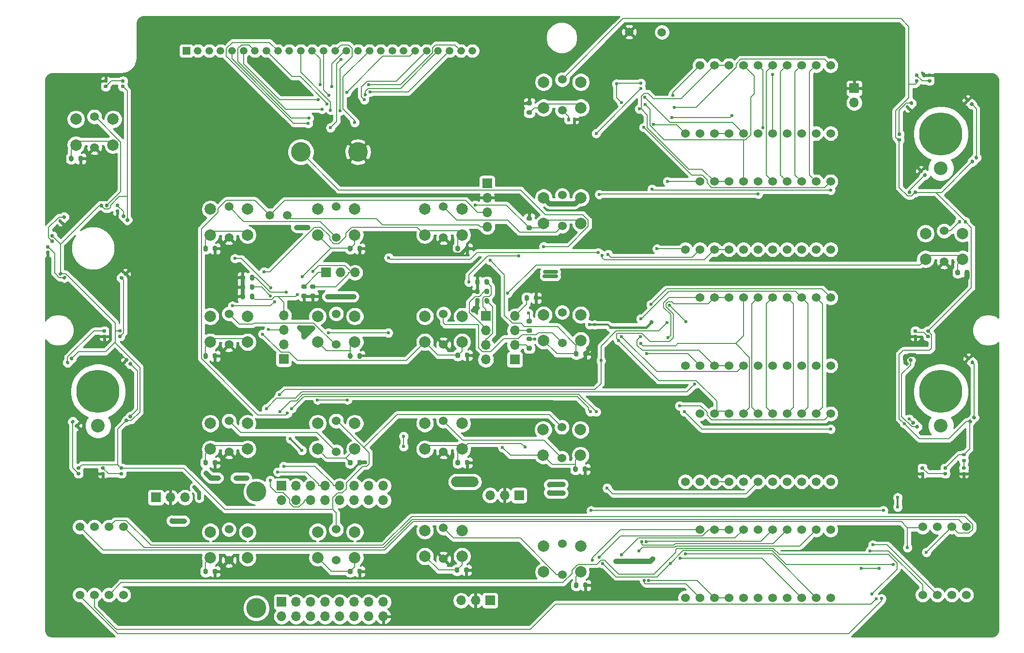
<source format=gbr>
G04 #@! TF.GenerationSoftware,KiCad,Pcbnew,(5.1.9)-1*
G04 #@! TF.CreationDate,2022-08-26T11:24:34-06:00*
G04 #@! TF.ProjectId,ufc_v5_main,7566635f-7635-45f6-9d61-696e2e6b6963,rev?*
G04 #@! TF.SameCoordinates,Original*
G04 #@! TF.FileFunction,Copper,L1,Top*
G04 #@! TF.FilePolarity,Positive*
%FSLAX46Y46*%
G04 Gerber Fmt 4.6, Leading zero omitted, Abs format (unit mm)*
G04 Created by KiCad (PCBNEW (5.1.9)-1) date 2022-08-26 11:24:34*
%MOMM*%
%LPD*%
G01*
G04 APERTURE LIST*
G04 #@! TA.AperFunction,ComponentPad*
%ADD10C,3.500000*%
G04 #@! TD*
G04 #@! TA.AperFunction,ComponentPad*
%ADD11O,1.700000X1.700000*%
G04 #@! TD*
G04 #@! TA.AperFunction,ComponentPad*
%ADD12R,1.700000X1.700000*%
G04 #@! TD*
G04 #@! TA.AperFunction,ComponentPad*
%ADD13C,1.500000*%
G04 #@! TD*
G04 #@! TA.AperFunction,ComponentPad*
%ADD14R,1.337000X1.337000*%
G04 #@! TD*
G04 #@! TA.AperFunction,ComponentPad*
%ADD15C,1.337000*%
G04 #@! TD*
G04 #@! TA.AperFunction,ComponentPad*
%ADD16C,3.435000*%
G04 #@! TD*
G04 #@! TA.AperFunction,ComponentPad*
%ADD17C,1.524000*%
G04 #@! TD*
G04 #@! TA.AperFunction,WasherPad*
%ADD18C,2.381250*%
G04 #@! TD*
G04 #@! TA.AperFunction,WasherPad*
%ADD19C,7.540752*%
G04 #@! TD*
G04 #@! TA.AperFunction,ComponentPad*
%ADD20C,2.000000*%
G04 #@! TD*
G04 #@! TA.AperFunction,ViaPad*
%ADD21C,0.600000*%
G04 #@! TD*
G04 #@! TA.AperFunction,ViaPad*
%ADD22C,0.731520*%
G04 #@! TD*
G04 #@! TA.AperFunction,ViaPad*
%ADD23C,0.550000*%
G04 #@! TD*
G04 #@! TA.AperFunction,Conductor*
%ADD24C,0.305000*%
G04 #@! TD*
G04 #@! TA.AperFunction,Conductor*
%ADD25C,0.203200*%
G04 #@! TD*
G04 #@! TA.AperFunction,Conductor*
%ADD26C,1.828800*%
G04 #@! TD*
G04 #@! TA.AperFunction,Conductor*
%ADD27C,0.914400*%
G04 #@! TD*
G04 #@! TA.AperFunction,Conductor*
%ADD28C,0.457200*%
G04 #@! TD*
G04 #@! TA.AperFunction,Conductor*
%ADD29C,0.635000*%
G04 #@! TD*
G04 #@! TA.AperFunction,Conductor*
%ADD30C,0.203000*%
G04 #@! TD*
G04 #@! TA.AperFunction,Conductor*
%ADD31C,0.254000*%
G04 #@! TD*
G04 #@! TA.AperFunction,Conductor*
%ADD32C,0.100000*%
G04 #@! TD*
G04 APERTURE END LIST*
D10*
X125190000Y-173808000D03*
X125190000Y-194208001D03*
D11*
X142300000Y-193118000D03*
X142300000Y-195658000D03*
X144840000Y-195658000D03*
D12*
X129600000Y-193118000D03*
D11*
X129600000Y-195658000D03*
X134680000Y-195658000D03*
X144840000Y-193118000D03*
X132140000Y-193118000D03*
X147380000Y-193118000D03*
X137220000Y-193118000D03*
X132140000Y-195658000D03*
X137220000Y-195658000D03*
X139760000Y-193118000D03*
X139760000Y-195658000D03*
X134680000Y-193118000D03*
X147380000Y-195658000D03*
X142300000Y-172798000D03*
X142300000Y-175338000D03*
X144840000Y-175338000D03*
D12*
X129600000Y-172798000D03*
D11*
X129600000Y-175338000D03*
X134680000Y-175338000D03*
X144840000Y-172798000D03*
X132140000Y-172798000D03*
X147380000Y-172798000D03*
X137220000Y-172798000D03*
X132140000Y-175338000D03*
X137220000Y-175338000D03*
X139760000Y-172798000D03*
X139760000Y-175338000D03*
X134680000Y-172798000D03*
X147380000Y-175338000D03*
D13*
X127568000Y-125427000D03*
X130616000Y-125427000D03*
G04 #@! TA.AperFunction,SMDPad,CuDef*
G36*
G01*
X172632000Y-148331000D02*
X173182000Y-148331000D01*
G75*
G02*
X173382000Y-148531000I0J-200000D01*
G01*
X173382000Y-148931000D01*
G75*
G02*
X173182000Y-149131000I-200000J0D01*
G01*
X172632000Y-149131000D01*
G75*
G02*
X172432000Y-148931000I0J200000D01*
G01*
X172432000Y-148531000D01*
G75*
G02*
X172632000Y-148331000I200000J0D01*
G01*
G37*
G04 #@! TD.AperFunction*
G04 #@! TA.AperFunction,SMDPad,CuDef*
G36*
G01*
X172632000Y-146681000D02*
X173182000Y-146681000D01*
G75*
G02*
X173382000Y-146881000I0J-200000D01*
G01*
X173382000Y-147281000D01*
G75*
G02*
X173182000Y-147481000I-200000J0D01*
G01*
X172632000Y-147481000D01*
G75*
G02*
X172432000Y-147281000I0J200000D01*
G01*
X172432000Y-146881000D01*
G75*
G02*
X172632000Y-146681000I200000J0D01*
G01*
G37*
G04 #@! TD.AperFunction*
G04 #@! TA.AperFunction,SMDPad,CuDef*
G36*
G01*
X172632000Y-145219000D02*
X173182000Y-145219000D01*
G75*
G02*
X173382000Y-145419000I0J-200000D01*
G01*
X173382000Y-145819000D01*
G75*
G02*
X173182000Y-146019000I-200000J0D01*
G01*
X172632000Y-146019000D01*
G75*
G02*
X172432000Y-145819000I0J200000D01*
G01*
X172432000Y-145419000D01*
G75*
G02*
X172632000Y-145219000I200000J0D01*
G01*
G37*
G04 #@! TD.AperFunction*
G04 #@! TA.AperFunction,SMDPad,CuDef*
G36*
G01*
X172632000Y-143569000D02*
X173182000Y-143569000D01*
G75*
G02*
X173382000Y-143769000I0J-200000D01*
G01*
X173382000Y-144169000D01*
G75*
G02*
X173182000Y-144369000I-200000J0D01*
G01*
X172632000Y-144369000D01*
G75*
G02*
X172432000Y-144169000I0J200000D01*
G01*
X172432000Y-143769000D01*
G75*
G02*
X172632000Y-143569000I200000J0D01*
G01*
G37*
G04 #@! TD.AperFunction*
G04 #@! TA.AperFunction,SMDPad,CuDef*
G36*
G01*
X172863000Y-139630000D02*
X172863000Y-140180000D01*
G75*
G02*
X172663000Y-140380000I-200000J0D01*
G01*
X172263000Y-140380000D01*
G75*
G02*
X172063000Y-140180000I0J200000D01*
G01*
X172063000Y-139630000D01*
G75*
G02*
X172263000Y-139430000I200000J0D01*
G01*
X172663000Y-139430000D01*
G75*
G02*
X172863000Y-139630000I0J-200000D01*
G01*
G37*
G04 #@! TD.AperFunction*
G04 #@! TA.AperFunction,SMDPad,CuDef*
G36*
G01*
X174513000Y-139630000D02*
X174513000Y-140180000D01*
G75*
G02*
X174313000Y-140380000I-200000J0D01*
G01*
X173913000Y-140380000D01*
G75*
G02*
X173713000Y-140180000I0J200000D01*
G01*
X173713000Y-139630000D01*
G75*
G02*
X173913000Y-139430000I200000J0D01*
G01*
X174313000Y-139430000D01*
G75*
G02*
X174513000Y-139630000I0J-200000D01*
G01*
G37*
G04 #@! TD.AperFunction*
G04 #@! TA.AperFunction,SMDPad,CuDef*
G36*
G01*
X181499000Y-189922000D02*
X181499000Y-190472000D01*
G75*
G02*
X181299000Y-190672000I-200000J0D01*
G01*
X180899000Y-190672000D01*
G75*
G02*
X180699000Y-190472000I0J200000D01*
G01*
X180699000Y-189922000D01*
G75*
G02*
X180899000Y-189722000I200000J0D01*
G01*
X181299000Y-189722000D01*
G75*
G02*
X181499000Y-189922000I0J-200000D01*
G01*
G37*
G04 #@! TD.AperFunction*
G04 #@! TA.AperFunction,SMDPad,CuDef*
G36*
G01*
X183149000Y-189922000D02*
X183149000Y-190472000D01*
G75*
G02*
X182949000Y-190672000I-200000J0D01*
G01*
X182549000Y-190672000D01*
G75*
G02*
X182349000Y-190472000I0J200000D01*
G01*
X182349000Y-189922000D01*
G75*
G02*
X182549000Y-189722000I200000J0D01*
G01*
X182949000Y-189722000D01*
G75*
G02*
X183149000Y-189922000I0J-200000D01*
G01*
G37*
G04 #@! TD.AperFunction*
G04 #@! TA.AperFunction,SMDPad,CuDef*
G36*
G01*
X181372000Y-169602000D02*
X181372000Y-170152000D01*
G75*
G02*
X181172000Y-170352000I-200000J0D01*
G01*
X180772000Y-170352000D01*
G75*
G02*
X180572000Y-170152000I0J200000D01*
G01*
X180572000Y-169602000D01*
G75*
G02*
X180772000Y-169402000I200000J0D01*
G01*
X181172000Y-169402000D01*
G75*
G02*
X181372000Y-169602000I0J-200000D01*
G01*
G37*
G04 #@! TD.AperFunction*
G04 #@! TA.AperFunction,SMDPad,CuDef*
G36*
G01*
X183022000Y-169602000D02*
X183022000Y-170152000D01*
G75*
G02*
X182822000Y-170352000I-200000J0D01*
G01*
X182422000Y-170352000D01*
G75*
G02*
X182222000Y-170152000I0J200000D01*
G01*
X182222000Y-169602000D01*
G75*
G02*
X182422000Y-169402000I200000J0D01*
G01*
X182822000Y-169402000D01*
G75*
G02*
X183022000Y-169602000I0J-200000D01*
G01*
G37*
G04 #@! TD.AperFunction*
G04 #@! TA.AperFunction,SMDPad,CuDef*
G36*
G01*
X181499000Y-149409000D02*
X181499000Y-149959000D01*
G75*
G02*
X181299000Y-150159000I-200000J0D01*
G01*
X180899000Y-150159000D01*
G75*
G02*
X180699000Y-149959000I0J200000D01*
G01*
X180699000Y-149409000D01*
G75*
G02*
X180899000Y-149209000I200000J0D01*
G01*
X181299000Y-149209000D01*
G75*
G02*
X181499000Y-149409000I0J-200000D01*
G01*
G37*
G04 #@! TD.AperFunction*
G04 #@! TA.AperFunction,SMDPad,CuDef*
G36*
G01*
X183149000Y-149409000D02*
X183149000Y-149959000D01*
G75*
G02*
X182949000Y-150159000I-200000J0D01*
G01*
X182549000Y-150159000D01*
G75*
G02*
X182349000Y-149959000I0J200000D01*
G01*
X182349000Y-149409000D01*
G75*
G02*
X182549000Y-149209000I200000J0D01*
G01*
X182949000Y-149209000D01*
G75*
G02*
X183149000Y-149409000I0J-200000D01*
G01*
G37*
G04 #@! TD.AperFunction*
G04 #@! TA.AperFunction,SMDPad,CuDef*
G36*
G01*
X172632000Y-127249000D02*
X173182000Y-127249000D01*
G75*
G02*
X173382000Y-127449000I0J-200000D01*
G01*
X173382000Y-127849000D01*
G75*
G02*
X173182000Y-128049000I-200000J0D01*
G01*
X172632000Y-128049000D01*
G75*
G02*
X172432000Y-127849000I0J200000D01*
G01*
X172432000Y-127449000D01*
G75*
G02*
X172632000Y-127249000I200000J0D01*
G01*
G37*
G04 #@! TD.AperFunction*
G04 #@! TA.AperFunction,SMDPad,CuDef*
G36*
G01*
X172632000Y-125599000D02*
X173182000Y-125599000D01*
G75*
G02*
X173382000Y-125799000I0J-200000D01*
G01*
X173382000Y-126199000D01*
G75*
G02*
X173182000Y-126399000I-200000J0D01*
G01*
X172632000Y-126399000D01*
G75*
G02*
X172432000Y-126199000I0J200000D01*
G01*
X172432000Y-125799000D01*
G75*
G02*
X172632000Y-125599000I200000J0D01*
G01*
G37*
G04 #@! TD.AperFunction*
G04 #@! TA.AperFunction,SMDPad,CuDef*
G36*
G01*
X172632000Y-107056000D02*
X173182000Y-107056000D01*
G75*
G02*
X173382000Y-107256000I0J-200000D01*
G01*
X173382000Y-107656000D01*
G75*
G02*
X173182000Y-107856000I-200000J0D01*
G01*
X172632000Y-107856000D01*
G75*
G02*
X172432000Y-107656000I0J200000D01*
G01*
X172432000Y-107256000D01*
G75*
G02*
X172632000Y-107056000I200000J0D01*
G01*
G37*
G04 #@! TD.AperFunction*
G04 #@! TA.AperFunction,SMDPad,CuDef*
G36*
G01*
X172632000Y-105406000D02*
X173182000Y-105406000D01*
G75*
G02*
X173382000Y-105606000I0J-200000D01*
G01*
X173382000Y-106006000D01*
G75*
G02*
X173182000Y-106206000I-200000J0D01*
G01*
X172632000Y-106206000D01*
G75*
G02*
X172432000Y-106006000I0J200000D01*
G01*
X172432000Y-105606000D01*
G75*
G02*
X172632000Y-105406000I200000J0D01*
G01*
G37*
G04 #@! TD.AperFunction*
G04 #@! TA.AperFunction,SMDPad,CuDef*
G36*
G01*
X160671000Y-187255000D02*
X160671000Y-187805000D01*
G75*
G02*
X160471000Y-188005000I-200000J0D01*
G01*
X160071000Y-188005000D01*
G75*
G02*
X159871000Y-187805000I0J200000D01*
G01*
X159871000Y-187255000D01*
G75*
G02*
X160071000Y-187055000I200000J0D01*
G01*
X160471000Y-187055000D01*
G75*
G02*
X160671000Y-187255000I0J-200000D01*
G01*
G37*
G04 #@! TD.AperFunction*
G04 #@! TA.AperFunction,SMDPad,CuDef*
G36*
G01*
X162321000Y-187255000D02*
X162321000Y-187805000D01*
G75*
G02*
X162121000Y-188005000I-200000J0D01*
G01*
X161721000Y-188005000D01*
G75*
G02*
X161521000Y-187805000I0J200000D01*
G01*
X161521000Y-187255000D01*
G75*
G02*
X161721000Y-187055000I200000J0D01*
G01*
X162121000Y-187055000D01*
G75*
G02*
X162321000Y-187255000I0J-200000D01*
G01*
G37*
G04 #@! TD.AperFunction*
G04 #@! TA.AperFunction,SMDPad,CuDef*
G36*
G01*
X160798000Y-168459000D02*
X160798000Y-169009000D01*
G75*
G02*
X160598000Y-169209000I-200000J0D01*
G01*
X160198000Y-169209000D01*
G75*
G02*
X159998000Y-169009000I0J200000D01*
G01*
X159998000Y-168459000D01*
G75*
G02*
X160198000Y-168259000I200000J0D01*
G01*
X160598000Y-168259000D01*
G75*
G02*
X160798000Y-168459000I0J-200000D01*
G01*
G37*
G04 #@! TD.AperFunction*
G04 #@! TA.AperFunction,SMDPad,CuDef*
G36*
G01*
X162448000Y-168459000D02*
X162448000Y-169009000D01*
G75*
G02*
X162248000Y-169209000I-200000J0D01*
G01*
X161848000Y-169209000D01*
G75*
G02*
X161648000Y-169009000I0J200000D01*
G01*
X161648000Y-168459000D01*
G75*
G02*
X161848000Y-168259000I200000J0D01*
G01*
X162248000Y-168259000D01*
G75*
G02*
X162448000Y-168459000I0J-200000D01*
G01*
G37*
G04 #@! TD.AperFunction*
G04 #@! TA.AperFunction,SMDPad,CuDef*
G36*
G01*
X160798000Y-149663000D02*
X160798000Y-150213000D01*
G75*
G02*
X160598000Y-150413000I-200000J0D01*
G01*
X160198000Y-150413000D01*
G75*
G02*
X159998000Y-150213000I0J200000D01*
G01*
X159998000Y-149663000D01*
G75*
G02*
X160198000Y-149463000I200000J0D01*
G01*
X160598000Y-149463000D01*
G75*
G02*
X160798000Y-149663000I0J-200000D01*
G01*
G37*
G04 #@! TD.AperFunction*
G04 #@! TA.AperFunction,SMDPad,CuDef*
G36*
G01*
X162448000Y-149663000D02*
X162448000Y-150213000D01*
G75*
G02*
X162248000Y-150413000I-200000J0D01*
G01*
X161848000Y-150413000D01*
G75*
G02*
X161648000Y-150213000I0J200000D01*
G01*
X161648000Y-149663000D01*
G75*
G02*
X161848000Y-149463000I200000J0D01*
G01*
X162248000Y-149463000D01*
G75*
G02*
X162448000Y-149663000I0J-200000D01*
G01*
G37*
G04 #@! TD.AperFunction*
G04 #@! TA.AperFunction,SMDPad,CuDef*
G36*
G01*
X160798000Y-130994000D02*
X160798000Y-131544000D01*
G75*
G02*
X160598000Y-131744000I-200000J0D01*
G01*
X160198000Y-131744000D01*
G75*
G02*
X159998000Y-131544000I0J200000D01*
G01*
X159998000Y-130994000D01*
G75*
G02*
X160198000Y-130794000I200000J0D01*
G01*
X160598000Y-130794000D01*
G75*
G02*
X160798000Y-130994000I0J-200000D01*
G01*
G37*
G04 #@! TD.AperFunction*
G04 #@! TA.AperFunction,SMDPad,CuDef*
G36*
G01*
X162448000Y-130994000D02*
X162448000Y-131544000D01*
G75*
G02*
X162248000Y-131744000I-200000J0D01*
G01*
X161848000Y-131744000D01*
G75*
G02*
X161648000Y-131544000I0J200000D01*
G01*
X161648000Y-130994000D01*
G75*
G02*
X161848000Y-130794000I200000J0D01*
G01*
X162248000Y-130794000D01*
G75*
G02*
X162448000Y-130994000I0J-200000D01*
G01*
G37*
G04 #@! TD.AperFunction*
G04 #@! TA.AperFunction,SMDPad,CuDef*
G36*
G01*
X248174000Y-135185000D02*
X248174000Y-135735000D01*
G75*
G02*
X247974000Y-135935000I-200000J0D01*
G01*
X247574000Y-135935000D01*
G75*
G02*
X247374000Y-135735000I0J200000D01*
G01*
X247374000Y-135185000D01*
G75*
G02*
X247574000Y-134985000I200000J0D01*
G01*
X247974000Y-134985000D01*
G75*
G02*
X248174000Y-135185000I0J-200000D01*
G01*
G37*
G04 #@! TD.AperFunction*
G04 #@! TA.AperFunction,SMDPad,CuDef*
G36*
G01*
X249824000Y-135185000D02*
X249824000Y-135735000D01*
G75*
G02*
X249624000Y-135935000I-200000J0D01*
G01*
X249224000Y-135935000D01*
G75*
G02*
X249024000Y-135735000I0J200000D01*
G01*
X249024000Y-135185000D01*
G75*
G02*
X249224000Y-134985000I200000J0D01*
G01*
X249624000Y-134985000D01*
G75*
G02*
X249824000Y-135185000I0J-200000D01*
G01*
G37*
G04 #@! TD.AperFunction*
G04 #@! TA.AperFunction,SMDPad,CuDef*
G36*
G01*
X142002000Y-187509000D02*
X142002000Y-188059000D01*
G75*
G02*
X141802000Y-188259000I-200000J0D01*
G01*
X141402000Y-188259000D01*
G75*
G02*
X141202000Y-188059000I0J200000D01*
G01*
X141202000Y-187509000D01*
G75*
G02*
X141402000Y-187309000I200000J0D01*
G01*
X141802000Y-187309000D01*
G75*
G02*
X142002000Y-187509000I0J-200000D01*
G01*
G37*
G04 #@! TD.AperFunction*
G04 #@! TA.AperFunction,SMDPad,CuDef*
G36*
G01*
X143652000Y-187509000D02*
X143652000Y-188059000D01*
G75*
G02*
X143452000Y-188259000I-200000J0D01*
G01*
X143052000Y-188259000D01*
G75*
G02*
X142852000Y-188059000I0J200000D01*
G01*
X142852000Y-187509000D01*
G75*
G02*
X143052000Y-187309000I200000J0D01*
G01*
X143452000Y-187309000D01*
G75*
G02*
X143652000Y-187509000I0J-200000D01*
G01*
G37*
G04 #@! TD.AperFunction*
G04 #@! TA.AperFunction,SMDPad,CuDef*
G36*
G01*
X142002000Y-168459000D02*
X142002000Y-169009000D01*
G75*
G02*
X141802000Y-169209000I-200000J0D01*
G01*
X141402000Y-169209000D01*
G75*
G02*
X141202000Y-169009000I0J200000D01*
G01*
X141202000Y-168459000D01*
G75*
G02*
X141402000Y-168259000I200000J0D01*
G01*
X141802000Y-168259000D01*
G75*
G02*
X142002000Y-168459000I0J-200000D01*
G01*
G37*
G04 #@! TD.AperFunction*
G04 #@! TA.AperFunction,SMDPad,CuDef*
G36*
G01*
X143652000Y-168459000D02*
X143652000Y-169009000D01*
G75*
G02*
X143452000Y-169209000I-200000J0D01*
G01*
X143052000Y-169209000D01*
G75*
G02*
X142852000Y-169009000I0J200000D01*
G01*
X142852000Y-168459000D01*
G75*
G02*
X143052000Y-168259000I200000J0D01*
G01*
X143452000Y-168259000D01*
G75*
G02*
X143652000Y-168459000I0J-200000D01*
G01*
G37*
G04 #@! TD.AperFunction*
G04 #@! TA.AperFunction,SMDPad,CuDef*
G36*
G01*
X142002000Y-149790000D02*
X142002000Y-150340000D01*
G75*
G02*
X141802000Y-150540000I-200000J0D01*
G01*
X141402000Y-150540000D01*
G75*
G02*
X141202000Y-150340000I0J200000D01*
G01*
X141202000Y-149790000D01*
G75*
G02*
X141402000Y-149590000I200000J0D01*
G01*
X141802000Y-149590000D01*
G75*
G02*
X142002000Y-149790000I0J-200000D01*
G01*
G37*
G04 #@! TD.AperFunction*
G04 #@! TA.AperFunction,SMDPad,CuDef*
G36*
G01*
X143652000Y-149790000D02*
X143652000Y-150340000D01*
G75*
G02*
X143452000Y-150540000I-200000J0D01*
G01*
X143052000Y-150540000D01*
G75*
G02*
X142852000Y-150340000I0J200000D01*
G01*
X142852000Y-149790000D01*
G75*
G02*
X143052000Y-149590000I200000J0D01*
G01*
X143452000Y-149590000D01*
G75*
G02*
X143652000Y-149790000I0J-200000D01*
G01*
G37*
G04 #@! TD.AperFunction*
G04 #@! TA.AperFunction,SMDPad,CuDef*
G36*
G01*
X142002000Y-130994000D02*
X142002000Y-131544000D01*
G75*
G02*
X141802000Y-131744000I-200000J0D01*
G01*
X141402000Y-131744000D01*
G75*
G02*
X141202000Y-131544000I0J200000D01*
G01*
X141202000Y-130994000D01*
G75*
G02*
X141402000Y-130794000I200000J0D01*
G01*
X141802000Y-130794000D01*
G75*
G02*
X142002000Y-130994000I0J-200000D01*
G01*
G37*
G04 #@! TD.AperFunction*
G04 #@! TA.AperFunction,SMDPad,CuDef*
G36*
G01*
X143652000Y-130994000D02*
X143652000Y-131544000D01*
G75*
G02*
X143452000Y-131744000I-200000J0D01*
G01*
X143052000Y-131744000D01*
G75*
G02*
X142852000Y-131544000I0J200000D01*
G01*
X142852000Y-130994000D01*
G75*
G02*
X143052000Y-130794000I200000J0D01*
G01*
X143452000Y-130794000D01*
G75*
G02*
X143652000Y-130994000I0J-200000D01*
G01*
G37*
G04 #@! TD.AperFunction*
G04 #@! TA.AperFunction,SMDPad,CuDef*
G36*
G01*
X93233600Y-115246000D02*
X93233600Y-115796000D01*
G75*
G02*
X93033600Y-115996000I-200000J0D01*
G01*
X92633600Y-115996000D01*
G75*
G02*
X92433600Y-115796000I0J200000D01*
G01*
X92433600Y-115246000D01*
G75*
G02*
X92633600Y-115046000I200000J0D01*
G01*
X93033600Y-115046000D01*
G75*
G02*
X93233600Y-115246000I0J-200000D01*
G01*
G37*
G04 #@! TD.AperFunction*
G04 #@! TA.AperFunction,SMDPad,CuDef*
G36*
G01*
X94883600Y-115246000D02*
X94883600Y-115796000D01*
G75*
G02*
X94683600Y-115996000I-200000J0D01*
G01*
X94283600Y-115996000D01*
G75*
G02*
X94083600Y-115796000I0J200000D01*
G01*
X94083600Y-115246000D01*
G75*
G02*
X94283600Y-115046000I200000J0D01*
G01*
X94683600Y-115046000D01*
G75*
G02*
X94883600Y-115246000I0J-200000D01*
G01*
G37*
G04 #@! TD.AperFunction*
G04 #@! TA.AperFunction,SMDPad,CuDef*
G36*
G01*
X116729000Y-187509000D02*
X116729000Y-188059000D01*
G75*
G02*
X116529000Y-188259000I-200000J0D01*
G01*
X116129000Y-188259000D01*
G75*
G02*
X115929000Y-188059000I0J200000D01*
G01*
X115929000Y-187509000D01*
G75*
G02*
X116129000Y-187309000I200000J0D01*
G01*
X116529000Y-187309000D01*
G75*
G02*
X116729000Y-187509000I0J-200000D01*
G01*
G37*
G04 #@! TD.AperFunction*
G04 #@! TA.AperFunction,SMDPad,CuDef*
G36*
G01*
X118379000Y-187509000D02*
X118379000Y-188059000D01*
G75*
G02*
X118179000Y-188259000I-200000J0D01*
G01*
X117779000Y-188259000D01*
G75*
G02*
X117579000Y-188059000I0J200000D01*
G01*
X117579000Y-187509000D01*
G75*
G02*
X117779000Y-187309000I200000J0D01*
G01*
X118179000Y-187309000D01*
G75*
G02*
X118379000Y-187509000I0J-200000D01*
G01*
G37*
G04 #@! TD.AperFunction*
G04 #@! TA.AperFunction,SMDPad,CuDef*
G36*
G01*
X116729000Y-168459000D02*
X116729000Y-169009000D01*
G75*
G02*
X116529000Y-169209000I-200000J0D01*
G01*
X116129000Y-169209000D01*
G75*
G02*
X115929000Y-169009000I0J200000D01*
G01*
X115929000Y-168459000D01*
G75*
G02*
X116129000Y-168259000I200000J0D01*
G01*
X116529000Y-168259000D01*
G75*
G02*
X116729000Y-168459000I0J-200000D01*
G01*
G37*
G04 #@! TD.AperFunction*
G04 #@! TA.AperFunction,SMDPad,CuDef*
G36*
G01*
X118379000Y-168459000D02*
X118379000Y-169009000D01*
G75*
G02*
X118179000Y-169209000I-200000J0D01*
G01*
X117779000Y-169209000D01*
G75*
G02*
X117579000Y-169009000I0J200000D01*
G01*
X117579000Y-168459000D01*
G75*
G02*
X117779000Y-168259000I200000J0D01*
G01*
X118179000Y-168259000D01*
G75*
G02*
X118379000Y-168459000I0J-200000D01*
G01*
G37*
G04 #@! TD.AperFunction*
G04 #@! TA.AperFunction,SMDPad,CuDef*
G36*
G01*
X249038000Y-167605000D02*
X248668000Y-167605000D01*
G75*
G02*
X248533000Y-167470000I0J135000D01*
G01*
X248533000Y-167200000D01*
G75*
G02*
X248668000Y-167065000I135000J0D01*
G01*
X249038000Y-167065000D01*
G75*
G02*
X249173000Y-167200000I0J-135000D01*
G01*
X249173000Y-167470000D01*
G75*
G02*
X249038000Y-167605000I-135000J0D01*
G01*
G37*
G04 #@! TD.AperFunction*
G04 #@! TA.AperFunction,SMDPad,CuDef*
G36*
G01*
X249038000Y-168625000D02*
X248668000Y-168625000D01*
G75*
G02*
X248533000Y-168490000I0J135000D01*
G01*
X248533000Y-168220000D01*
G75*
G02*
X248668000Y-168085000I135000J0D01*
G01*
X249038000Y-168085000D01*
G75*
G02*
X249173000Y-168220000I0J-135000D01*
G01*
X249173000Y-168490000D01*
G75*
G02*
X249038000Y-168625000I-135000J0D01*
G01*
G37*
G04 #@! TD.AperFunction*
G04 #@! TA.AperFunction,SMDPad,CuDef*
G36*
G01*
X248839000Y-126755000D02*
X248839000Y-126385000D01*
G75*
G02*
X248974000Y-126250000I135000J0D01*
G01*
X249244000Y-126250000D01*
G75*
G02*
X249379000Y-126385000I0J-135000D01*
G01*
X249379000Y-126755000D01*
G75*
G02*
X249244000Y-126890000I-135000J0D01*
G01*
X248974000Y-126890000D01*
G75*
G02*
X248839000Y-126755000I0J135000D01*
G01*
G37*
G04 #@! TD.AperFunction*
G04 #@! TA.AperFunction,SMDPad,CuDef*
G36*
G01*
X247819000Y-126755000D02*
X247819000Y-126385000D01*
G75*
G02*
X247954000Y-126250000I135000J0D01*
G01*
X248224000Y-126250000D01*
G75*
G02*
X248359000Y-126385000I0J-135000D01*
G01*
X248359000Y-126755000D01*
G75*
G02*
X248224000Y-126890000I-135000J0D01*
G01*
X247954000Y-126890000D01*
G75*
G02*
X247819000Y-126755000I0J135000D01*
G01*
G37*
G04 #@! TD.AperFunction*
G04 #@! TA.AperFunction,SMDPad,CuDef*
G36*
G01*
X180033000Y-108478000D02*
X180033000Y-108848000D01*
G75*
G02*
X179898000Y-108983000I-135000J0D01*
G01*
X179628000Y-108983000D01*
G75*
G02*
X179493000Y-108848000I0J135000D01*
G01*
X179493000Y-108478000D01*
G75*
G02*
X179628000Y-108343000I135000J0D01*
G01*
X179898000Y-108343000D01*
G75*
G02*
X180033000Y-108478000I0J-135000D01*
G01*
G37*
G04 #@! TD.AperFunction*
G04 #@! TA.AperFunction,SMDPad,CuDef*
G36*
G01*
X181053000Y-108478000D02*
X181053000Y-108848000D01*
G75*
G02*
X180918000Y-108983000I-135000J0D01*
G01*
X180648000Y-108983000D01*
G75*
G02*
X180513000Y-108848000I0J135000D01*
G01*
X180513000Y-108478000D01*
G75*
G02*
X180648000Y-108343000I135000J0D01*
G01*
X180918000Y-108343000D01*
G75*
G02*
X181053000Y-108478000I0J-135000D01*
G01*
G37*
G04 #@! TD.AperFunction*
G04 #@! TA.AperFunction,SMDPad,CuDef*
G36*
G01*
X165077000Y-137386000D02*
X165077000Y-136836000D01*
G75*
G02*
X165277000Y-136636000I200000J0D01*
G01*
X165677000Y-136636000D01*
G75*
G02*
X165877000Y-136836000I0J-200000D01*
G01*
X165877000Y-137386000D01*
G75*
G02*
X165677000Y-137586000I-200000J0D01*
G01*
X165277000Y-137586000D01*
G75*
G02*
X165077000Y-137386000I0J200000D01*
G01*
G37*
G04 #@! TD.AperFunction*
G04 #@! TA.AperFunction,SMDPad,CuDef*
G36*
G01*
X163427000Y-137386000D02*
X163427000Y-136836000D01*
G75*
G02*
X163627000Y-136636000I200000J0D01*
G01*
X164027000Y-136636000D01*
G75*
G02*
X164227000Y-136836000I0J-200000D01*
G01*
X164227000Y-137386000D01*
G75*
G02*
X164027000Y-137586000I-200000J0D01*
G01*
X163627000Y-137586000D01*
G75*
G02*
X163427000Y-137386000I0J200000D01*
G01*
G37*
G04 #@! TD.AperFunction*
G04 #@! TA.AperFunction,SMDPad,CuDef*
G36*
G01*
X164227000Y-138487000D02*
X164227000Y-139037000D01*
G75*
G02*
X164027000Y-139237000I-200000J0D01*
G01*
X163627000Y-139237000D01*
G75*
G02*
X163427000Y-139037000I0J200000D01*
G01*
X163427000Y-138487000D01*
G75*
G02*
X163627000Y-138287000I200000J0D01*
G01*
X164027000Y-138287000D01*
G75*
G02*
X164227000Y-138487000I0J-200000D01*
G01*
G37*
G04 #@! TD.AperFunction*
G04 #@! TA.AperFunction,SMDPad,CuDef*
G36*
G01*
X165877000Y-138487000D02*
X165877000Y-139037000D01*
G75*
G02*
X165677000Y-139237000I-200000J0D01*
G01*
X165277000Y-139237000D01*
G75*
G02*
X165077000Y-139037000I0J200000D01*
G01*
X165077000Y-138487000D01*
G75*
G02*
X165277000Y-138287000I200000J0D01*
G01*
X165677000Y-138287000D01*
G75*
G02*
X165877000Y-138487000I0J-200000D01*
G01*
G37*
G04 #@! TD.AperFunction*
G04 #@! TA.AperFunction,SMDPad,CuDef*
G36*
G01*
X165077000Y-140688000D02*
X165077000Y-140138000D01*
G75*
G02*
X165277000Y-139938000I200000J0D01*
G01*
X165677000Y-139938000D01*
G75*
G02*
X165877000Y-140138000I0J-200000D01*
G01*
X165877000Y-140688000D01*
G75*
G02*
X165677000Y-140888000I-200000J0D01*
G01*
X165277000Y-140888000D01*
G75*
G02*
X165077000Y-140688000I0J200000D01*
G01*
G37*
G04 #@! TD.AperFunction*
G04 #@! TA.AperFunction,SMDPad,CuDef*
G36*
G01*
X163427000Y-140688000D02*
X163427000Y-140138000D01*
G75*
G02*
X163627000Y-139938000I200000J0D01*
G01*
X164027000Y-139938000D01*
G75*
G02*
X164227000Y-140138000I0J-200000D01*
G01*
X164227000Y-140688000D01*
G75*
G02*
X164027000Y-140888000I-200000J0D01*
G01*
X163627000Y-140888000D01*
G75*
G02*
X163427000Y-140688000I0J200000D01*
G01*
G37*
G04 #@! TD.AperFunction*
G04 #@! TA.AperFunction,SMDPad,CuDef*
G36*
G01*
X116729000Y-149790000D02*
X116729000Y-150340000D01*
G75*
G02*
X116529000Y-150540000I-200000J0D01*
G01*
X116129000Y-150540000D01*
G75*
G02*
X115929000Y-150340000I0J200000D01*
G01*
X115929000Y-149790000D01*
G75*
G02*
X116129000Y-149590000I200000J0D01*
G01*
X116529000Y-149590000D01*
G75*
G02*
X116729000Y-149790000I0J-200000D01*
G01*
G37*
G04 #@! TD.AperFunction*
G04 #@! TA.AperFunction,SMDPad,CuDef*
G36*
G01*
X118379000Y-149790000D02*
X118379000Y-150340000D01*
G75*
G02*
X118179000Y-150540000I-200000J0D01*
G01*
X117779000Y-150540000D01*
G75*
G02*
X117579000Y-150340000I0J200000D01*
G01*
X117579000Y-149790000D01*
G75*
G02*
X117779000Y-149590000I200000J0D01*
G01*
X118179000Y-149590000D01*
G75*
G02*
X118379000Y-149790000I0J-200000D01*
G01*
G37*
G04 #@! TD.AperFunction*
G04 #@! TA.AperFunction,SMDPad,CuDef*
G36*
G01*
X116729000Y-130994000D02*
X116729000Y-131544000D01*
G75*
G02*
X116529000Y-131744000I-200000J0D01*
G01*
X116129000Y-131744000D01*
G75*
G02*
X115929000Y-131544000I0J200000D01*
G01*
X115929000Y-130994000D01*
G75*
G02*
X116129000Y-130794000I200000J0D01*
G01*
X116529000Y-130794000D01*
G75*
G02*
X116729000Y-130994000I0J-200000D01*
G01*
G37*
G04 #@! TD.AperFunction*
G04 #@! TA.AperFunction,SMDPad,CuDef*
G36*
G01*
X118379000Y-130994000D02*
X118379000Y-131544000D01*
G75*
G02*
X118179000Y-131744000I-200000J0D01*
G01*
X117779000Y-131744000D01*
G75*
G02*
X117579000Y-131544000I0J200000D01*
G01*
X117579000Y-130994000D01*
G75*
G02*
X117779000Y-130794000I200000J0D01*
G01*
X118179000Y-130794000D01*
G75*
G02*
X118379000Y-130994000I0J-200000D01*
G01*
G37*
G04 #@! TD.AperFunction*
G04 #@! TA.AperFunction,SMDPad,CuDef*
G36*
G01*
X124056000Y-136624000D02*
X124056000Y-136074000D01*
G75*
G02*
X124256000Y-135874000I200000J0D01*
G01*
X124656000Y-135874000D01*
G75*
G02*
X124856000Y-136074000I0J-200000D01*
G01*
X124856000Y-136624000D01*
G75*
G02*
X124656000Y-136824000I-200000J0D01*
G01*
X124256000Y-136824000D01*
G75*
G02*
X124056000Y-136624000I0J200000D01*
G01*
G37*
G04 #@! TD.AperFunction*
G04 #@! TA.AperFunction,SMDPad,CuDef*
G36*
G01*
X122406000Y-136624000D02*
X122406000Y-136074000D01*
G75*
G02*
X122606000Y-135874000I200000J0D01*
G01*
X123006000Y-135874000D01*
G75*
G02*
X123206000Y-136074000I0J-200000D01*
G01*
X123206000Y-136624000D01*
G75*
G02*
X123006000Y-136824000I-200000J0D01*
G01*
X122606000Y-136824000D01*
G75*
G02*
X122406000Y-136624000I0J200000D01*
G01*
G37*
G04 #@! TD.AperFunction*
G04 #@! TA.AperFunction,SMDPad,CuDef*
G36*
G01*
X123206000Y-137725000D02*
X123206000Y-138275000D01*
G75*
G02*
X123006000Y-138475000I-200000J0D01*
G01*
X122606000Y-138475000D01*
G75*
G02*
X122406000Y-138275000I0J200000D01*
G01*
X122406000Y-137725000D01*
G75*
G02*
X122606000Y-137525000I200000J0D01*
G01*
X123006000Y-137525000D01*
G75*
G02*
X123206000Y-137725000I0J-200000D01*
G01*
G37*
G04 #@! TD.AperFunction*
G04 #@! TA.AperFunction,SMDPad,CuDef*
G36*
G01*
X124856000Y-137725000D02*
X124856000Y-138275000D01*
G75*
G02*
X124656000Y-138475000I-200000J0D01*
G01*
X124256000Y-138475000D01*
G75*
G02*
X124056000Y-138275000I0J200000D01*
G01*
X124056000Y-137725000D01*
G75*
G02*
X124256000Y-137525000I200000J0D01*
G01*
X124656000Y-137525000D01*
G75*
G02*
X124856000Y-137725000I0J-200000D01*
G01*
G37*
G04 #@! TD.AperFunction*
G04 #@! TA.AperFunction,SMDPad,CuDef*
G36*
G01*
X134786000Y-139187000D02*
X135336000Y-139187000D01*
G75*
G02*
X135536000Y-139387000I0J-200000D01*
G01*
X135536000Y-139787000D01*
G75*
G02*
X135336000Y-139987000I-200000J0D01*
G01*
X134786000Y-139987000D01*
G75*
G02*
X134586000Y-139787000I0J200000D01*
G01*
X134586000Y-139387000D01*
G75*
G02*
X134786000Y-139187000I200000J0D01*
G01*
G37*
G04 #@! TD.AperFunction*
G04 #@! TA.AperFunction,SMDPad,CuDef*
G36*
G01*
X134786000Y-137537000D02*
X135336000Y-137537000D01*
G75*
G02*
X135536000Y-137737000I0J-200000D01*
G01*
X135536000Y-138137000D01*
G75*
G02*
X135336000Y-138337000I-200000J0D01*
G01*
X134786000Y-138337000D01*
G75*
G02*
X134586000Y-138137000I0J200000D01*
G01*
X134586000Y-137737000D01*
G75*
G02*
X134786000Y-137537000I200000J0D01*
G01*
G37*
G04 #@! TD.AperFunction*
G04 #@! TA.AperFunction,SMDPad,CuDef*
G36*
G01*
X123206000Y-139376000D02*
X123206000Y-139926000D01*
G75*
G02*
X123006000Y-140126000I-200000J0D01*
G01*
X122606000Y-140126000D01*
G75*
G02*
X122406000Y-139926000I0J200000D01*
G01*
X122406000Y-139376000D01*
G75*
G02*
X122606000Y-139176000I200000J0D01*
G01*
X123006000Y-139176000D01*
G75*
G02*
X123206000Y-139376000I0J-200000D01*
G01*
G37*
G04 #@! TD.AperFunction*
G04 #@! TA.AperFunction,SMDPad,CuDef*
G36*
G01*
X124856000Y-139376000D02*
X124856000Y-139926000D01*
G75*
G02*
X124656000Y-140126000I-200000J0D01*
G01*
X124256000Y-140126000D01*
G75*
G02*
X124056000Y-139926000I0J200000D01*
G01*
X124056000Y-139376000D01*
G75*
G02*
X124256000Y-139176000I200000J0D01*
G01*
X124656000Y-139176000D01*
G75*
G02*
X124856000Y-139376000I0J-200000D01*
G01*
G37*
G04 #@! TD.AperFunction*
G04 #@! TA.AperFunction,SMDPad,CuDef*
G36*
G01*
X133812000Y-138337000D02*
X133262000Y-138337000D01*
G75*
G02*
X133062000Y-138137000I0J200000D01*
G01*
X133062000Y-137737000D01*
G75*
G02*
X133262000Y-137537000I200000J0D01*
G01*
X133812000Y-137537000D01*
G75*
G02*
X134012000Y-137737000I0J-200000D01*
G01*
X134012000Y-138137000D01*
G75*
G02*
X133812000Y-138337000I-200000J0D01*
G01*
G37*
G04 #@! TD.AperFunction*
G04 #@! TA.AperFunction,SMDPad,CuDef*
G36*
G01*
X133812000Y-139987000D02*
X133262000Y-139987000D01*
G75*
G02*
X133062000Y-139787000I0J200000D01*
G01*
X133062000Y-139387000D01*
G75*
G02*
X133262000Y-139187000I200000J0D01*
G01*
X133812000Y-139187000D01*
G75*
G02*
X134012000Y-139387000I0J-200000D01*
G01*
X134012000Y-139787000D01*
G75*
G02*
X133812000Y-139987000I-200000J0D01*
G01*
G37*
G04 #@! TD.AperFunction*
D11*
X142427000Y-135460000D03*
X139887000Y-135460000D03*
D12*
X137347000Y-135460000D03*
D11*
X166049000Y-174449000D03*
X168589000Y-174449000D03*
D12*
X171129000Y-174449000D03*
D11*
X165287000Y-150700000D03*
X165287000Y-148160000D03*
X165287000Y-145620000D03*
D12*
X165287000Y-143080000D03*
D11*
X170367000Y-143080000D03*
X170367000Y-145620000D03*
X170367000Y-148160000D03*
D12*
X170367000Y-150700000D03*
D11*
X165541000Y-127459000D03*
X165541000Y-124919000D03*
X165541000Y-122379000D03*
D12*
X165541000Y-119839000D03*
D11*
X160969000Y-192864000D03*
X163509000Y-192864000D03*
D12*
X166049000Y-192864000D03*
D11*
X112709000Y-174821000D03*
X110169000Y-174821000D03*
D12*
X107629000Y-174821000D03*
D11*
X129981000Y-142953000D03*
X129981000Y-145493000D03*
X129981000Y-148033000D03*
D12*
X129981000Y-150573000D03*
D11*
X229676000Y-105742000D03*
D12*
X229676000Y-103202000D03*
D14*
X112950000Y-96643000D03*
D15*
X114950000Y-96643000D03*
X116950000Y-96643000D03*
X118950000Y-96643000D03*
X120950000Y-96643000D03*
X122950000Y-96643000D03*
X124950000Y-96643000D03*
X126950000Y-96643000D03*
X128950000Y-96643000D03*
X130950000Y-96643000D03*
X132950000Y-96643000D03*
X134950000Y-96643000D03*
X136950000Y-96643000D03*
X138950000Y-96643000D03*
X140950000Y-96643000D03*
X142950000Y-96643000D03*
X144950000Y-96643000D03*
X146950000Y-96643000D03*
X148950000Y-96643000D03*
X150950000Y-96643000D03*
X152950000Y-96643000D03*
X154950000Y-96643000D03*
X156950000Y-96643000D03*
X158950000Y-96643000D03*
X160950000Y-96643000D03*
X162950000Y-96643000D03*
D16*
X132952000Y-114347000D03*
X142952000Y-114347000D03*
D17*
X202716000Y-180474000D03*
X205256000Y-180474000D03*
X207796000Y-180474000D03*
X210336000Y-180474000D03*
X212876000Y-180474000D03*
X215416000Y-180474000D03*
X217956000Y-180474000D03*
X220496000Y-180474000D03*
X223036000Y-180474000D03*
X225576000Y-180474000D03*
X225576000Y-192374000D03*
X223036000Y-192374000D03*
X220496000Y-192374000D03*
X217956000Y-192374000D03*
X215416000Y-192374000D03*
X212876000Y-192374000D03*
X210336000Y-192374000D03*
X207796000Y-192374000D03*
X205256000Y-192374000D03*
X202716000Y-192374000D03*
X200176000Y-192374000D03*
X202716000Y-160154000D03*
X205256000Y-160154000D03*
X207796000Y-160154000D03*
X210336000Y-160154000D03*
X212876000Y-160154000D03*
X215416000Y-160154000D03*
X217956000Y-160154000D03*
X220496000Y-160154000D03*
X223036000Y-160154000D03*
X225576000Y-160154000D03*
X225576000Y-172054000D03*
X223036000Y-172054000D03*
X220496000Y-172054000D03*
X217956000Y-172054000D03*
X215416000Y-172054000D03*
X212876000Y-172054000D03*
X210336000Y-172054000D03*
X207796000Y-172054000D03*
X205256000Y-172054000D03*
X202716000Y-172054000D03*
X200176000Y-172054000D03*
X202716000Y-139834000D03*
X205256000Y-139834000D03*
X207796000Y-139834000D03*
X210336000Y-139834000D03*
X212876000Y-139834000D03*
X215416000Y-139834000D03*
X217956000Y-139834000D03*
X220496000Y-139834000D03*
X223036000Y-139834000D03*
X225576000Y-139834000D03*
X225576000Y-151734000D03*
X223036000Y-151734000D03*
X220496000Y-151734000D03*
X217956000Y-151734000D03*
X215416000Y-151734000D03*
X212876000Y-151734000D03*
X210336000Y-151734000D03*
X207796000Y-151734000D03*
X205256000Y-151734000D03*
X202716000Y-151734000D03*
X200176000Y-151734000D03*
X202716000Y-119514000D03*
X205256000Y-119514000D03*
X207796000Y-119514000D03*
X210336000Y-119514000D03*
X212876000Y-119514000D03*
X215416000Y-119514000D03*
X217956000Y-119514000D03*
X220496000Y-119514000D03*
X223036000Y-119514000D03*
X225576000Y-119514000D03*
X225576000Y-131414000D03*
X223036000Y-131414000D03*
X220496000Y-131414000D03*
X217956000Y-131414000D03*
X215416000Y-131414000D03*
X212876000Y-131414000D03*
X210336000Y-131414000D03*
X207796000Y-131414000D03*
X205256000Y-131414000D03*
X202716000Y-131414000D03*
X200176000Y-131414000D03*
X202716000Y-99194000D03*
X205256000Y-99194000D03*
X207796000Y-99194000D03*
X210336000Y-99194000D03*
X212876000Y-99194000D03*
X215416000Y-99194000D03*
X217956000Y-99194000D03*
X220496000Y-99194000D03*
X223036000Y-99194000D03*
X225576000Y-99194000D03*
X225576000Y-111094000D03*
X223036000Y-111094000D03*
X220496000Y-111094000D03*
X217956000Y-111094000D03*
X215416000Y-111094000D03*
X212876000Y-111094000D03*
X210336000Y-111094000D03*
X207796000Y-111094000D03*
X205256000Y-111094000D03*
X202716000Y-111094000D03*
X200176000Y-111094000D03*
X241659000Y-179974000D03*
X244199000Y-179974000D03*
X246739000Y-179974000D03*
X249279000Y-179974000D03*
X241659000Y-191874000D03*
X244199000Y-191874000D03*
X246739000Y-191874000D03*
X249279000Y-191874000D03*
X94339000Y-179974000D03*
X96879000Y-179974000D03*
X99419000Y-179974000D03*
X101959000Y-179974000D03*
X94339000Y-191874000D03*
X96879000Y-191874000D03*
X99419000Y-191874000D03*
X101959000Y-191874000D03*
D18*
X244853000Y-162268000D03*
D19*
X244853000Y-156268000D03*
D18*
X244853000Y-117184000D03*
D19*
X244853000Y-111184000D03*
D18*
X97533000Y-162268000D03*
D19*
X97533000Y-156268000D03*
G04 #@! TA.AperFunction,SMDPad,CuDef*
G36*
G01*
X99025400Y-102226000D02*
X98680400Y-102226000D01*
G75*
G02*
X98532900Y-102078500I0J147500D01*
G01*
X98532900Y-101783500D01*
G75*
G02*
X98680400Y-101636000I147500J0D01*
G01*
X99025400Y-101636000D01*
G75*
G02*
X99172900Y-101783500I0J-147500D01*
G01*
X99172900Y-102078500D01*
G75*
G02*
X99025400Y-102226000I-147500J0D01*
G01*
G37*
G04 #@! TD.AperFunction*
G04 #@! TA.AperFunction,SMDPad,CuDef*
G36*
G01*
X99025400Y-103196000D02*
X98680400Y-103196000D01*
G75*
G02*
X98532900Y-103048500I0J147500D01*
G01*
X98532900Y-102753500D01*
G75*
G02*
X98680400Y-102606000I147500J0D01*
G01*
X99025400Y-102606000D01*
G75*
G02*
X99172900Y-102753500I0J-147500D01*
G01*
X99172900Y-103048500D01*
G75*
G02*
X99025400Y-103196000I-147500J0D01*
G01*
G37*
G04 #@! TD.AperFunction*
G04 #@! TA.AperFunction,SMDPad,CuDef*
G36*
G01*
X102025500Y-102226000D02*
X101680500Y-102226000D01*
G75*
G02*
X101533000Y-102078500I0J147500D01*
G01*
X101533000Y-101783500D01*
G75*
G02*
X101680500Y-101636000I147500J0D01*
G01*
X102025500Y-101636000D01*
G75*
G02*
X102173000Y-101783500I0J-147500D01*
G01*
X102173000Y-102078500D01*
G75*
G02*
X102025500Y-102226000I-147500J0D01*
G01*
G37*
G04 #@! TD.AperFunction*
G04 #@! TA.AperFunction,SMDPad,CuDef*
G36*
G01*
X102025500Y-103196000D02*
X101680500Y-103196000D01*
G75*
G02*
X101533000Y-103048500I0J147500D01*
G01*
X101533000Y-102753500D01*
G75*
G02*
X101680500Y-102606000I147500J0D01*
G01*
X102025500Y-102606000D01*
G75*
G02*
X102173000Y-102753500I0J-147500D01*
G01*
X102173000Y-103048500D01*
G75*
G02*
X102025500Y-103196000I-147500J0D01*
G01*
G37*
G04 #@! TD.AperFunction*
G04 #@! TA.AperFunction,SMDPad,CuDef*
G36*
G01*
X98762900Y-123898500D02*
X98762900Y-123553500D01*
G75*
G02*
X98910400Y-123406000I147500J0D01*
G01*
X99205400Y-123406000D01*
G75*
G02*
X99352900Y-123553500I0J-147500D01*
G01*
X99352900Y-123898500D01*
G75*
G02*
X99205400Y-124046000I-147500J0D01*
G01*
X98910400Y-124046000D01*
G75*
G02*
X98762900Y-123898500I0J147500D01*
G01*
G37*
G04 #@! TD.AperFunction*
G04 #@! TA.AperFunction,SMDPad,CuDef*
G36*
G01*
X97792900Y-123898500D02*
X97792900Y-123553500D01*
G75*
G02*
X97940400Y-123406000I147500J0D01*
G01*
X98235400Y-123406000D01*
G75*
G02*
X98382900Y-123553500I0J-147500D01*
G01*
X98382900Y-123898500D01*
G75*
G02*
X98235400Y-124046000I-147500J0D01*
G01*
X97940400Y-124046000D01*
G75*
G02*
X97792900Y-123898500I0J147500D01*
G01*
G37*
G04 #@! TD.AperFunction*
G04 #@! TA.AperFunction,SMDPad,CuDef*
G36*
G01*
X100740500Y-124396000D02*
X101085500Y-124396000D01*
G75*
G02*
X101233000Y-124543500I0J-147500D01*
G01*
X101233000Y-124838500D01*
G75*
G02*
X101085500Y-124986000I-147500J0D01*
G01*
X100740500Y-124986000D01*
G75*
G02*
X100593000Y-124838500I0J147500D01*
G01*
X100593000Y-124543500D01*
G75*
G02*
X100740500Y-124396000I147500J0D01*
G01*
G37*
G04 #@! TD.AperFunction*
G04 #@! TA.AperFunction,SMDPad,CuDef*
G36*
G01*
X100740500Y-123426000D02*
X101085500Y-123426000D01*
G75*
G02*
X101233000Y-123573500I0J-147500D01*
G01*
X101233000Y-123868500D01*
G75*
G02*
X101085500Y-124016000I-147500J0D01*
G01*
X100740500Y-124016000D01*
G75*
G02*
X100593000Y-123868500I0J147500D01*
G01*
X100593000Y-123573500D01*
G75*
G02*
X100740500Y-123426000I147500J0D01*
G01*
G37*
G04 #@! TD.AperFunction*
G04 #@! TA.AperFunction,SMDPad,CuDef*
G36*
G01*
X91012573Y-126102375D02*
X91256525Y-126346327D01*
G75*
G02*
X91256525Y-126554923I-104298J-104298D01*
G01*
X91047929Y-126763519D01*
G75*
G02*
X90839333Y-126763519I-104298J104298D01*
G01*
X90595381Y-126519567D01*
G75*
G02*
X90595381Y-126310971I104298J104298D01*
G01*
X90803977Y-126102375D01*
G75*
G02*
X91012573Y-126102375I104298J-104298D01*
G01*
G37*
G04 #@! TD.AperFunction*
G04 #@! TA.AperFunction,SMDPad,CuDef*
G36*
G01*
X91698467Y-125416481D02*
X91942419Y-125660433D01*
G75*
G02*
X91942419Y-125869029I-104298J-104298D01*
G01*
X91733823Y-126077625D01*
G75*
G02*
X91525227Y-126077625I-104298J104298D01*
G01*
X91281275Y-125833673D01*
G75*
G02*
X91281275Y-125625077I104298J104298D01*
G01*
X91489871Y-125416481D01*
G75*
G02*
X91698467Y-125416481I104298J-104298D01*
G01*
G37*
G04 #@! TD.AperFunction*
G04 #@! TA.AperFunction,SMDPad,CuDef*
G36*
G01*
X102280625Y-125659673D02*
X102036673Y-125903625D01*
G75*
G02*
X101828077Y-125903625I-104298J104298D01*
G01*
X101619481Y-125695029D01*
G75*
G02*
X101619481Y-125486433I104298J104298D01*
G01*
X101863433Y-125242481D01*
G75*
G02*
X102072029Y-125242481I104298J-104298D01*
G01*
X102280625Y-125451077D01*
G75*
G02*
X102280625Y-125659673I-104298J-104298D01*
G01*
G37*
G04 #@! TD.AperFunction*
G04 #@! TA.AperFunction,SMDPad,CuDef*
G36*
G01*
X102966519Y-126345567D02*
X102722567Y-126589519D01*
G75*
G02*
X102513971Y-126589519I-104298J104298D01*
G01*
X102305375Y-126380923D01*
G75*
G02*
X102305375Y-126172327I104298J104298D01*
G01*
X102549327Y-125928375D01*
G75*
G02*
X102757923Y-125928375I104298J-104298D01*
G01*
X102966519Y-126136971D01*
G75*
G02*
X102966519Y-126345567I-104298J-104298D01*
G01*
G37*
G04 #@! TD.AperFunction*
G04 #@! TA.AperFunction,SMDPad,CuDef*
G36*
G01*
X91310375Y-136273327D02*
X91554327Y-136029375D01*
G75*
G02*
X91762923Y-136029375I104298J-104298D01*
G01*
X91971519Y-136237971D01*
G75*
G02*
X91971519Y-136446567I-104298J-104298D01*
G01*
X91727567Y-136690519D01*
G75*
G02*
X91518971Y-136690519I-104298J104298D01*
G01*
X91310375Y-136481923D01*
G75*
G02*
X91310375Y-136273327I104298J104298D01*
G01*
G37*
G04 #@! TD.AperFunction*
G04 #@! TA.AperFunction,SMDPad,CuDef*
G36*
G01*
X90624481Y-135587433D02*
X90868433Y-135343481D01*
G75*
G02*
X91077029Y-135343481I104298J-104298D01*
G01*
X91285625Y-135552077D01*
G75*
G02*
X91285625Y-135760673I-104298J-104298D01*
G01*
X91041673Y-136004625D01*
G75*
G02*
X90833077Y-136004625I-104298J104298D01*
G01*
X90624481Y-135796029D01*
G75*
G02*
X90624481Y-135587433I104298J104298D01*
G01*
G37*
G04 #@! TD.AperFunction*
G04 #@! TA.AperFunction,SMDPad,CuDef*
G36*
G01*
X102214327Y-136034625D02*
X101970375Y-135790673D01*
G75*
G02*
X101970375Y-135582077I104298J104298D01*
G01*
X102178971Y-135373481D01*
G75*
G02*
X102387567Y-135373481I104298J-104298D01*
G01*
X102631519Y-135617433D01*
G75*
G02*
X102631519Y-135826029I-104298J-104298D01*
G01*
X102422923Y-136034625D01*
G75*
G02*
X102214327Y-136034625I-104298J104298D01*
G01*
G37*
G04 #@! TD.AperFunction*
G04 #@! TA.AperFunction,SMDPad,CuDef*
G36*
G01*
X101528433Y-136720519D02*
X101284481Y-136476567D01*
G75*
G02*
X101284481Y-136267971I104298J104298D01*
G01*
X101493077Y-136059375D01*
G75*
G02*
X101701673Y-136059375I104298J-104298D01*
G01*
X101945625Y-136303327D01*
G75*
G02*
X101945625Y-136511923I-104298J-104298D01*
G01*
X101737029Y-136720519D01*
G75*
G02*
X101528433Y-136720519I-104298J104298D01*
G01*
G37*
G04 #@! TD.AperFunction*
G04 #@! TA.AperFunction,SMDPad,CuDef*
G36*
G01*
X239663000Y-121243500D02*
X239663000Y-121588500D01*
G75*
G02*
X239515500Y-121736000I-147500J0D01*
G01*
X239220500Y-121736000D01*
G75*
G02*
X239073000Y-121588500I0J147500D01*
G01*
X239073000Y-121243500D01*
G75*
G02*
X239220500Y-121096000I147500J0D01*
G01*
X239515500Y-121096000D01*
G75*
G02*
X239663000Y-121243500I0J-147500D01*
G01*
G37*
G04 #@! TD.AperFunction*
G04 #@! TA.AperFunction,SMDPad,CuDef*
G36*
G01*
X240633000Y-121243500D02*
X240633000Y-121588500D01*
G75*
G02*
X240485500Y-121736000I-147500J0D01*
G01*
X240190500Y-121736000D01*
G75*
G02*
X240043000Y-121588500I0J147500D01*
G01*
X240043000Y-121243500D01*
G75*
G02*
X240190500Y-121096000I147500J0D01*
G01*
X240485500Y-121096000D01*
G75*
G02*
X240633000Y-121243500I0J-147500D01*
G01*
G37*
G04 #@! TD.AperFunction*
G04 #@! TA.AperFunction,SMDPad,CuDef*
G36*
G01*
X98430400Y-146356000D02*
X98775400Y-146356000D01*
G75*
G02*
X98922900Y-146503500I0J-147500D01*
G01*
X98922900Y-146798500D01*
G75*
G02*
X98775400Y-146946000I-147500J0D01*
G01*
X98430400Y-146946000D01*
G75*
G02*
X98282900Y-146798500I0J147500D01*
G01*
X98282900Y-146503500D01*
G75*
G02*
X98430400Y-146356000I147500J0D01*
G01*
G37*
G04 #@! TD.AperFunction*
G04 #@! TA.AperFunction,SMDPad,CuDef*
G36*
G01*
X98430400Y-145386000D02*
X98775400Y-145386000D01*
G75*
G02*
X98922900Y-145533500I0J-147500D01*
G01*
X98922900Y-145828500D01*
G75*
G02*
X98775400Y-145976000I-147500J0D01*
G01*
X98430400Y-145976000D01*
G75*
G02*
X98282900Y-145828500I0J147500D01*
G01*
X98282900Y-145533500D01*
G75*
G02*
X98430400Y-145386000I147500J0D01*
G01*
G37*
G04 #@! TD.AperFunction*
G04 #@! TA.AperFunction,SMDPad,CuDef*
G36*
G01*
X101180500Y-146341000D02*
X101525500Y-146341000D01*
G75*
G02*
X101673000Y-146488500I0J-147500D01*
G01*
X101673000Y-146783500D01*
G75*
G02*
X101525500Y-146931000I-147500J0D01*
G01*
X101180500Y-146931000D01*
G75*
G02*
X101033000Y-146783500I0J147500D01*
G01*
X101033000Y-146488500D01*
G75*
G02*
X101180500Y-146341000I147500J0D01*
G01*
G37*
G04 #@! TD.AperFunction*
G04 #@! TA.AperFunction,SMDPad,CuDef*
G36*
G01*
X101180500Y-145371000D02*
X101525500Y-145371000D01*
G75*
G02*
X101673000Y-145518500I0J-147500D01*
G01*
X101673000Y-145813500D01*
G75*
G02*
X101525500Y-145961000I-147500J0D01*
G01*
X101180500Y-145961000D01*
G75*
G02*
X101033000Y-145813500I0J147500D01*
G01*
X101033000Y-145518500D01*
G75*
G02*
X101180500Y-145371000I147500J0D01*
G01*
G37*
G04 #@! TD.AperFunction*
G04 #@! TA.AperFunction,SMDPad,CuDef*
G36*
G01*
X92282573Y-150867375D02*
X92526525Y-151111327D01*
G75*
G02*
X92526525Y-151319923I-104298J-104298D01*
G01*
X92317929Y-151528519D01*
G75*
G02*
X92109333Y-151528519I-104298J104298D01*
G01*
X91865381Y-151284567D01*
G75*
G02*
X91865381Y-151075971I104298J104298D01*
G01*
X92073977Y-150867375D01*
G75*
G02*
X92282573Y-150867375I104298J-104298D01*
G01*
G37*
G04 #@! TD.AperFunction*
G04 #@! TA.AperFunction,SMDPad,CuDef*
G36*
G01*
X92968467Y-150181481D02*
X93212419Y-150425433D01*
G75*
G02*
X93212419Y-150634029I-104298J-104298D01*
G01*
X93003823Y-150842625D01*
G75*
G02*
X92795227Y-150842625I-104298J104298D01*
G01*
X92551275Y-150598673D01*
G75*
G02*
X92551275Y-150390077I104298J104298D01*
G01*
X92759871Y-150181481D01*
G75*
G02*
X92968467Y-150181481I104298J-104298D01*
G01*
G37*
G04 #@! TD.AperFunction*
G04 #@! TA.AperFunction,SMDPad,CuDef*
G36*
G01*
X240775500Y-101226000D02*
X240430500Y-101226000D01*
G75*
G02*
X240283000Y-101078500I0J147500D01*
G01*
X240283000Y-100783500D01*
G75*
G02*
X240430500Y-100636000I147500J0D01*
G01*
X240775500Y-100636000D01*
G75*
G02*
X240923000Y-100783500I0J-147500D01*
G01*
X240923000Y-101078500D01*
G75*
G02*
X240775500Y-101226000I-147500J0D01*
G01*
G37*
G04 #@! TD.AperFunction*
G04 #@! TA.AperFunction,SMDPad,CuDef*
G36*
G01*
X240775500Y-102196000D02*
X240430500Y-102196000D01*
G75*
G02*
X240283000Y-102048500I0J147500D01*
G01*
X240283000Y-101753500D01*
G75*
G02*
X240430500Y-101606000I147500J0D01*
G01*
X240775500Y-101606000D01*
G75*
G02*
X240923000Y-101753500I0J-147500D01*
G01*
X240923000Y-102048500D01*
G75*
G02*
X240775500Y-102196000I-147500J0D01*
G01*
G37*
G04 #@! TD.AperFunction*
G04 #@! TA.AperFunction,SMDPad,CuDef*
G36*
G01*
X243025500Y-101226000D02*
X242680500Y-101226000D01*
G75*
G02*
X242533000Y-101078500I0J147500D01*
G01*
X242533000Y-100783500D01*
G75*
G02*
X242680500Y-100636000I147500J0D01*
G01*
X243025500Y-100636000D01*
G75*
G02*
X243173000Y-100783500I0J-147500D01*
G01*
X243173000Y-101078500D01*
G75*
G02*
X243025500Y-101226000I-147500J0D01*
G01*
G37*
G04 #@! TD.AperFunction*
G04 #@! TA.AperFunction,SMDPad,CuDef*
G36*
G01*
X243025500Y-102196000D02*
X242680500Y-102196000D01*
G75*
G02*
X242533000Y-102048500I0J147500D01*
G01*
X242533000Y-101753500D01*
G75*
G02*
X242680500Y-101606000I147500J0D01*
G01*
X243025500Y-101606000D01*
G75*
G02*
X243173000Y-101753500I0J-147500D01*
G01*
X243173000Y-102048500D01*
G75*
G02*
X243025500Y-102196000I-147500J0D01*
G01*
G37*
G04 #@! TD.AperFunction*
G04 #@! TA.AperFunction,SMDPad,CuDef*
G36*
G01*
X239094673Y-106163375D02*
X239338625Y-106407327D01*
G75*
G02*
X239338625Y-106615923I-104298J-104298D01*
G01*
X239130029Y-106824519D01*
G75*
G02*
X238921433Y-106824519I-104298J104298D01*
G01*
X238677481Y-106580567D01*
G75*
G02*
X238677481Y-106371971I104298J104298D01*
G01*
X238886077Y-106163375D01*
G75*
G02*
X239094673Y-106163375I104298J-104298D01*
G01*
G37*
G04 #@! TD.AperFunction*
G04 #@! TA.AperFunction,SMDPad,CuDef*
G36*
G01*
X239780567Y-105477481D02*
X240024519Y-105721433D01*
G75*
G02*
X240024519Y-105930029I-104298J-104298D01*
G01*
X239815923Y-106138625D01*
G75*
G02*
X239607327Y-106138625I-104298J104298D01*
G01*
X239363375Y-105894673D01*
G75*
G02*
X239363375Y-105686077I104298J104298D01*
G01*
X239571971Y-105477481D01*
G75*
G02*
X239780567Y-105477481I104298J-104298D01*
G01*
G37*
G04 #@! TD.AperFunction*
G04 #@! TA.AperFunction,SMDPad,CuDef*
G36*
G01*
X102813625Y-150852673D02*
X102569673Y-151096625D01*
G75*
G02*
X102361077Y-151096625I-104298J104298D01*
G01*
X102152481Y-150888029D01*
G75*
G02*
X102152481Y-150679433I104298J104298D01*
G01*
X102396433Y-150435481D01*
G75*
G02*
X102605029Y-150435481I104298J-104298D01*
G01*
X102813625Y-150644077D01*
G75*
G02*
X102813625Y-150852673I-104298J-104298D01*
G01*
G37*
G04 #@! TD.AperFunction*
G04 #@! TA.AperFunction,SMDPad,CuDef*
G36*
G01*
X103499519Y-151538567D02*
X103255567Y-151782519D01*
G75*
G02*
X103046971Y-151782519I-104298J104298D01*
G01*
X102838375Y-151573923D01*
G75*
G02*
X102838375Y-151365327I104298J104298D01*
G01*
X103082327Y-151121375D01*
G75*
G02*
X103290923Y-151121375I104298J-104298D01*
G01*
X103499519Y-151329971D01*
G75*
G02*
X103499519Y-151538567I-104298J-104298D01*
G01*
G37*
G04 #@! TD.AperFunction*
G04 #@! TA.AperFunction,SMDPad,CuDef*
G36*
G01*
X103082327Y-161002625D02*
X102838375Y-160758673D01*
G75*
G02*
X102838375Y-160550077I104298J104298D01*
G01*
X103046971Y-160341481D01*
G75*
G02*
X103255567Y-160341481I104298J-104298D01*
G01*
X103499519Y-160585433D01*
G75*
G02*
X103499519Y-160794029I-104298J-104298D01*
G01*
X103290923Y-161002625D01*
G75*
G02*
X103082327Y-161002625I-104298J104298D01*
G01*
G37*
G04 #@! TD.AperFunction*
G04 #@! TA.AperFunction,SMDPad,CuDef*
G36*
G01*
X102396433Y-161688519D02*
X102152481Y-161444567D01*
G75*
G02*
X102152481Y-161235971I104298J104298D01*
G01*
X102361077Y-161027375D01*
G75*
G02*
X102569673Y-161027375I104298J-104298D01*
G01*
X102813625Y-161271327D01*
G75*
G02*
X102813625Y-161479923I-104298J-104298D01*
G01*
X102605029Y-161688519D01*
G75*
G02*
X102396433Y-161688519I-104298J104298D01*
G01*
G37*
G04 #@! TD.AperFunction*
G04 #@! TA.AperFunction,SMDPad,CuDef*
G36*
G01*
X93440275Y-162160327D02*
X93684227Y-161916375D01*
G75*
G02*
X93892823Y-161916375I104298J-104298D01*
G01*
X94101419Y-162124971D01*
G75*
G02*
X94101419Y-162333567I-104298J-104298D01*
G01*
X93857467Y-162577519D01*
G75*
G02*
X93648871Y-162577519I-104298J104298D01*
G01*
X93440275Y-162368923D01*
G75*
G02*
X93440275Y-162160327I104298J104298D01*
G01*
G37*
G04 #@! TD.AperFunction*
G04 #@! TA.AperFunction,SMDPad,CuDef*
G36*
G01*
X92754381Y-161474433D02*
X92998333Y-161230481D01*
G75*
G02*
X93206929Y-161230481I104298J-104298D01*
G01*
X93415525Y-161439077D01*
G75*
G02*
X93415525Y-161647673I-104298J-104298D01*
G01*
X93171573Y-161891625D01*
G75*
G02*
X92962977Y-161891625I-104298J104298D01*
G01*
X92754381Y-161683029D01*
G75*
G02*
X92754381Y-161474433I104298J104298D01*
G01*
G37*
G04 #@! TD.AperFunction*
G04 #@! TA.AperFunction,SMDPad,CuDef*
G36*
G01*
X241695625Y-117780673D02*
X241451673Y-118024625D01*
G75*
G02*
X241243077Y-118024625I-104298J104298D01*
G01*
X241034481Y-117816029D01*
G75*
G02*
X241034481Y-117607433I104298J104298D01*
G01*
X241278433Y-117363481D01*
G75*
G02*
X241487029Y-117363481I104298J-104298D01*
G01*
X241695625Y-117572077D01*
G75*
G02*
X241695625Y-117780673I-104298J-104298D01*
G01*
G37*
G04 #@! TD.AperFunction*
G04 #@! TA.AperFunction,SMDPad,CuDef*
G36*
G01*
X242381519Y-118466567D02*
X242137567Y-118710519D01*
G75*
G02*
X241928971Y-118710519I-104298J104298D01*
G01*
X241720375Y-118501923D01*
G75*
G02*
X241720375Y-118293327I104298J104298D01*
G01*
X241964327Y-118049375D01*
G75*
G02*
X242172923Y-118049375I104298J-104298D01*
G01*
X242381519Y-118257971D01*
G75*
G02*
X242381519Y-118466567I-104298J-104298D01*
G01*
G37*
G04 #@! TD.AperFunction*
G04 #@! TA.AperFunction,SMDPad,CuDef*
G36*
G01*
X249879625Y-105386673D02*
X249635673Y-105630625D01*
G75*
G02*
X249427077Y-105630625I-104298J104298D01*
G01*
X249218481Y-105422029D01*
G75*
G02*
X249218481Y-105213433I104298J104298D01*
G01*
X249462433Y-104969481D01*
G75*
G02*
X249671029Y-104969481I104298J-104298D01*
G01*
X249879625Y-105178077D01*
G75*
G02*
X249879625Y-105386673I-104298J-104298D01*
G01*
G37*
G04 #@! TD.AperFunction*
G04 #@! TA.AperFunction,SMDPad,CuDef*
G36*
G01*
X250565519Y-106072567D02*
X250321567Y-106316519D01*
G75*
G02*
X250112971Y-106316519I-104298J104298D01*
G01*
X249904375Y-106107923D01*
G75*
G02*
X249904375Y-105899327I104298J104298D01*
G01*
X250148327Y-105655375D01*
G75*
G02*
X250356923Y-105655375I104298J-104298D01*
G01*
X250565519Y-105863971D01*
G75*
G02*
X250565519Y-106072567I-104298J-104298D01*
G01*
G37*
G04 #@! TD.AperFunction*
G04 #@! TA.AperFunction,SMDPad,CuDef*
G36*
G01*
X250954327Y-115664625D02*
X250710375Y-115420673D01*
G75*
G02*
X250710375Y-115212077I104298J104298D01*
G01*
X250918971Y-115003481D01*
G75*
G02*
X251127567Y-115003481I104298J-104298D01*
G01*
X251371519Y-115247433D01*
G75*
G02*
X251371519Y-115456029I-104298J-104298D01*
G01*
X251162923Y-115664625D01*
G75*
G02*
X250954327Y-115664625I-104298J104298D01*
G01*
G37*
G04 #@! TD.AperFunction*
G04 #@! TA.AperFunction,SMDPad,CuDef*
G36*
G01*
X250268433Y-116350519D02*
X250024481Y-116106567D01*
G75*
G02*
X250024481Y-115897971I104298J104298D01*
G01*
X250233077Y-115689375D01*
G75*
G02*
X250441673Y-115689375I104298J-104298D01*
G01*
X250685625Y-115933327D01*
G75*
G02*
X250685625Y-116141923I-104298J-104298D01*
G01*
X250477029Y-116350519D01*
G75*
G02*
X250268433Y-116350519I-104298J104298D01*
G01*
G37*
G04 #@! TD.AperFunction*
G04 #@! TA.AperFunction,SMDPad,CuDef*
G36*
G01*
X93930400Y-170356000D02*
X94275400Y-170356000D01*
G75*
G02*
X94422900Y-170503500I0J-147500D01*
G01*
X94422900Y-170798500D01*
G75*
G02*
X94275400Y-170946000I-147500J0D01*
G01*
X93930400Y-170946000D01*
G75*
G02*
X93782900Y-170798500I0J147500D01*
G01*
X93782900Y-170503500D01*
G75*
G02*
X93930400Y-170356000I147500J0D01*
G01*
G37*
G04 #@! TD.AperFunction*
G04 #@! TA.AperFunction,SMDPad,CuDef*
G36*
G01*
X93930400Y-169386000D02*
X94275400Y-169386000D01*
G75*
G02*
X94422900Y-169533500I0J-147500D01*
G01*
X94422900Y-169828500D01*
G75*
G02*
X94275400Y-169976000I-147500J0D01*
G01*
X93930400Y-169976000D01*
G75*
G02*
X93782900Y-169828500I0J147500D01*
G01*
X93782900Y-169533500D01*
G75*
G02*
X93930400Y-169386000I147500J0D01*
G01*
G37*
G04 #@! TD.AperFunction*
G04 #@! TA.AperFunction,SMDPad,CuDef*
G36*
G01*
X98180400Y-170356000D02*
X98525400Y-170356000D01*
G75*
G02*
X98672900Y-170503500I0J-147500D01*
G01*
X98672900Y-170798500D01*
G75*
G02*
X98525400Y-170946000I-147500J0D01*
G01*
X98180400Y-170946000D01*
G75*
G02*
X98032900Y-170798500I0J147500D01*
G01*
X98032900Y-170503500D01*
G75*
G02*
X98180400Y-170356000I147500J0D01*
G01*
G37*
G04 #@! TD.AperFunction*
G04 #@! TA.AperFunction,SMDPad,CuDef*
G36*
G01*
X98180400Y-169386000D02*
X98525400Y-169386000D01*
G75*
G02*
X98672900Y-169533500I0J-147500D01*
G01*
X98672900Y-169828500D01*
G75*
G02*
X98525400Y-169976000I-147500J0D01*
G01*
X98180400Y-169976000D01*
G75*
G02*
X98032900Y-169828500I0J147500D01*
G01*
X98032900Y-169533500D01*
G75*
G02*
X98180400Y-169386000I147500J0D01*
G01*
G37*
G04 #@! TD.AperFunction*
G04 #@! TA.AperFunction,SMDPad,CuDef*
G36*
G01*
X101430500Y-170356000D02*
X101775500Y-170356000D01*
G75*
G02*
X101923000Y-170503500I0J-147500D01*
G01*
X101923000Y-170798500D01*
G75*
G02*
X101775500Y-170946000I-147500J0D01*
G01*
X101430500Y-170946000D01*
G75*
G02*
X101283000Y-170798500I0J147500D01*
G01*
X101283000Y-170503500D01*
G75*
G02*
X101430500Y-170356000I147500J0D01*
G01*
G37*
G04 #@! TD.AperFunction*
G04 #@! TA.AperFunction,SMDPad,CuDef*
G36*
G01*
X101430500Y-169386000D02*
X101775500Y-169386000D01*
G75*
G02*
X101923000Y-169533500I0J-147500D01*
G01*
X101923000Y-169828500D01*
G75*
G02*
X101775500Y-169976000I-147500J0D01*
G01*
X101430500Y-169976000D01*
G75*
G02*
X101283000Y-169828500I0J147500D01*
G01*
X101283000Y-169533500D01*
G75*
G02*
X101430500Y-169386000I147500J0D01*
G01*
G37*
G04 #@! TD.AperFunction*
G04 #@! TA.AperFunction,SMDPad,CuDef*
G36*
G01*
X237745500Y-111549000D02*
X237400500Y-111549000D01*
G75*
G02*
X237253000Y-111401500I0J147500D01*
G01*
X237253000Y-111106500D01*
G75*
G02*
X237400500Y-110959000I147500J0D01*
G01*
X237745500Y-110959000D01*
G75*
G02*
X237893000Y-111106500I0J-147500D01*
G01*
X237893000Y-111401500D01*
G75*
G02*
X237745500Y-111549000I-147500J0D01*
G01*
G37*
G04 #@! TD.AperFunction*
G04 #@! TA.AperFunction,SMDPad,CuDef*
G36*
G01*
X237745500Y-112519000D02*
X237400500Y-112519000D01*
G75*
G02*
X237253000Y-112371500I0J147500D01*
G01*
X237253000Y-112076500D01*
G75*
G02*
X237400500Y-111929000I147500J0D01*
G01*
X237745500Y-111929000D01*
G75*
G02*
X237893000Y-112076500I0J-147500D01*
G01*
X237893000Y-112371500D01*
G75*
G02*
X237745500Y-112519000I-147500J0D01*
G01*
G37*
G04 #@! TD.AperFunction*
G04 #@! TA.AperFunction,SMDPad,CuDef*
G36*
G01*
X240180500Y-146356000D02*
X240525500Y-146356000D01*
G75*
G02*
X240673000Y-146503500I0J-147500D01*
G01*
X240673000Y-146798500D01*
G75*
G02*
X240525500Y-146946000I-147500J0D01*
G01*
X240180500Y-146946000D01*
G75*
G02*
X240033000Y-146798500I0J147500D01*
G01*
X240033000Y-146503500D01*
G75*
G02*
X240180500Y-146356000I147500J0D01*
G01*
G37*
G04 #@! TD.AperFunction*
G04 #@! TA.AperFunction,SMDPad,CuDef*
G36*
G01*
X240180500Y-145386000D02*
X240525500Y-145386000D01*
G75*
G02*
X240673000Y-145533500I0J-147500D01*
G01*
X240673000Y-145828500D01*
G75*
G02*
X240525500Y-145976000I-147500J0D01*
G01*
X240180500Y-145976000D01*
G75*
G02*
X240033000Y-145828500I0J147500D01*
G01*
X240033000Y-145533500D01*
G75*
G02*
X240180500Y-145386000I147500J0D01*
G01*
G37*
G04 #@! TD.AperFunction*
G04 #@! TA.AperFunction,SMDPad,CuDef*
G36*
G01*
X242430500Y-146356000D02*
X242775500Y-146356000D01*
G75*
G02*
X242923000Y-146503500I0J-147500D01*
G01*
X242923000Y-146798500D01*
G75*
G02*
X242775500Y-146946000I-147500J0D01*
G01*
X242430500Y-146946000D01*
G75*
G02*
X242283000Y-146798500I0J147500D01*
G01*
X242283000Y-146503500D01*
G75*
G02*
X242430500Y-146356000I147500J0D01*
G01*
G37*
G04 #@! TD.AperFunction*
G04 #@! TA.AperFunction,SMDPad,CuDef*
G36*
G01*
X242430500Y-145386000D02*
X242775500Y-145386000D01*
G75*
G02*
X242923000Y-145533500I0J-147500D01*
G01*
X242923000Y-145828500D01*
G75*
G02*
X242775500Y-145976000I-147500J0D01*
G01*
X242430500Y-145976000D01*
G75*
G02*
X242283000Y-145828500I0J147500D01*
G01*
X242283000Y-145533500D01*
G75*
G02*
X242430500Y-145386000I147500J0D01*
G01*
G37*
G04 #@! TD.AperFunction*
G04 #@! TA.AperFunction,SMDPad,CuDef*
G36*
G01*
X238967673Y-151121375D02*
X239211625Y-151365327D01*
G75*
G02*
X239211625Y-151573923I-104298J-104298D01*
G01*
X239003029Y-151782519D01*
G75*
G02*
X238794433Y-151782519I-104298J104298D01*
G01*
X238550481Y-151538567D01*
G75*
G02*
X238550481Y-151329971I104298J104298D01*
G01*
X238759077Y-151121375D01*
G75*
G02*
X238967673Y-151121375I104298J-104298D01*
G01*
G37*
G04 #@! TD.AperFunction*
G04 #@! TA.AperFunction,SMDPad,CuDef*
G36*
G01*
X239653567Y-150435481D02*
X239897519Y-150679433D01*
G75*
G02*
X239897519Y-150888029I-104298J-104298D01*
G01*
X239688923Y-151096625D01*
G75*
G02*
X239480327Y-151096625I-104298J104298D01*
G01*
X239236375Y-150852673D01*
G75*
G02*
X239236375Y-150644077I104298J104298D01*
G01*
X239444971Y-150435481D01*
G75*
G02*
X239653567Y-150435481I104298J-104298D01*
G01*
G37*
G04 #@! TD.AperFunction*
G04 #@! TA.AperFunction,SMDPad,CuDef*
G36*
G01*
X250006625Y-150598673D02*
X249762673Y-150842625D01*
G75*
G02*
X249554077Y-150842625I-104298J104298D01*
G01*
X249345481Y-150634029D01*
G75*
G02*
X249345481Y-150425433I104298J104298D01*
G01*
X249589433Y-150181481D01*
G75*
G02*
X249798029Y-150181481I104298J-104298D01*
G01*
X250006625Y-150390077D01*
G75*
G02*
X250006625Y-150598673I-104298J-104298D01*
G01*
G37*
G04 #@! TD.AperFunction*
G04 #@! TA.AperFunction,SMDPad,CuDef*
G36*
G01*
X250692519Y-151284567D02*
X250448567Y-151528519D01*
G75*
G02*
X250239971Y-151528519I-104298J104298D01*
G01*
X250031375Y-151319923D01*
G75*
G02*
X250031375Y-151111327I104298J104298D01*
G01*
X250275327Y-150867375D01*
G75*
G02*
X250483923Y-150867375I104298J-104298D01*
G01*
X250692519Y-151075971D01*
G75*
G02*
X250692519Y-151284567I-104298J-104298D01*
G01*
G37*
G04 #@! TD.AperFunction*
G04 #@! TA.AperFunction,SMDPad,CuDef*
G36*
G01*
X250574327Y-161154625D02*
X250330375Y-160910673D01*
G75*
G02*
X250330375Y-160702077I104298J104298D01*
G01*
X250538971Y-160493481D01*
G75*
G02*
X250747567Y-160493481I104298J-104298D01*
G01*
X250991519Y-160737433D01*
G75*
G02*
X250991519Y-160946029I-104298J-104298D01*
G01*
X250782923Y-161154625D01*
G75*
G02*
X250574327Y-161154625I-104298J104298D01*
G01*
G37*
G04 #@! TD.AperFunction*
G04 #@! TA.AperFunction,SMDPad,CuDef*
G36*
G01*
X249888433Y-161840519D02*
X249644481Y-161596567D01*
G75*
G02*
X249644481Y-161387971I104298J104298D01*
G01*
X249853077Y-161179375D01*
G75*
G02*
X250061673Y-161179375I104298J-104298D01*
G01*
X250305625Y-161423327D01*
G75*
G02*
X250305625Y-161631923I-104298J-104298D01*
G01*
X250097029Y-161840519D01*
G75*
G02*
X249888433Y-161840519I-104298J104298D01*
G01*
G37*
G04 #@! TD.AperFunction*
G04 #@! TA.AperFunction,SMDPad,CuDef*
G36*
G01*
X240360375Y-162373327D02*
X240604327Y-162129375D01*
G75*
G02*
X240812923Y-162129375I104298J-104298D01*
G01*
X241021519Y-162337971D01*
G75*
G02*
X241021519Y-162546567I-104298J-104298D01*
G01*
X240777567Y-162790519D01*
G75*
G02*
X240568971Y-162790519I-104298J104298D01*
G01*
X240360375Y-162581923D01*
G75*
G02*
X240360375Y-162373327I104298J104298D01*
G01*
G37*
G04 #@! TD.AperFunction*
G04 #@! TA.AperFunction,SMDPad,CuDef*
G36*
G01*
X239674481Y-161687433D02*
X239918433Y-161443481D01*
G75*
G02*
X240127029Y-161443481I104298J-104298D01*
G01*
X240335625Y-161652077D01*
G75*
G02*
X240335625Y-161860673I-104298J-104298D01*
G01*
X240091673Y-162104625D01*
G75*
G02*
X239883077Y-162104625I-104298J104298D01*
G01*
X239674481Y-161896029D01*
G75*
G02*
X239674481Y-161687433I104298J104298D01*
G01*
G37*
G04 #@! TD.AperFunction*
G04 #@! TA.AperFunction,SMDPad,CuDef*
G36*
G01*
X241430500Y-170356000D02*
X241775500Y-170356000D01*
G75*
G02*
X241923000Y-170503500I0J-147500D01*
G01*
X241923000Y-170798500D01*
G75*
G02*
X241775500Y-170946000I-147500J0D01*
G01*
X241430500Y-170946000D01*
G75*
G02*
X241283000Y-170798500I0J147500D01*
G01*
X241283000Y-170503500D01*
G75*
G02*
X241430500Y-170356000I147500J0D01*
G01*
G37*
G04 #@! TD.AperFunction*
G04 #@! TA.AperFunction,SMDPad,CuDef*
G36*
G01*
X241430500Y-169386000D02*
X241775500Y-169386000D01*
G75*
G02*
X241923000Y-169533500I0J-147500D01*
G01*
X241923000Y-169828500D01*
G75*
G02*
X241775500Y-169976000I-147500J0D01*
G01*
X241430500Y-169976000D01*
G75*
G02*
X241283000Y-169828500I0J147500D01*
G01*
X241283000Y-169533500D01*
G75*
G02*
X241430500Y-169386000I147500J0D01*
G01*
G37*
G04 #@! TD.AperFunction*
G04 #@! TA.AperFunction,SMDPad,CuDef*
G36*
G01*
X245430500Y-170356000D02*
X245775500Y-170356000D01*
G75*
G02*
X245923000Y-170503500I0J-147500D01*
G01*
X245923000Y-170798500D01*
G75*
G02*
X245775500Y-170946000I-147500J0D01*
G01*
X245430500Y-170946000D01*
G75*
G02*
X245283000Y-170798500I0J147500D01*
G01*
X245283000Y-170503500D01*
G75*
G02*
X245430500Y-170356000I147500J0D01*
G01*
G37*
G04 #@! TD.AperFunction*
G04 #@! TA.AperFunction,SMDPad,CuDef*
G36*
G01*
X245430500Y-169386000D02*
X245775500Y-169386000D01*
G75*
G02*
X245923000Y-169533500I0J-147500D01*
G01*
X245923000Y-169828500D01*
G75*
G02*
X245775500Y-169976000I-147500J0D01*
G01*
X245430500Y-169976000D01*
G75*
G02*
X245283000Y-169828500I0J147500D01*
G01*
X245283000Y-169533500D01*
G75*
G02*
X245430500Y-169386000I147500J0D01*
G01*
G37*
G04 #@! TD.AperFunction*
G04 #@! TA.AperFunction,SMDPad,CuDef*
G36*
G01*
X248680500Y-170356000D02*
X249025500Y-170356000D01*
G75*
G02*
X249173000Y-170503500I0J-147500D01*
G01*
X249173000Y-170798500D01*
G75*
G02*
X249025500Y-170946000I-147500J0D01*
G01*
X248680500Y-170946000D01*
G75*
G02*
X248533000Y-170798500I0J147500D01*
G01*
X248533000Y-170503500D01*
G75*
G02*
X248680500Y-170356000I147500J0D01*
G01*
G37*
G04 #@! TD.AperFunction*
G04 #@! TA.AperFunction,SMDPad,CuDef*
G36*
G01*
X248680500Y-169386000D02*
X249025500Y-169386000D01*
G75*
G02*
X249173000Y-169533500I0J-147500D01*
G01*
X249173000Y-169828500D01*
G75*
G02*
X249025500Y-169976000I-147500J0D01*
G01*
X248680500Y-169976000D01*
G75*
G02*
X248533000Y-169828500I0J147500D01*
G01*
X248533000Y-169533500D01*
G75*
G02*
X248680500Y-169386000I147500J0D01*
G01*
G37*
G04 #@! TD.AperFunction*
G04 #@! TA.AperFunction,SMDPad,CuDef*
G36*
G01*
X88570400Y-131646000D02*
X88915400Y-131646000D01*
G75*
G02*
X89062900Y-131793500I0J-147500D01*
G01*
X89062900Y-132088500D01*
G75*
G02*
X88915400Y-132236000I-147500J0D01*
G01*
X88570400Y-132236000D01*
G75*
G02*
X88422900Y-132088500I0J147500D01*
G01*
X88422900Y-131793500D01*
G75*
G02*
X88570400Y-131646000I147500J0D01*
G01*
G37*
G04 #@! TD.AperFunction*
G04 #@! TA.AperFunction,SMDPad,CuDef*
G36*
G01*
X88570400Y-130676000D02*
X88915400Y-130676000D01*
G75*
G02*
X89062900Y-130823500I0J-147500D01*
G01*
X89062900Y-131118500D01*
G75*
G02*
X88915400Y-131266000I-147500J0D01*
G01*
X88570400Y-131266000D01*
G75*
G02*
X88422900Y-131118500I0J147500D01*
G01*
X88422900Y-130823500D01*
G75*
G02*
X88570400Y-130676000I147500J0D01*
G01*
G37*
G04 #@! TD.AperFunction*
G04 #@! TA.AperFunction,SMDPad,CuDef*
G36*
G01*
X89325500Y-129707000D02*
X89670500Y-129707000D01*
G75*
G02*
X89818000Y-129854500I0J-147500D01*
G01*
X89818000Y-130149500D01*
G75*
G02*
X89670500Y-130297000I-147500J0D01*
G01*
X89325500Y-130297000D01*
G75*
G02*
X89178000Y-130149500I0J147500D01*
G01*
X89178000Y-129854500D01*
G75*
G02*
X89325500Y-129707000I147500J0D01*
G01*
G37*
G04 #@! TD.AperFunction*
G04 #@! TA.AperFunction,SMDPad,CuDef*
G36*
G01*
X89325500Y-128737000D02*
X89670500Y-128737000D01*
G75*
G02*
X89818000Y-128884500I0J-147500D01*
G01*
X89818000Y-129179500D01*
G75*
G02*
X89670500Y-129327000I-147500J0D01*
G01*
X89325500Y-129327000D01*
G75*
G02*
X89178000Y-129179500I0J147500D01*
G01*
X89178000Y-128884500D01*
G75*
G02*
X89325500Y-128737000I147500J0D01*
G01*
G37*
G04 #@! TD.AperFunction*
D13*
X190351000Y-93341000D03*
X196066000Y-93404500D03*
D20*
X117148000Y-128866000D03*
X117148000Y-124366000D03*
X123648000Y-128866000D03*
X123648000Y-124366000D03*
D17*
X120398000Y-123916000D03*
X120398000Y-129316000D03*
X139148000Y-129316000D03*
X139148000Y-123916000D03*
D20*
X142398000Y-124366000D03*
X142398000Y-128866000D03*
X135898000Y-124366000D03*
X135898000Y-128866000D03*
X154648000Y-128866000D03*
X154648000Y-124366000D03*
X161148000Y-128866000D03*
X161148000Y-124366000D03*
D17*
X157898000Y-123916000D03*
X157898000Y-129316000D03*
D20*
X175398000Y-126866000D03*
X175398000Y-122366000D03*
X181898000Y-126866000D03*
X181898000Y-122366000D03*
D17*
X178648000Y-121916000D03*
X178648000Y-127316000D03*
X120398000Y-148066000D03*
X120398000Y-142666000D03*
D20*
X123648000Y-143116000D03*
X123648000Y-147616000D03*
X117148000Y-143116000D03*
X117148000Y-147616000D03*
X135898000Y-147616000D03*
X135898000Y-143116000D03*
X142398000Y-147616000D03*
X142398000Y-143116000D03*
D17*
X139148000Y-142666000D03*
X139148000Y-148066000D03*
X157898000Y-148066000D03*
X157898000Y-142666000D03*
D20*
X161148000Y-143116000D03*
X161148000Y-147616000D03*
X154648000Y-143116000D03*
X154648000Y-147616000D03*
X175398000Y-147366000D03*
X175398000Y-142866000D03*
X181898000Y-147366000D03*
X181898000Y-142866000D03*
D17*
X178648000Y-142416000D03*
X178648000Y-147816000D03*
D20*
X117148000Y-166366000D03*
X117148000Y-161866000D03*
X123648000Y-166366000D03*
X123648000Y-161866000D03*
D17*
X120398000Y-161416000D03*
X120398000Y-166816000D03*
X139148000Y-166816000D03*
X139148000Y-161416000D03*
D20*
X142398000Y-161866000D03*
X142398000Y-166366000D03*
X135898000Y-161866000D03*
X135898000Y-166366000D03*
X154648000Y-166366000D03*
X154648000Y-161866000D03*
X161148000Y-166366000D03*
X161148000Y-161866000D03*
D17*
X157898000Y-161416000D03*
X157898000Y-166816000D03*
D20*
X175330000Y-167456000D03*
X175330000Y-162956000D03*
X181830000Y-167456000D03*
X181830000Y-162956000D03*
D17*
X178580000Y-162506000D03*
X178580000Y-167906000D03*
X120398000Y-185816000D03*
X120398000Y-180416000D03*
D20*
X123648000Y-180866000D03*
X123648000Y-185366000D03*
X117148000Y-180866000D03*
X117148000Y-185366000D03*
D17*
X139148000Y-185816000D03*
X139148000Y-180416000D03*
D20*
X142398000Y-180866000D03*
X142398000Y-185366000D03*
X135898000Y-180866000D03*
X135898000Y-185366000D03*
D17*
X157898000Y-185566000D03*
X157898000Y-180166000D03*
D20*
X161148000Y-180616000D03*
X161148000Y-185116000D03*
X154648000Y-180616000D03*
X154648000Y-185116000D03*
X175398000Y-187866000D03*
X175398000Y-183366000D03*
X181898000Y-187866000D03*
X181898000Y-183366000D03*
D17*
X178648000Y-182916000D03*
X178648000Y-188316000D03*
X178648000Y-107066000D03*
X178648000Y-101666000D03*
D20*
X181898000Y-102116000D03*
X181898000Y-106616000D03*
X175398000Y-102116000D03*
X175398000Y-106616000D03*
D17*
X96898000Y-113566000D03*
X96898000Y-108166000D03*
D20*
X100148000Y-108616000D03*
X100148000Y-113116000D03*
X93648000Y-108616000D03*
X93648000Y-113116000D03*
X242148000Y-133116000D03*
X242148000Y-128616000D03*
X248648000Y-133116000D03*
X248648000Y-128616000D03*
D17*
X245398000Y-128166000D03*
X245398000Y-133566000D03*
D21*
X237295640Y-176481000D03*
X237295640Y-174830000D03*
X133155640Y-166575000D03*
X131123640Y-164543000D03*
X189035640Y-105742000D03*
X188146640Y-102440000D03*
X192401140Y-102313000D03*
X234057140Y-187276000D03*
X230945640Y-187276000D03*
X150935640Y-165940000D03*
X150935640Y-164098500D03*
D22*
X163127640Y-172099500D03*
X160143140Y-172099502D03*
X118487140Y-171401000D03*
X116391640Y-170575500D03*
X112581640Y-178957500D03*
X110422640Y-178894000D03*
X123450930Y-171390210D03*
X121598640Y-171401000D03*
D21*
X187130640Y-145048500D03*
X183447640Y-144604000D03*
X184336640Y-144604000D03*
D22*
X194242640Y-144159500D03*
X132203140Y-127522500D03*
X134171640Y-127522500D03*
X139886640Y-139651000D03*
X137600640Y-139651000D03*
X142172640Y-139651000D03*
X134997140Y-145175500D03*
X133473140Y-146699500D03*
X132711140Y-145048500D03*
X187994240Y-185955200D03*
X194395040Y-185548800D03*
X178748640Y-172544000D03*
X176411840Y-172594800D03*
X176361040Y-173966400D03*
X178748640Y-174017200D03*
D23*
X115197840Y-174931600D03*
X114334240Y-173052000D03*
X177580240Y-135358400D03*
X175599040Y-135358400D03*
X177580240Y-136120400D03*
X175548240Y-136120400D03*
X238438640Y-161926800D03*
X239294200Y-161063200D03*
D21*
X238991000Y-183616100D03*
X242303100Y-184420900D03*
X234460200Y-192528800D03*
X233572500Y-192570000D03*
X232817150Y-191741300D03*
X232483500Y-184158000D03*
X232961300Y-183107500D03*
X125722400Y-129782700D03*
X132576100Y-102736200D03*
X186623000Y-190705000D03*
X187004000Y-149176000D03*
X165414000Y-134317000D03*
X168716000Y-130634000D03*
X130235000Y-131142000D03*
X186749640Y-106948500D03*
X239708640Y-176798500D03*
D22*
X96706640Y-138444500D03*
X94674640Y-140286000D03*
X128647140Y-102821000D03*
X126043640Y-105361000D03*
D21*
X135378140Y-159209000D03*
D22*
X98929140Y-198071000D03*
X97532140Y-196547000D03*
X100501067Y-196439731D03*
X99257634Y-195196298D03*
D21*
X190813640Y-155145000D03*
D22*
X190813640Y-157494500D03*
X167636140Y-146191500D03*
X168398140Y-148604500D03*
X235962140Y-132856500D03*
X237930640Y-132856500D03*
X237930640Y-135396500D03*
X235962140Y-135396500D03*
X116772640Y-134380500D03*
X116772640Y-136539500D03*
X114423140Y-136603000D03*
X114486640Y-134317000D03*
X163065218Y-142114800D03*
X163065214Y-145772400D03*
D23*
X144255440Y-168683200D03*
X144712640Y-170207200D03*
D21*
X101532640Y-149938000D03*
X98611640Y-148033000D03*
D23*
X100745240Y-149150600D03*
X150351440Y-162638000D03*
X149640240Y-162638000D03*
D21*
X197977600Y-104405600D03*
X192111000Y-106810700D03*
X193145600Y-106051800D03*
X213728000Y-110087800D03*
X198280200Y-106514800D03*
X197843400Y-108343800D03*
X208339640Y-108028000D03*
X215451640Y-100789002D03*
X212876000Y-121744000D03*
X185143617Y-121783077D03*
X193087888Y-104802912D03*
X185671246Y-132431089D03*
X186686140Y-132285000D03*
X194628500Y-109504900D03*
X197036640Y-119521500D03*
X192908400Y-110058600D03*
X194369640Y-120824990D03*
X225576000Y-121045496D03*
X195237200Y-131311060D03*
X197159200Y-146859500D03*
X188466800Y-147326100D03*
X192376700Y-147894000D03*
X192376700Y-143546900D03*
X194147400Y-141037400D03*
X197411800Y-141154100D03*
X200285700Y-144075000D03*
X186495640Y-173179000D03*
X189043900Y-146688021D03*
X192323964Y-146688021D03*
X193443300Y-149660000D03*
X183978078Y-185798138D03*
X185132130Y-185271716D03*
X188984975Y-184909345D03*
X193349167Y-182542022D03*
X192549154Y-182542022D03*
X192105800Y-184177700D03*
X200211640Y-184736000D03*
X199303469Y-185478835D03*
X193796661Y-189338010D03*
X192996650Y-189338136D03*
X137812800Y-146013400D03*
X192418970Y-103283330D03*
X184971640Y-131967500D03*
X184590640Y-111111660D03*
X148256240Y-146013400D03*
X148332140Y-132856500D03*
X197017300Y-144225600D03*
X236554600Y-186603200D03*
X129256000Y-156865800D03*
X185429400Y-150872400D03*
X185733640Y-186386996D03*
X197544640Y-186386994D03*
X126919800Y-159293400D03*
X201828400Y-154956600D03*
X129297100Y-159768000D03*
X184590640Y-159844000D03*
X131366100Y-159284200D03*
X234780400Y-177099300D03*
X183574640Y-159844000D03*
X183701640Y-177116000D03*
X175412000Y-130894900D03*
X134428700Y-108398800D03*
X136013140Y-105170500D03*
X136657900Y-106869300D03*
X137565900Y-105950400D03*
X134259900Y-109378900D03*
X138152900Y-110104100D03*
X139989200Y-98190600D03*
X138152200Y-107029000D03*
X136330500Y-102532200D03*
X137910900Y-104464500D03*
X139836400Y-107165400D03*
X138400600Y-102903500D03*
X142378200Y-109174800D03*
X140987600Y-103920500D03*
X144070500Y-105207700D03*
X144188600Y-104368400D03*
X145045500Y-103851300D03*
X144810200Y-102606900D03*
X132413800Y-139283900D03*
D23*
X127643840Y-139574800D03*
X127328008Y-145391253D03*
D21*
X130417000Y-138910800D03*
X141093140Y-157748500D03*
X135886140Y-157748500D03*
X130604200Y-160099600D03*
X135116900Y-135272900D03*
X121438300Y-133002000D03*
X127684744Y-138093356D03*
X133226700Y-136172400D03*
X121012000Y-141294600D03*
X128372063Y-140550466D03*
X169124800Y-139085300D03*
X126548800Y-135325100D03*
X126290700Y-146234400D03*
X172144640Y-166003500D03*
X171054700Y-132565000D03*
X162350800Y-137111800D03*
X163417400Y-123638600D03*
X166031500Y-133334300D03*
X168207640Y-166067000D03*
X199171700Y-158783800D03*
X200024000Y-159807600D03*
X225576000Y-162864140D03*
X172746150Y-142554000D03*
X173890400Y-147130000D03*
X127619700Y-171827800D03*
X128931000Y-170364600D03*
X129968000Y-169347900D03*
D24*
X237295640Y-176481000D02*
X237295640Y-174830000D01*
X133155640Y-166575000D02*
X131123640Y-164543000D01*
D25*
X188146640Y-104853000D02*
X188146640Y-102440000D01*
X189035640Y-105742000D02*
X188146640Y-104853000D01*
X188273640Y-102313000D02*
X188146640Y-102440000D01*
X192401140Y-102313000D02*
X188273640Y-102313000D01*
X234057140Y-187276000D02*
X230945640Y-187276000D01*
X150935640Y-165940000D02*
X150935640Y-164098500D01*
D26*
X163127640Y-172099500D02*
X160143142Y-172099500D01*
X160143142Y-172099500D02*
X160143140Y-172099502D01*
D27*
X117217140Y-171401000D02*
X116391640Y-170575500D01*
X118487140Y-171401000D02*
X117217140Y-171401000D01*
X110486140Y-178957500D02*
X110422640Y-178894000D01*
X112581640Y-178957500D02*
X110486140Y-178957500D01*
X121609430Y-171390210D02*
X121598640Y-171401000D01*
X123450930Y-171390210D02*
X121609430Y-171390210D01*
D24*
X186686140Y-144604000D02*
X184336640Y-144604000D01*
X187130640Y-145048500D02*
X186686140Y-144604000D01*
X184336640Y-144604000D02*
X183447640Y-144604000D01*
D28*
X193353640Y-145048500D02*
X194242640Y-144159500D01*
X187130640Y-145048500D02*
X193353640Y-145048500D01*
D27*
X134171640Y-127522500D02*
X132203140Y-127522500D01*
X176397999Y-123365999D02*
X175398000Y-122366000D01*
X180898001Y-123365999D02*
X176397999Y-123365999D01*
X181898000Y-122366000D02*
X180898001Y-123365999D01*
X142172640Y-139651000D02*
X137600640Y-139651000D01*
X132838140Y-145175500D02*
X132711140Y-145048500D01*
X134997140Y-145175500D02*
X132838140Y-145175500D01*
X134997140Y-145175500D02*
X133473140Y-146699500D01*
X133473140Y-145810500D02*
X132711140Y-145048500D01*
X133473140Y-146699500D02*
X133473140Y-145810500D01*
X193988640Y-185955200D02*
X194395040Y-185548800D01*
X187994240Y-185955200D02*
X193988640Y-185955200D01*
X176462640Y-172544000D02*
X176411840Y-172594800D01*
X178748640Y-172544000D02*
X176462640Y-172544000D01*
X176411840Y-174017200D02*
X176361040Y-173966400D01*
X178748640Y-174017200D02*
X176411840Y-174017200D01*
D29*
X115197840Y-173915600D02*
X114334240Y-173052000D01*
X115197840Y-174931600D02*
X115197840Y-173915600D01*
X177580240Y-135358400D02*
X175599040Y-135358400D01*
X177580240Y-136120400D02*
X175548240Y-136120400D01*
D30*
X139148000Y-129316000D02*
X136340700Y-126508700D01*
X136340700Y-126508700D02*
X122990700Y-126508700D01*
X122990700Y-126508700D02*
X120398000Y-123916000D01*
X90955100Y-130489100D02*
X89498000Y-129032000D01*
X90955100Y-135674100D02*
X90955100Y-130489100D01*
X90955100Y-130489100D02*
X97718200Y-123726000D01*
X97718200Y-123726000D02*
X98087900Y-123726000D01*
X100511400Y-145666000D02*
X100511400Y-144296300D01*
X100511400Y-144296300D02*
X91889200Y-135674100D01*
X91889200Y-135674100D02*
X90955100Y-135674100D01*
X101005500Y-169083500D02*
X94700400Y-169083500D01*
X94700400Y-169083500D02*
X94102900Y-169681000D01*
X101603000Y-169681000D02*
X101005500Y-169083500D01*
X102483100Y-161357900D02*
X101005500Y-162835500D01*
X101005500Y-162835500D02*
X101005500Y-169083500D01*
X101353000Y-145666000D02*
X100511400Y-145666000D01*
X243131900Y-121416000D02*
X243955000Y-121416000D01*
X243955000Y-121416000D02*
X249109000Y-126570000D01*
X240338000Y-121416000D02*
X243131900Y-121416000D01*
X138572200Y-176919500D02*
X119690600Y-176919500D01*
X119690600Y-176919500D02*
X112452100Y-169681000D01*
X112452100Y-169681000D02*
X101603000Y-169681000D01*
X139148000Y-180416000D02*
X139148000Y-177495300D01*
X139148000Y-177495300D02*
X138572200Y-176919500D01*
X242603000Y-145681000D02*
X243225500Y-146303500D01*
X249869100Y-161509900D02*
X249869100Y-166318900D01*
X249869100Y-166318900D02*
X248853000Y-167335000D01*
X249975100Y-161509900D02*
X249869100Y-161509900D01*
X143996300Y-166094600D02*
X149774300Y-160316600D01*
X149774300Y-160316600D02*
X176390600Y-160316600D01*
X176390600Y-160316600D02*
X178580000Y-162506000D01*
X143996300Y-166094600D02*
X139317700Y-161416000D01*
X139317700Y-161416000D02*
X139148000Y-161416000D01*
X240603000Y-101901000D02*
X240603000Y-102334400D01*
X240603000Y-102334400D02*
X240431300Y-102506100D01*
X245603000Y-169681000D02*
X247949000Y-167335000D01*
X247949000Y-167335000D02*
X248853000Y-167335000D01*
X100511400Y-147610300D02*
X100511400Y-145666000D01*
X98818700Y-149303000D02*
X100511400Y-147610300D01*
X94090900Y-149303000D02*
X98818700Y-149303000D01*
X92881800Y-150512100D02*
X94090900Y-149303000D01*
D25*
X103362143Y-161357947D02*
X104834640Y-159885450D01*
X102483053Y-161357947D02*
X103362143Y-161357947D01*
X104834640Y-159885450D02*
X104834640Y-152097000D01*
X100511400Y-147773760D02*
X100511400Y-147610300D01*
X104834640Y-152097000D02*
X100511400Y-147773760D01*
D30*
X240431300Y-102506100D02*
X239229800Y-102506100D01*
X101853000Y-102901000D02*
X102635900Y-103683900D01*
D25*
X102635900Y-122148760D02*
X101254880Y-122148760D01*
D30*
X102635900Y-103683900D02*
X102635900Y-122148760D01*
X102635900Y-122148760D02*
X102635900Y-126258900D01*
D25*
X99391430Y-124347610D02*
X98709510Y-124347610D01*
X99654510Y-124084530D02*
X99391430Y-124347610D01*
X99654510Y-123749130D02*
X99654510Y-124084530D01*
X98709510Y-124347610D02*
X98087900Y-123726000D01*
X101254880Y-122148760D02*
X99654510Y-123749130D01*
X244959000Y-121416000D02*
X243955000Y-121416000D01*
X250355053Y-116019947D02*
X244959000Y-121416000D01*
X239716390Y-122037610D02*
X240338000Y-121416000D01*
X239034470Y-122037610D02*
X239716390Y-122037610D01*
X237573000Y-120576140D02*
X239034470Y-122037610D01*
X236951390Y-111828030D02*
X237573000Y-112449640D01*
X239229800Y-102506100D02*
X239229800Y-104822884D01*
X236951390Y-107101294D02*
X236951390Y-111828030D01*
X237573000Y-112449640D02*
X237573000Y-120576140D01*
X239229800Y-104822884D02*
X236951390Y-107101294D01*
X237573000Y-112224000D02*
X237573000Y-112449640D01*
D30*
X189304000Y-91010000D02*
X178648000Y-101666000D01*
X237867140Y-91010000D02*
X189304000Y-91010000D01*
X239229800Y-92372660D02*
X237867140Y-91010000D01*
X239229800Y-102506100D02*
X239229800Y-92372660D01*
X242603000Y-145681000D02*
X250182711Y-138101289D01*
X250182711Y-138101289D02*
X250182711Y-127643711D01*
X250182711Y-127643711D02*
X249109000Y-126570000D01*
D25*
X249975053Y-161509947D02*
X249320293Y-161509947D01*
X246270014Y-164560226D02*
X241326066Y-164560226D01*
X249320293Y-161509947D02*
X246270014Y-164560226D01*
X240005053Y-161774053D02*
X239294200Y-161063200D01*
X241072066Y-164560226D02*
X238438640Y-161926800D01*
X241326066Y-164560226D02*
X241072066Y-164560226D01*
X243225500Y-146303500D02*
X243225500Y-148733757D01*
X243225500Y-148733757D02*
X242894367Y-149064890D01*
X242894367Y-149064890D02*
X238283796Y-149064890D01*
X238283796Y-149064890D02*
X237565530Y-149783156D01*
X237565530Y-149783156D02*
X237565530Y-161053690D01*
X237565530Y-161053690D02*
X238438640Y-161926800D01*
D30*
X144874449Y-168939603D02*
X144874449Y-166972749D01*
X144874449Y-166972749D02*
X143996300Y-166094600D01*
X144461042Y-169353011D02*
X144874449Y-168939603D01*
X140179200Y-174068000D02*
X140911900Y-173335300D01*
X139375600Y-174068000D02*
X140179200Y-174068000D01*
X143844789Y-169353011D02*
X144461042Y-169353011D01*
X138572200Y-176919500D02*
X138572200Y-174871400D01*
X140911900Y-172285900D02*
X143844789Y-169353011D01*
X138572200Y-174871400D02*
X139375600Y-174068000D01*
X140911900Y-173335300D02*
X140911900Y-172285900D01*
X135184409Y-144289790D02*
X138960619Y-148066000D01*
X120398000Y-142666000D02*
X122209800Y-144477800D01*
X122209800Y-144477800D02*
X124595000Y-144477800D01*
X124595000Y-144477800D02*
X124783010Y-144289790D01*
X124783010Y-144289790D02*
X135184409Y-144289790D01*
X138960619Y-148066000D02*
X139148000Y-148066000D01*
X178648000Y-127316000D02*
X177604000Y-128360000D01*
X177604000Y-128360000D02*
X171209100Y-128360000D01*
X171209100Y-128360000D02*
X169124500Y-126275400D01*
X169124500Y-126275400D02*
X160257400Y-126275400D01*
X160257400Y-126275400D02*
X157898000Y-123916000D01*
X157898000Y-142666000D02*
X158205140Y-142666000D01*
X164135499Y-148712721D02*
X164734279Y-149311501D01*
X176879500Y-146047500D02*
X178648000Y-147816000D01*
X174465200Y-146047500D02*
X176879500Y-146047500D01*
X174134400Y-146378300D02*
X174465200Y-146047500D01*
X171629500Y-146378300D02*
X174134400Y-146378300D01*
X170999700Y-147008100D02*
X171629500Y-146378300D01*
X168475200Y-147008100D02*
X170999700Y-147008100D01*
X166171799Y-149311501D02*
X168475200Y-147008100D01*
X164734279Y-149311501D02*
X166171799Y-149311501D01*
D25*
X158238140Y-144604000D02*
X164080140Y-144604000D01*
X157898000Y-142666000D02*
X157898000Y-144263860D01*
X164080140Y-144604000D02*
X164080140Y-148657362D01*
X157898000Y-144263860D02*
X158238140Y-144604000D01*
X164080140Y-148657362D02*
X164135499Y-148712721D01*
D30*
X178580000Y-167906000D02*
X175446400Y-164772400D01*
X175446400Y-164772400D02*
X161254400Y-164772400D01*
X161254400Y-164772400D02*
X157898000Y-161416000D01*
X157898000Y-180166000D02*
X159649900Y-181917900D01*
X159649900Y-181917900D02*
X171291200Y-181917900D01*
X171291200Y-181917900D02*
X177689300Y-188316000D01*
X177689300Y-188316000D02*
X178648000Y-188316000D01*
X238991000Y-180121700D02*
X241511300Y-180121700D01*
X241511300Y-180121700D02*
X241659000Y-179974000D01*
X238991000Y-180121700D02*
X238991000Y-183616100D01*
X94339000Y-179974000D02*
X98383122Y-184018122D01*
X152602368Y-179065800D02*
X237935100Y-179065800D01*
X147650046Y-184018122D02*
X152602368Y-179065800D01*
X98383122Y-184018122D02*
X147650046Y-184018122D01*
X237935100Y-179065800D02*
X238991000Y-180121700D01*
X246739000Y-179974000D02*
X246744500Y-179979500D01*
X246744500Y-179979500D02*
X242303100Y-184420900D01*
X246744500Y-179979500D02*
X247843000Y-181078000D01*
X247843000Y-181078000D02*
X249763600Y-181078000D01*
X249763600Y-181078000D02*
X250387500Y-180454100D01*
X250387500Y-180454100D02*
X250387500Y-179557600D01*
X250387500Y-179557600D02*
X249031700Y-178201800D01*
X100508800Y-178884200D02*
X99419000Y-179974000D01*
D25*
X102443330Y-178884200D02*
X106771130Y-183212000D01*
X100508800Y-178884200D02*
X102443330Y-178884200D01*
X106771130Y-183212000D02*
X147316140Y-183212000D01*
X152326340Y-178201800D02*
X152402440Y-178201800D01*
X147316140Y-183212000D02*
X152326340Y-178201800D01*
D30*
X249031700Y-178201800D02*
X152402440Y-178201800D01*
X105600111Y-183615111D02*
X147483114Y-183615111D01*
X101959000Y-179974000D02*
X105600111Y-183615111D01*
X152440725Y-178657500D02*
X247962500Y-178657500D01*
X247962500Y-178657500D02*
X249279000Y-179974000D01*
X147483114Y-183615111D02*
X152440725Y-178657500D01*
X234460200Y-192953064D02*
X234460200Y-192528800D01*
X228707264Y-198706000D02*
X234460200Y-192953064D01*
X100962697Y-198706000D02*
X228707264Y-198706000D01*
X94339000Y-192082303D02*
X100962697Y-198706000D01*
X94339000Y-191874000D02*
X94339000Y-192082303D01*
X177510800Y-193492000D02*
X232650500Y-193492000D01*
X173122300Y-197880500D02*
X177510800Y-193492000D01*
X232650500Y-193492000D02*
X233572500Y-192570000D01*
X100707140Y-197880500D02*
X173122300Y-197880500D01*
X96879000Y-194052360D02*
X100707140Y-197880500D01*
X96879000Y-191874000D02*
X96879000Y-194052360D01*
X237177700Y-187380750D02*
X232817150Y-191741300D01*
X235654978Y-184818978D02*
X237177700Y-186341700D01*
X198523151Y-183949546D02*
X198741209Y-183731488D01*
X194687140Y-188292000D02*
X198523151Y-184455989D01*
X216620864Y-184818978D02*
X235654978Y-184818978D01*
X198741209Y-183731488D02*
X215533374Y-183731488D01*
X178792500Y-189728700D02*
X180342200Y-188179000D01*
X99419000Y-191874000D02*
X101564300Y-189728700D01*
X215533374Y-183731488D02*
X216620864Y-184818978D01*
X180342200Y-188179000D02*
X180342200Y-187559500D01*
X101564300Y-189728700D02*
X178792500Y-189728700D01*
X198523151Y-184455989D02*
X198523151Y-183949546D01*
X180342200Y-187559500D02*
X181379500Y-186522200D01*
X181379500Y-186522200D02*
X184708218Y-186522200D01*
X237177700Y-186341700D02*
X237177700Y-187380750D01*
X188528866Y-188292000D02*
X194687140Y-188292000D01*
X185444923Y-185785495D02*
X186022361Y-185785495D01*
X184708218Y-186522200D02*
X185444923Y-185785495D01*
X186022361Y-185785495D02*
X188528866Y-188292000D01*
X241659000Y-191874000D02*
X241659000Y-190150700D01*
X241659000Y-190150700D02*
X235666300Y-184158000D01*
X235666300Y-184158000D02*
X232483500Y-184158000D01*
X244199000Y-191874000D02*
X235432500Y-183107500D01*
X235432500Y-183107500D02*
X232961300Y-183107500D01*
D24*
X143252000Y-168734000D02*
X143252000Y-168797640D01*
X143252000Y-168797640D02*
X141918640Y-170131000D01*
D28*
X182749000Y-149684000D02*
X182749000Y-150065140D01*
X182749000Y-150065140D02*
X181796640Y-151017500D01*
D29*
X182749000Y-149684000D02*
X182749000Y-149557140D01*
X182749000Y-149557140D02*
X183765140Y-148541000D01*
D28*
X162048000Y-131269000D02*
X163000640Y-131269000D01*
X163000640Y-131269000D02*
X163445140Y-130824500D01*
X162048000Y-131269000D02*
X162048000Y-130443640D01*
X162048000Y-130443640D02*
X162556140Y-129935500D01*
D27*
X249424000Y-135460000D02*
X249424000Y-136285640D01*
X249424000Y-136285640D02*
X248408140Y-137301500D01*
D29*
X161887714Y-131269000D02*
X160895204Y-132261510D01*
X160895204Y-132261510D02*
X159751350Y-132261510D01*
X162048000Y-131269000D02*
X161887714Y-131269000D01*
X159751350Y-132261510D02*
X158885840Y-131396000D01*
X163827000Y-140413000D02*
X163827000Y-141353018D01*
X163827000Y-141353018D02*
X163065218Y-142114800D01*
X122806000Y-136349000D02*
X122806000Y-138000000D01*
X122806000Y-138000000D02*
X122806000Y-139651000D01*
X239273813Y-149874769D02*
X240255009Y-149874769D01*
X238654779Y-150493803D02*
X239273813Y-149874769D01*
X238654779Y-151225673D02*
X238654779Y-150493803D01*
X238881053Y-151451947D02*
X238654779Y-151225673D01*
X240255009Y-149874769D02*
X240775440Y-150395200D01*
X144204640Y-168734000D02*
X144255440Y-168683200D01*
X143252000Y-168734000D02*
X144204640Y-168734000D01*
D25*
X101655000Y-149938000D02*
X102483053Y-150766053D01*
X101532640Y-149938000D02*
X101655000Y-149938000D01*
X98602900Y-148024260D02*
X98611640Y-148033000D01*
X98602900Y-146651000D02*
X98602900Y-148024260D01*
D30*
X202716000Y-99194000D02*
X197977600Y-103932400D01*
X197977600Y-103932400D02*
X197977600Y-104405600D01*
X205256000Y-119514000D02*
X203104600Y-117362600D01*
X203104600Y-117362600D02*
X200796000Y-117362600D01*
X200796000Y-117362600D02*
X193510200Y-110076800D01*
X193510200Y-110076800D02*
X193510200Y-107866600D01*
X193510200Y-107866600D02*
X192454300Y-106810700D01*
X192454300Y-106810700D02*
X192111000Y-106810700D01*
X207796000Y-99194000D02*
X205256000Y-99194000D01*
X207796000Y-119514000D02*
X205256000Y-119514000D01*
X194639860Y-105055000D02*
X193642361Y-104057501D01*
X193642361Y-104057501D02*
X192982299Y-104057501D01*
X192454300Y-104585500D02*
X192454300Y-106810700D01*
X205256000Y-99194000D02*
X199395000Y-105055000D01*
X192982299Y-104057501D02*
X192454300Y-104585500D01*
X199395000Y-105055000D02*
X194639860Y-105055000D01*
X210336000Y-112214500D02*
X196486900Y-112214500D01*
X196486900Y-112214500D02*
X193991600Y-109719200D01*
X193991600Y-109719200D02*
X193991600Y-106897800D01*
X193991600Y-106897800D02*
X193145600Y-106051800D01*
X210336000Y-99194000D02*
X212199600Y-101057600D01*
X212199600Y-101057600D02*
X212199600Y-104219600D01*
X212199600Y-104219600D02*
X211606000Y-104813200D01*
X211606000Y-104813200D02*
X211606000Y-111341500D01*
X211606000Y-111341500D02*
X210733000Y-112214500D01*
X210733000Y-112214500D02*
X210336000Y-112214500D01*
X210336000Y-119514000D02*
X210336000Y-112214500D01*
X213728000Y-110087800D02*
X213728000Y-100046000D01*
X213728000Y-100046000D02*
X212876000Y-99194000D01*
X215416000Y-119514000D02*
X214329800Y-118427800D01*
X214329800Y-118427800D02*
X214329800Y-100280200D01*
X214329800Y-100280200D02*
X215416000Y-99194000D01*
X217956000Y-99194000D02*
X216822800Y-100327200D01*
X216822800Y-100327200D02*
X216822800Y-118380800D01*
X216822800Y-118380800D02*
X217956000Y-119514000D01*
X220496000Y-99194000D02*
X219362800Y-100327200D01*
X219362800Y-100327200D02*
X219362800Y-118380800D01*
X219362800Y-118380800D02*
X220496000Y-119514000D01*
X223036000Y-99194000D02*
X221902800Y-100327200D01*
X221902800Y-100327200D02*
X221902800Y-118380800D01*
X221902800Y-118380800D02*
X223036000Y-119514000D01*
X225576000Y-99194000D02*
X224498200Y-98116200D01*
X224498200Y-98116200D02*
X209856300Y-98116200D01*
X209856300Y-98116200D02*
X209066000Y-98906500D01*
X209066000Y-98906500D02*
X209066000Y-99497800D01*
X209066000Y-99497800D02*
X202049000Y-106514800D01*
X202049000Y-106514800D02*
X198280200Y-106514800D01*
X208023840Y-108343800D02*
X208339640Y-108028000D01*
X197843400Y-108343800D02*
X208023840Y-108343800D01*
X215416000Y-111094000D02*
X215416000Y-100824642D01*
X215416000Y-100824642D02*
X215451640Y-100789002D01*
X212876000Y-121744000D02*
X212876000Y-121744000D01*
X185182694Y-121744000D02*
X185143617Y-121783077D01*
X212876000Y-121744000D02*
X185182694Y-121744000D01*
X197486676Y-109201700D02*
X193087888Y-104802912D01*
X208443700Y-109201700D02*
X197486676Y-109201700D01*
X210336000Y-111094000D02*
X208443700Y-109201700D01*
X205256000Y-131414000D02*
X207796000Y-131414000D01*
X205256000Y-111094000D02*
X207796000Y-111094000D01*
D25*
X203473790Y-133196210D02*
X186012103Y-133196210D01*
X185671246Y-132855353D02*
X185671246Y-132431089D01*
X205256000Y-131414000D02*
X203473790Y-133196210D01*
X186012103Y-133196210D02*
X185671246Y-132855353D01*
X187194140Y-132793000D02*
X186686140Y-132285000D01*
X202716000Y-131414000D02*
X201337000Y-132793000D01*
X201337000Y-132793000D02*
X187194140Y-132793000D01*
D30*
X200176000Y-111094000D02*
X198687100Y-109605100D01*
X198687100Y-109605100D02*
X194528300Y-109605100D01*
X194528300Y-109605100D02*
X194628500Y-109504900D01*
X197036640Y-119521500D02*
X202708500Y-119521500D01*
X225576000Y-119514000D02*
X224493900Y-120596100D01*
X224493900Y-120596100D02*
X204790900Y-120596100D01*
X204790900Y-120596100D02*
X203986000Y-119791200D01*
X203986000Y-119791200D02*
X203986000Y-119273700D01*
X203986000Y-119273700D02*
X203127300Y-118415000D01*
X203127300Y-118415000D02*
X201264800Y-118415000D01*
X201264800Y-118415000D02*
X192908400Y-110058600D01*
X225576000Y-121045496D02*
X225576000Y-121045496D01*
X194568139Y-121023489D02*
X194369640Y-120824990D01*
X225553993Y-121023489D02*
X194568139Y-121023489D01*
X225576000Y-121045496D02*
X225553993Y-121023489D01*
D25*
X200073060Y-131311060D02*
X200176000Y-131414000D01*
X195237200Y-131311060D02*
X200073060Y-131311060D01*
D30*
X202716000Y-139834000D02*
X197310600Y-139834000D01*
X197310600Y-139834000D02*
X196406700Y-140737900D01*
X196406700Y-140737900D02*
X196406700Y-141570300D01*
X196406700Y-141570300D02*
X197619000Y-142782600D01*
X197619000Y-142782600D02*
X197619100Y-142782600D01*
X197619100Y-142782600D02*
X197619100Y-146399600D01*
X197619100Y-146399600D02*
X197159200Y-146859500D01*
X188466800Y-147326100D02*
X195495500Y-154354800D01*
X195495500Y-154354800D02*
X202077700Y-154354800D01*
X202077700Y-154354800D02*
X205699800Y-157976900D01*
X205699800Y-157976900D02*
X205699800Y-159710200D01*
X205699800Y-159710200D02*
X205256000Y-160154000D01*
X207796000Y-160154000D02*
X207352200Y-159710200D01*
X207352200Y-159710200D02*
X205699800Y-159710200D01*
X207796000Y-139834000D02*
X205256000Y-139834000D01*
X197440600Y-147496000D02*
X194022234Y-147496000D01*
X197162600Y-140552300D02*
X196810000Y-140904900D01*
X196810000Y-140904900D02*
X196810000Y-141403300D01*
X204150300Y-140939700D02*
X198176600Y-140939700D01*
X197789200Y-140552300D02*
X197162600Y-140552300D01*
X198071500Y-142664800D02*
X198071500Y-146865100D01*
X205256000Y-139834000D02*
X204150300Y-140939700D01*
X198071500Y-146865100D02*
X197440600Y-147496000D01*
X194022234Y-147496000D02*
X192612745Y-146086511D01*
X192612745Y-146086511D02*
X188271489Y-146086511D01*
X188271489Y-146086511D02*
X188166801Y-146191199D01*
X188166801Y-147026101D02*
X188466800Y-147326100D01*
X188166801Y-146191199D02*
X188166801Y-147026101D01*
X198176600Y-140939700D02*
X197789200Y-140552300D01*
X196810000Y-141403300D02*
X198071500Y-142664800D01*
X192376700Y-147894000D02*
X192737000Y-148254300D01*
X192737000Y-148254300D02*
X198509700Y-148254300D01*
X198509700Y-148254300D02*
X198869900Y-147894100D01*
X198869900Y-147894100D02*
X198869900Y-147894000D01*
X198869900Y-147894000D02*
X208985800Y-147894000D01*
X208985800Y-147894000D02*
X210336000Y-146543800D01*
X210336000Y-146543800D02*
X210336000Y-139834000D01*
X208985800Y-147894000D02*
X211399800Y-150308000D01*
X211399800Y-150308000D02*
X211399800Y-159090200D01*
X211399800Y-159090200D02*
X210336000Y-160154000D01*
X212876000Y-160154000D02*
X211803200Y-159081200D01*
X211803200Y-159081200D02*
X211803200Y-140906800D01*
X211803200Y-140906800D02*
X212876000Y-139834000D01*
X215416000Y-139834000D02*
X214304700Y-140945300D01*
X214304700Y-140945300D02*
X214304700Y-159042700D01*
X214304700Y-159042700D02*
X215416000Y-160154000D01*
X217956000Y-139834000D02*
X219067200Y-140945200D01*
X219067200Y-140945200D02*
X219067200Y-159042800D01*
X219067200Y-159042800D02*
X217956000Y-160154000D01*
X192376700Y-143546900D02*
X192489000Y-143546900D01*
X192489000Y-143546900D02*
X197282100Y-138753800D01*
X197282100Y-138753800D02*
X219415800Y-138753800D01*
X219415800Y-138753800D02*
X220496000Y-139834000D01*
X220496000Y-160154000D02*
X221607200Y-159042800D01*
X221607200Y-159042800D02*
X221607200Y-140945200D01*
X221607200Y-140945200D02*
X220496000Y-139834000D01*
X223036000Y-160154000D02*
X224147200Y-159042800D01*
X224147200Y-159042800D02*
X224147200Y-140945200D01*
X224147200Y-140945200D02*
X223036000Y-139834000D01*
X225576000Y-139834000D02*
X224062200Y-138320200D01*
X224062200Y-138320200D02*
X196864600Y-138320200D01*
X196864600Y-138320200D02*
X194147400Y-141037400D01*
X200285700Y-144075000D02*
X200285700Y-144028000D01*
X200285700Y-144028000D02*
X197411800Y-141154100D01*
D25*
X210735000Y-174195000D02*
X212876000Y-172054000D01*
X187511640Y-174195000D02*
X210735000Y-174195000D01*
X186495640Y-173179000D02*
X187511640Y-174195000D01*
D30*
X195160879Y-152805000D02*
X189043900Y-146688021D01*
X210336000Y-151734000D02*
X209265000Y-152805000D01*
X209265000Y-152805000D02*
X195160879Y-152805000D01*
X207796000Y-151734000D02*
X205256000Y-151734000D01*
X205256000Y-172054000D02*
X207796000Y-172054000D01*
X191753050Y-148169550D02*
X191753050Y-147258935D01*
X192638500Y-149055000D02*
X191753050Y-148169550D01*
X191753050Y-147258935D02*
X192323964Y-146688021D01*
X205256000Y-151734000D02*
X202577000Y-149055000D01*
X202577000Y-149055000D02*
X192638500Y-149055000D01*
X202716000Y-151734000D02*
X200642000Y-149660000D01*
X200642000Y-149660000D02*
X193443300Y-149660000D01*
X183978078Y-185373874D02*
X183978078Y-185798138D01*
X188877952Y-180474000D02*
X183978078Y-185373874D01*
X202716000Y-180474000D02*
X188877952Y-180474000D01*
X207796000Y-180474000D02*
X205256000Y-180474000D01*
X203175034Y-181537501D02*
X188866345Y-181537501D01*
X204238535Y-180474000D02*
X203175034Y-181537501D01*
X188866345Y-181537501D02*
X185132130Y-185271716D01*
X205256000Y-180474000D02*
X204238535Y-180474000D01*
X191953808Y-181940512D02*
X188984975Y-184909345D01*
X208869488Y-181940512D02*
X191953808Y-181940512D01*
X210336000Y-180474000D02*
X208869488Y-181940512D01*
X193368734Y-182522455D02*
X193349167Y-182542022D01*
X213367545Y-182522455D02*
X193368734Y-182522455D01*
X215416000Y-180474000D02*
X213367545Y-182522455D01*
X215504534Y-182925466D02*
X198407345Y-182925466D01*
X198407345Y-182925466D02*
X198189287Y-183143524D01*
X192726392Y-183143524D02*
X192549154Y-182966286D01*
X198189287Y-183143524D02*
X192726392Y-183143524D01*
X217956000Y-180474000D02*
X215504534Y-182925466D01*
X192549154Y-182966286D02*
X192549154Y-182542022D01*
X192736965Y-183546535D02*
X192105800Y-184177700D01*
X223036000Y-180474000D02*
X220181523Y-183328477D01*
X220181523Y-183328477D02*
X198574277Y-183328477D01*
X198574277Y-183328477D02*
X198356219Y-183546535D01*
X198356219Y-183546535D02*
X192736965Y-183546535D01*
X223036000Y-192374000D02*
X215398000Y-184736000D01*
X215398000Y-184736000D02*
X200211640Y-184736000D01*
X220496000Y-192374000D02*
X213600835Y-185478835D01*
X213600835Y-185478835D02*
X199303469Y-185478835D01*
X207796000Y-192374000D02*
X205256000Y-192374000D01*
X202220010Y-189338010D02*
X193796661Y-189338010D01*
X205256000Y-192374000D02*
X202220010Y-189338010D01*
X192996650Y-189762400D02*
X192996650Y-189338136D01*
X193173761Y-189939511D02*
X192996650Y-189762400D01*
X202716000Y-192374000D02*
X200281511Y-189939511D01*
X200281511Y-189939511D02*
X193173761Y-189939511D01*
X184971640Y-131967500D02*
X184971640Y-131967500D01*
X179247700Y-131967500D02*
X184971640Y-131967500D01*
X179243400Y-131963200D02*
X179247700Y-131967500D01*
X163795100Y-131963200D02*
X179243400Y-131963200D01*
X137812800Y-146013400D02*
X148256240Y-146013400D01*
X184590640Y-111111660D02*
X184590640Y-111111660D01*
X184590640Y-111111660D02*
X192418970Y-103283330D01*
D25*
X148632139Y-133156499D02*
X148332140Y-132856500D01*
X163795100Y-131963200D02*
X162601801Y-133156499D01*
X162601801Y-133156499D02*
X148632139Y-133156499D01*
D30*
X185429400Y-150872400D02*
X185429400Y-148857300D01*
X215366442Y-184134499D02*
X199797135Y-184134499D01*
X217835143Y-186603200D02*
X215366442Y-184134499D01*
X199797135Y-184134499D02*
X197544640Y-186386994D01*
X236554600Y-186603200D02*
X217835143Y-186603200D01*
X130183834Y-155937966D02*
X129256000Y-156865800D01*
X184369174Y-155937966D02*
X130183834Y-155937966D01*
X185429400Y-154877740D02*
X184369174Y-155937966D01*
X185429400Y-148857300D02*
X185429400Y-154877740D01*
X188095900Y-145683500D02*
X195559400Y-145683500D01*
X185429400Y-148350000D02*
X188095900Y-145683500D01*
X185429400Y-148857300D02*
X185429400Y-148350000D01*
X195559400Y-145683500D02*
X197017300Y-144225600D01*
X195195134Y-188736500D02*
X197544640Y-186386994D01*
X185733640Y-186386996D02*
X188083144Y-188736500D01*
X188083144Y-188736500D02*
X195195134Y-188736500D01*
X200444023Y-156340977D02*
X133169437Y-156340977D01*
X132042714Y-157467700D02*
X128745500Y-157467700D01*
X133169437Y-156340977D02*
X132042714Y-157467700D01*
X128745500Y-157467700D02*
X126919800Y-159293400D01*
X201828400Y-154956600D02*
X200444023Y-156340977D01*
X181490628Y-156743988D02*
X184590640Y-159844000D01*
X129297100Y-159768000D02*
X131148111Y-157916989D01*
X132163368Y-157916989D02*
X133336369Y-156743988D01*
X131148111Y-157916989D02*
X132163368Y-157916989D01*
X133336369Y-156743988D02*
X181490628Y-156743988D01*
X234780400Y-177099300D02*
X194132100Y-177099300D01*
D25*
X194115400Y-177116000D02*
X184125904Y-177116000D01*
X194132100Y-177099300D02*
X194115400Y-177116000D01*
X184125904Y-177116000D02*
X183701640Y-177116000D01*
X181288640Y-157177000D02*
X183228340Y-159116700D01*
X177114000Y-157177000D02*
X181288640Y-157177000D01*
X183228340Y-159497700D02*
X183574640Y-159844000D01*
X183228340Y-159116700D02*
X183228340Y-159497700D01*
D30*
X133503301Y-157146999D02*
X131366100Y-159284200D01*
X177083999Y-157146999D02*
X133503301Y-157146999D01*
X177114000Y-157177000D02*
X177083999Y-157146999D01*
X132952000Y-114347000D02*
X139595900Y-120990900D01*
X139595900Y-120990900D02*
X171364200Y-120990900D01*
X171364200Y-120990900D02*
X175683500Y-125310200D01*
X175683500Y-125310200D02*
X182209600Y-125310200D01*
X182209600Y-125310200D02*
X183216100Y-126316700D01*
X183216100Y-126316700D02*
X183216100Y-127404500D01*
X183216100Y-127404500D02*
X179725700Y-130894900D01*
X179725700Y-130894900D02*
X175412000Y-130894900D01*
X101853000Y-101931000D02*
X99822900Y-101931000D01*
X99822900Y-101931000D02*
X98852900Y-102901000D01*
X96898000Y-108166000D02*
X97042700Y-108166000D01*
X97042700Y-108166000D02*
X101494900Y-112618200D01*
X101494900Y-112618200D02*
X101494900Y-121289000D01*
X101494900Y-121289000D02*
X99057900Y-123726000D01*
X101950100Y-125573100D02*
X101950100Y-124758100D01*
X101950100Y-124758100D02*
X100913000Y-123721000D01*
X89498000Y-130002000D02*
X88863400Y-129367400D01*
X88863400Y-129367400D02*
X88863400Y-127587400D01*
X88863400Y-127587400D02*
X90703700Y-125747100D01*
X90703700Y-125747100D02*
X91611800Y-125747100D01*
X88742900Y-130971000D02*
X89918700Y-132146800D01*
X89918700Y-132146800D02*
X89918700Y-135518100D01*
X89918700Y-135518100D02*
X90760500Y-136359900D01*
X90760500Y-136359900D02*
X91640900Y-136359900D01*
X101353000Y-146636000D02*
X101986600Y-146002400D01*
X101986600Y-146002400D02*
X101986600Y-136761400D01*
X101986600Y-136761400D02*
X101615100Y-136389900D01*
X242050900Y-118379900D02*
X239368000Y-121062800D01*
X239368000Y-121062800D02*
X239368000Y-121416000D01*
X92196000Y-151197900D02*
X92196000Y-150275200D01*
X92196000Y-150275200D02*
X96790200Y-145681000D01*
X96790200Y-145681000D02*
X98602900Y-145681000D01*
X242853000Y-101901000D02*
X241573000Y-101901000D01*
X241573000Y-101901000D02*
X240603000Y-100931000D01*
D25*
X237573000Y-107049910D02*
X237573000Y-111254000D01*
X238814857Y-105808053D02*
X237573000Y-107049910D01*
X239693947Y-105808053D02*
X238814857Y-105808053D01*
D30*
X104431529Y-152714529D02*
X103168900Y-151451900D01*
X103168900Y-160672100D02*
X104431529Y-159409471D01*
X104431529Y-159409471D02*
X104431529Y-152714529D01*
X94102900Y-170651000D02*
X93085000Y-169633100D01*
X93085000Y-169633100D02*
X93085000Y-161561100D01*
X251040900Y-115334100D02*
X251040900Y-106791900D01*
X251040900Y-106791900D02*
X250234900Y-105985900D01*
X101603000Y-170651000D02*
X99322900Y-170651000D01*
X99322900Y-170651000D02*
X98352900Y-169681000D01*
X242603000Y-146651000D02*
X241832800Y-145880800D01*
X241832800Y-145880800D02*
X241832800Y-145880700D01*
X241832800Y-145880700D02*
X240552700Y-145880700D01*
X240552700Y-145880700D02*
X240353000Y-145681000D01*
X240690900Y-162459900D02*
X239795824Y-162459900D01*
X239795824Y-162459900D02*
X237981123Y-160645199D01*
X237981123Y-160645199D02*
X237981123Y-153230825D01*
X237981123Y-153230825D02*
X239566900Y-151645048D01*
X239566900Y-151645048D02*
X239566900Y-150766100D01*
X250660900Y-160824100D02*
X250660900Y-151496900D01*
X250660900Y-151496900D02*
X250361900Y-151197900D01*
X245603000Y-170651000D02*
X242573000Y-170651000D01*
X242573000Y-170651000D02*
X241603000Y-169681000D01*
X248853000Y-169681000D02*
X248853000Y-168355000D01*
X131307054Y-108398800D02*
X134428700Y-108398800D01*
X120950000Y-98041746D02*
X131307054Y-108398800D01*
X120950000Y-96643000D02*
X120950000Y-98041746D01*
X122950000Y-98901860D02*
X129218640Y-105170500D01*
X122950000Y-96643000D02*
X122950000Y-98901860D01*
X129218640Y-105170500D02*
X136013140Y-105170500D01*
X124950000Y-96643000D02*
X123915800Y-95608800D01*
X130347497Y-106869300D02*
X136657900Y-106869300D01*
X121950000Y-98471803D02*
X130347497Y-106869300D01*
X121950000Y-96256100D02*
X121950000Y-98471803D01*
X123915800Y-95608800D02*
X122597300Y-95608800D01*
X122597300Y-95608800D02*
X121950000Y-96256100D01*
X137565900Y-105833038D02*
X137565900Y-105950400D01*
X131447400Y-101140400D02*
X132873262Y-101140400D01*
X126950000Y-96643000D02*
X131447400Y-101140400D01*
X132873262Y-101140400D02*
X137565900Y-105833038D01*
X131717211Y-109378900D02*
X134259900Y-109378900D01*
X119950000Y-97611689D02*
X131717211Y-109378900D01*
X119950000Y-96261000D02*
X119950000Y-97611689D01*
X121012200Y-95198800D02*
X119950000Y-96261000D01*
X127505800Y-95198800D02*
X121012200Y-95198800D01*
X128950000Y-96643000D02*
X127505800Y-95198800D01*
X139989200Y-98190600D02*
X139234500Y-98945300D01*
X139234500Y-98945300D02*
X139234500Y-109022500D01*
X139234500Y-109022500D02*
X138152900Y-110104100D01*
X132950000Y-96643000D02*
X132950000Y-100402600D01*
X132950000Y-100402600D02*
X138167800Y-105620400D01*
X138167800Y-105620400D02*
X138167800Y-107013400D01*
X138167800Y-107013400D02*
X138152200Y-107029000D01*
X134950000Y-96643000D02*
X136330500Y-98023500D01*
X136330500Y-98023500D02*
X136330500Y-102532200D01*
X137910900Y-104464500D02*
X136950000Y-103503600D01*
X136950000Y-103503600D02*
X136950000Y-96643000D01*
X138950000Y-96643000D02*
X139969100Y-95623900D01*
X139969100Y-95623900D02*
X141355000Y-95623900D01*
X141355000Y-95623900D02*
X141950000Y-96218900D01*
X141950000Y-96218900D02*
X141950000Y-97629600D01*
X141950000Y-97629600D02*
X139836400Y-99743200D01*
X139836400Y-99743200D02*
X139836400Y-107165400D01*
X140950000Y-96643000D02*
X140653200Y-96643000D01*
X140653200Y-96643000D02*
X138400600Y-98895600D01*
X138400600Y-98895600D02*
X138400600Y-102903500D01*
X142378200Y-109174800D02*
X142378200Y-108856100D01*
X142378200Y-108856100D02*
X140368800Y-106846700D01*
X140368800Y-106846700D02*
X140368800Y-101224200D01*
X140368800Y-101224200D02*
X144950000Y-96643000D01*
X152950000Y-96643000D02*
X151979600Y-97613400D01*
X151979600Y-97613400D02*
X147294700Y-97613400D01*
X147294700Y-97613400D02*
X140987600Y-103920500D01*
X154950000Y-96643000D02*
X149607500Y-101985500D01*
X149607500Y-101985500D02*
X144574000Y-101985500D01*
X144574000Y-101985500D02*
X143556500Y-103003000D01*
X143556500Y-103003000D02*
X143556500Y-104693700D01*
X143556500Y-104693700D02*
X144070500Y-105207700D01*
X144188600Y-104368400D02*
X144188600Y-103797700D01*
X144188600Y-103797700D02*
X144777600Y-103208700D01*
X144777600Y-103208700D02*
X150384300Y-103208700D01*
X150384300Y-103208700D02*
X156950000Y-96643000D01*
X158950000Y-96643000D02*
X151741700Y-103851300D01*
X151741700Y-103851300D02*
X145045500Y-103851300D01*
X160950000Y-96643000D02*
X159930400Y-95623400D01*
X159930400Y-95623400D02*
X156529600Y-95623400D01*
X156529600Y-95623400D02*
X155979600Y-96173400D01*
X155979600Y-96173400D02*
X155979600Y-97014400D01*
X155979600Y-97014400D02*
X150387100Y-102606900D01*
X150387100Y-102606900D02*
X144810200Y-102606900D01*
X128955000Y-139651000D02*
X132046700Y-139651000D01*
X132046700Y-139651000D02*
X132413800Y-139283900D01*
X124956302Y-140151302D02*
X127920562Y-140151302D01*
X129981000Y-140677000D02*
X128955000Y-139651000D01*
X129981000Y-142953000D02*
X129981000Y-140677000D01*
X128420864Y-139651000D02*
X128955000Y-139651000D01*
X124456000Y-139651000D02*
X124956302Y-140151302D01*
X127920562Y-140151302D02*
X128420864Y-139651000D01*
D25*
X126069040Y-138000000D02*
X127643840Y-139574800D01*
X124456000Y-138000000D02*
X126069040Y-138000000D01*
D30*
X129981000Y-145493000D02*
X127429755Y-145493000D01*
X127429755Y-145493000D02*
X127328008Y-145391253D01*
X125089724Y-136349000D02*
X127637422Y-138896698D01*
X127637422Y-138896698D02*
X130402898Y-138896698D01*
X130402898Y-138896698D02*
X130417000Y-138910800D01*
X124456000Y-136349000D02*
X125089724Y-136349000D01*
X165541000Y-127459000D02*
X164389200Y-127459000D01*
X164389200Y-127459000D02*
X164062500Y-127132300D01*
X164062500Y-127132300D02*
X147309800Y-127132300D01*
X147309800Y-127132300D02*
X146206800Y-126029300D01*
X146206800Y-126029300D02*
X131218300Y-126029300D01*
X131218300Y-126029300D02*
X130616000Y-125427000D01*
D25*
X141093140Y-157748500D02*
X135886140Y-157748500D01*
D30*
X127568000Y-125427000D02*
X130165300Y-122829700D01*
X130165300Y-122829700D02*
X161757500Y-122829700D01*
X161757500Y-122829700D02*
X163846800Y-124919000D01*
X163846800Y-124919000D02*
X165541000Y-124919000D01*
X127568000Y-125427000D02*
X124960500Y-122819500D01*
X124960500Y-122819500D02*
X119918900Y-122819500D01*
X119918900Y-122819500D02*
X118449900Y-124288500D01*
X118449900Y-124288500D02*
X118449900Y-124944600D01*
X118449900Y-124944600D02*
X115587500Y-127807000D01*
X115587500Y-127807000D02*
X115587500Y-150521400D01*
X115587500Y-150521400D02*
X125436000Y-160369900D01*
X125436000Y-160369900D02*
X130333900Y-160369900D01*
X130333900Y-160369900D02*
X130604200Y-160099600D01*
X165287000Y-148160000D02*
X165287000Y-147008200D01*
X165477000Y-140413000D02*
X166465900Y-141401900D01*
X166465900Y-141401900D02*
X166465900Y-146097800D01*
X166465900Y-146097800D02*
X165555500Y-147008200D01*
X165555500Y-147008200D02*
X165287000Y-147008200D01*
X162397956Y-142435087D02*
X163041044Y-143078175D01*
X163124400Y-143078175D02*
X165287000Y-145240775D01*
X165477000Y-138762000D02*
X165077000Y-138762000D01*
X164203600Y-139635400D02*
X163420000Y-139635400D01*
X163041044Y-143078175D02*
X163124400Y-143078175D01*
X162397956Y-140657444D02*
X162397956Y-142435087D01*
X165287000Y-145240775D02*
X165287000Y-145620000D01*
X165077000Y-138762000D02*
X164203600Y-139635400D01*
X163420000Y-139635400D02*
X162397956Y-140657444D01*
X165287000Y-143080000D02*
X165287000Y-141928200D01*
X165477000Y-137111000D02*
X166230900Y-137864900D01*
X166230900Y-137864900D02*
X166230900Y-139288900D01*
X166230900Y-139288900D02*
X165884400Y-139635400D01*
X165884400Y-139635400D02*
X165070000Y-139635400D01*
X165070000Y-139635400D02*
X164774400Y-139931000D01*
X164774400Y-139931000D02*
X164774400Y-141415600D01*
X164774400Y-141415600D02*
X165287000Y-141928200D01*
X141851100Y-135460000D02*
X140642200Y-134251100D01*
X140642200Y-134251100D02*
X136138700Y-134251100D01*
X136138700Y-134251100D02*
X135116900Y-135272900D01*
X141851100Y-135460000D02*
X141275200Y-135460000D01*
X142427000Y-135460000D02*
X141851100Y-135460000D01*
X141275200Y-135460000D02*
X141275200Y-135747900D01*
X141275200Y-135747900D02*
X139086100Y-137937000D01*
X139086100Y-137937000D02*
X135061000Y-137937000D01*
X133537000Y-137937000D02*
X136014000Y-135460000D01*
X136014000Y-135460000D02*
X137347000Y-135460000D01*
X117148000Y-128866000D02*
X117788200Y-128225800D01*
X117788200Y-128225800D02*
X123007800Y-128225800D01*
X123007800Y-128225800D02*
X123648000Y-128866000D01*
X117148000Y-128866000D02*
X116329000Y-129685000D01*
X116329000Y-129685000D02*
X116329000Y-131269000D01*
X123648000Y-147616000D02*
X123019600Y-146987600D01*
X123019600Y-146987600D02*
X117776400Y-146987600D01*
X117776400Y-146987600D02*
X117148000Y-147616000D01*
X117148000Y-147616000D02*
X116329000Y-148435000D01*
X116329000Y-148435000D02*
X116329000Y-150065000D01*
D25*
X179763000Y-108663000D02*
X179763000Y-108181000D01*
X179763000Y-108181000D02*
X178648000Y-107066000D01*
D30*
X245398000Y-128166000D02*
X246493000Y-128166000D01*
X246493000Y-128166000D02*
X248089000Y-126570000D01*
X117148000Y-166366000D02*
X116329000Y-167185000D01*
X116329000Y-167185000D02*
X116329000Y-168734000D01*
X123648000Y-166366000D02*
X123007800Y-165725800D01*
X123007800Y-165725800D02*
X117788200Y-165725800D01*
X117788200Y-165725800D02*
X117148000Y-166366000D01*
X117148000Y-185366000D02*
X116329000Y-186185000D01*
X116329000Y-186185000D02*
X116329000Y-187784000D01*
X100148000Y-113116000D02*
X99512200Y-112480200D01*
X99512200Y-112480200D02*
X94283800Y-112480200D01*
X94283800Y-112480200D02*
X93648000Y-113116000D01*
X93648000Y-113116000D02*
X92833600Y-113930400D01*
X92833600Y-113930400D02*
X92833600Y-115521000D01*
X122593388Y-133002000D02*
X127684744Y-138093356D01*
X121438300Y-133002000D02*
X122593388Y-133002000D01*
X138187800Y-131162300D02*
X138187800Y-131211300D01*
X138187800Y-131211300D02*
X133226700Y-136172400D01*
X135898000Y-128866000D02*
X138187800Y-131155800D01*
X138187800Y-131155800D02*
X138187800Y-131162300D01*
X141602000Y-131269000D02*
X141495300Y-131162300D01*
X141495300Y-131162300D02*
X138187800Y-131162300D01*
X142398000Y-128866000D02*
X142398000Y-130473000D01*
X142398000Y-130473000D02*
X141602000Y-131269000D01*
X141602000Y-149130700D02*
X141602000Y-150065000D01*
X142398000Y-147616000D02*
X141602000Y-148412000D01*
X141602000Y-148412000D02*
X141602000Y-149130700D01*
X141602000Y-149130700D02*
X137412700Y-149130700D01*
X137412700Y-149130700D02*
X135898000Y-147616000D01*
X140834800Y-167924900D02*
X142393700Y-166366000D01*
X142393700Y-166366000D02*
X142398000Y-166366000D01*
X141602000Y-168734000D02*
X140834800Y-167966800D01*
X140834800Y-167966800D02*
X140834800Y-167924900D01*
X140834800Y-167924900D02*
X137456900Y-167924900D01*
X137456900Y-167924900D02*
X135898000Y-166366000D01*
X142398000Y-185366000D02*
X142398000Y-186988000D01*
X142398000Y-186988000D02*
X141602000Y-187784000D01*
X135898000Y-185366000D02*
X138316000Y-187784000D01*
X138316000Y-187784000D02*
X141602000Y-187784000D01*
X127627929Y-141294600D02*
X128372063Y-140550466D01*
X121012000Y-141294600D02*
X127627929Y-141294600D01*
X248648000Y-133116000D02*
X248003900Y-132471900D01*
X248003900Y-132471900D02*
X242792100Y-132471900D01*
X242792100Y-132471900D02*
X242148000Y-133116000D01*
X248648000Y-133116000D02*
X247774000Y-133990000D01*
X247774000Y-133990000D02*
X247774000Y-135460000D01*
X242148000Y-133116000D02*
X241148001Y-134115999D01*
X241148001Y-134115999D02*
X174094101Y-134115999D01*
X174094101Y-134115999D02*
X169124800Y-139085300D01*
X154648000Y-128866000D02*
X153317700Y-127535700D01*
X153317700Y-127535700D02*
X141877100Y-127535700D01*
X141877100Y-127535700D02*
X140829800Y-128583000D01*
X140829800Y-128583000D02*
X140829800Y-129197500D01*
X140829800Y-129197500D02*
X139595300Y-130432000D01*
X139595300Y-130432000D02*
X138750200Y-130432000D01*
X138750200Y-130432000D02*
X138009500Y-129691300D01*
X138009500Y-129691300D02*
X138009500Y-129073000D01*
X138009500Y-129073000D02*
X136449500Y-127513000D01*
X136449500Y-127513000D02*
X135365700Y-127513000D01*
X135365700Y-127513000D02*
X127553600Y-135325100D01*
X127553600Y-135325100D02*
X126548800Y-135325100D01*
X154648000Y-128866000D02*
X155342800Y-128171200D01*
X155342800Y-128171200D02*
X160453200Y-128171200D01*
X160453200Y-128171200D02*
X161148000Y-128866000D01*
X161148000Y-128866000D02*
X160398000Y-129616000D01*
X160398000Y-129616000D02*
X160398000Y-131269000D01*
X154648000Y-147616000D02*
X151416300Y-150847700D01*
X151416300Y-150847700D02*
X132392100Y-150847700D01*
X132392100Y-150847700D02*
X130965500Y-149421100D01*
X130965500Y-149421100D02*
X129477400Y-149421100D01*
X129477400Y-149421100D02*
X126290700Y-146234400D01*
X160398000Y-149938000D02*
X156970000Y-149938000D01*
X156970000Y-149938000D02*
X154648000Y-147616000D01*
X161148000Y-147616000D02*
X161148000Y-149188000D01*
X161148000Y-149188000D02*
X160398000Y-149938000D01*
X154648000Y-166366000D02*
X155265700Y-165748300D01*
X155265700Y-165748300D02*
X160530300Y-165748300D01*
X160530300Y-165748300D02*
X161148000Y-166366000D01*
X161148000Y-166366000D02*
X160398000Y-167116000D01*
X160398000Y-167116000D02*
X160398000Y-168734000D01*
X161148000Y-166366000D02*
X162147999Y-165366001D01*
X162147999Y-165366001D02*
X171507141Y-165366001D01*
X171507141Y-165366001D02*
X172144640Y-166003500D01*
X162350800Y-137111800D02*
X162350800Y-135851800D01*
X162350800Y-135851800D02*
X165637600Y-132565000D01*
X165637600Y-132565000D02*
X171054700Y-132565000D01*
X161148000Y-185116000D02*
X161148000Y-186653000D01*
X161148000Y-186653000D02*
X160271000Y-187530000D01*
X154648000Y-185116000D02*
X157062000Y-187530000D01*
X157062000Y-187530000D02*
X160271000Y-187530000D01*
X175398000Y-106616000D02*
X173747000Y-106616000D01*
X173747000Y-106616000D02*
X172907000Y-107456000D01*
X181898000Y-106616000D02*
X181225900Y-105943900D01*
X181225900Y-105943900D02*
X176070100Y-105943900D01*
X176070100Y-105943900D02*
X175398000Y-106616000D01*
X172907000Y-127649000D02*
X168896600Y-123638600D01*
X168896600Y-123638600D02*
X163417400Y-123638600D01*
X175398000Y-126866000D02*
X174615000Y-127649000D01*
X174615000Y-127649000D02*
X172907000Y-127649000D01*
X181898000Y-126866000D02*
X181283200Y-126251200D01*
X181283200Y-126251200D02*
X176012800Y-126251200D01*
X176012800Y-126251200D02*
X175398000Y-126866000D01*
X181099000Y-148165000D02*
X181099000Y-149684000D01*
X181898000Y-147366000D02*
X181099000Y-148165000D01*
X181099000Y-148165000D02*
X177850300Y-144916300D01*
X177850300Y-144916300D02*
X172041300Y-144916300D01*
X172041300Y-144916300D02*
X171475000Y-144350000D01*
X171475000Y-144350000D02*
X169948300Y-144350000D01*
X169948300Y-144350000D02*
X168522900Y-142924600D01*
X168522900Y-142924600D02*
X168522900Y-135825700D01*
X168522900Y-135825700D02*
X166031500Y-133334300D01*
X181099000Y-149684000D02*
X177716000Y-149684000D01*
X177716000Y-149684000D02*
X175398000Y-147366000D01*
X175330000Y-167456000D02*
X176883700Y-169009700D01*
X176883700Y-169009700D02*
X180972000Y-169009700D01*
X180972000Y-169009700D02*
X180972000Y-169877000D01*
X181830000Y-167456000D02*
X180972000Y-168314000D01*
X180972000Y-168314000D02*
X180972000Y-169009700D01*
X169596640Y-167456000D02*
X168207640Y-166067000D01*
X175330000Y-167456000D02*
X169596640Y-167456000D01*
X181898000Y-187866000D02*
X181099000Y-188665000D01*
X181099000Y-188665000D02*
X181099000Y-190197000D01*
X122445500Y-163463500D02*
X120398000Y-161416000D01*
X135795500Y-163463500D02*
X122445500Y-163463500D01*
X139148000Y-166816000D02*
X135795500Y-163463500D01*
X225576000Y-160154000D02*
X224506300Y-161223700D01*
X224506300Y-161223700D02*
X204795700Y-161223700D01*
X204795700Y-161223700D02*
X203986000Y-160414000D01*
X203986000Y-160414000D02*
X203986000Y-159917400D01*
X203986000Y-159917400D02*
X202852400Y-158783800D01*
X202852400Y-158783800D02*
X199171700Y-158783800D01*
X203063000Y-162846600D02*
X200024000Y-159807600D01*
X225576000Y-162846600D02*
X203063000Y-162846600D01*
X225576000Y-162864140D02*
X225576000Y-162846600D01*
D25*
X172463000Y-139905000D02*
X172463000Y-140984000D01*
X172463000Y-140984000D02*
X170367000Y-143080000D01*
X170367000Y-145620000D02*
X172906000Y-145620000D01*
X172906000Y-145620000D02*
X172907000Y-145619000D01*
X170367000Y-148160000D02*
X172336000Y-148160000D01*
X172336000Y-148160000D02*
X172907000Y-148731000D01*
D30*
X172907000Y-142714850D02*
X172746150Y-142554000D01*
X172907000Y-143969000D02*
X172907000Y-142714850D01*
X172907000Y-147081000D02*
X173841400Y-147081000D01*
X173841400Y-147081000D02*
X173890400Y-147130000D01*
X134680000Y-175338000D02*
X133528200Y-175338000D01*
X133528200Y-175338000D02*
X133528200Y-175625900D01*
X133528200Y-175625900D02*
X132640800Y-176513300D01*
X132640800Y-176513300D02*
X131666100Y-176513300D01*
X131666100Y-176513300D02*
X130988100Y-175835300D01*
X130988100Y-175835300D02*
X130988100Y-175089900D01*
X130988100Y-175089900D02*
X129848100Y-173949900D01*
X129848100Y-173949900D02*
X128623100Y-173949900D01*
X128623100Y-173949900D02*
X127619800Y-172946600D01*
X127619800Y-172946600D02*
X127619800Y-171827800D01*
X127619800Y-171827800D02*
X127619700Y-171827800D01*
X128931000Y-170364600D02*
X133903300Y-170364600D01*
X133903300Y-170364600D02*
X136068200Y-172529500D01*
X136068200Y-172529500D02*
X136068200Y-172798000D01*
X137220000Y-172798000D02*
X136068200Y-172798000D01*
X139760000Y-172798000D02*
X138608200Y-172798000D01*
X129968000Y-169347900D02*
X135426600Y-169347900D01*
X135426600Y-169347900D02*
X138608200Y-172529500D01*
X138608200Y-172529500D02*
X138608200Y-172798000D01*
D31*
X241507405Y-100392382D02*
X241566867Y-100416890D01*
X241626049Y-100442256D01*
X241635519Y-100445187D01*
X241905687Y-100526756D01*
X241894928Y-100636000D01*
X241898000Y-100645250D01*
X242056750Y-100804000D01*
X242726000Y-100804000D01*
X242726000Y-100784000D01*
X242980000Y-100784000D01*
X242980000Y-100804000D01*
X243649250Y-100804000D01*
X243808000Y-100645250D01*
X243811072Y-100636000D01*
X243810126Y-100626398D01*
X253568151Y-100626398D01*
X253852771Y-100654305D01*
X254093157Y-100726882D01*
X254314863Y-100844766D01*
X254509449Y-101003466D01*
X254669507Y-101196943D01*
X254788936Y-101417822D01*
X254863189Y-101657695D01*
X254892873Y-101940124D01*
X254892873Y-143383289D01*
X254883334Y-143373750D01*
X254427192Y-143068965D01*
X253920354Y-142859026D01*
X253382299Y-142752000D01*
X252833701Y-142752000D01*
X252295646Y-142859026D01*
X251788808Y-143068965D01*
X251332666Y-143373750D01*
X250944750Y-143761666D01*
X250639965Y-144217808D01*
X250430026Y-144724646D01*
X250323000Y-145262701D01*
X250323000Y-145811299D01*
X250430026Y-146349354D01*
X250639965Y-146856192D01*
X250944750Y-147312334D01*
X251332666Y-147700250D01*
X251788808Y-148005035D01*
X252295646Y-148214974D01*
X252833701Y-148322000D01*
X253382299Y-148322000D01*
X253920354Y-148214974D01*
X254427192Y-148005035D01*
X254883334Y-147700250D01*
X254892873Y-147690711D01*
X254892872Y-197881677D01*
X254864965Y-198166297D01*
X254792389Y-198406680D01*
X254674505Y-198628387D01*
X254515801Y-198822978D01*
X254322327Y-198983033D01*
X254101448Y-199102462D01*
X253861573Y-199176715D01*
X253579163Y-199206398D01*
X229249366Y-199206398D01*
X229253638Y-199201193D01*
X234955403Y-193499429D01*
X234983503Y-193476368D01*
X235075540Y-193364221D01*
X235143929Y-193236274D01*
X235173936Y-193137354D01*
X235186462Y-193124828D01*
X235288786Y-192971689D01*
X235359268Y-192801529D01*
X235395200Y-192620889D01*
X235395200Y-192436711D01*
X235359268Y-192256071D01*
X235288786Y-192085911D01*
X235186462Y-191932772D01*
X235056228Y-191802538D01*
X234903089Y-191700214D01*
X234732929Y-191629732D01*
X234552289Y-191593800D01*
X234368111Y-191593800D01*
X234187471Y-191629732D01*
X234017311Y-191700214D01*
X233978511Y-191726139D01*
X233904524Y-191695493D01*
X237672899Y-187927119D01*
X237701004Y-187904054D01*
X237793040Y-187791907D01*
X237861429Y-187663960D01*
X237868812Y-187639621D01*
X237903543Y-187525130D01*
X237911462Y-187444729D01*
X240922501Y-190455769D01*
X240922501Y-190685956D01*
X240768465Y-190788880D01*
X240573880Y-190983465D01*
X240420995Y-191212273D01*
X240315686Y-191466510D01*
X240262000Y-191736408D01*
X240262000Y-192011592D01*
X240315686Y-192281490D01*
X240420995Y-192535727D01*
X240573880Y-192764535D01*
X240768465Y-192959120D01*
X240997273Y-193112005D01*
X241251510Y-193217314D01*
X241521408Y-193271000D01*
X241796592Y-193271000D01*
X242066490Y-193217314D01*
X242320727Y-193112005D01*
X242549535Y-192959120D01*
X242744120Y-192764535D01*
X242897005Y-192535727D01*
X242929000Y-192458485D01*
X242960995Y-192535727D01*
X243113880Y-192764535D01*
X243308465Y-192959120D01*
X243537273Y-193112005D01*
X243791510Y-193217314D01*
X244061408Y-193271000D01*
X244336592Y-193271000D01*
X244606490Y-193217314D01*
X244860727Y-193112005D01*
X245089535Y-192959120D01*
X245284120Y-192764535D01*
X245437005Y-192535727D01*
X245469000Y-192458485D01*
X245500995Y-192535727D01*
X245653880Y-192764535D01*
X245848465Y-192959120D01*
X246077273Y-193112005D01*
X246331510Y-193217314D01*
X246601408Y-193271000D01*
X246876592Y-193271000D01*
X247146490Y-193217314D01*
X247400727Y-193112005D01*
X247629535Y-192959120D01*
X247824120Y-192764535D01*
X247977005Y-192535727D01*
X248009000Y-192458485D01*
X248040995Y-192535727D01*
X248193880Y-192764535D01*
X248388465Y-192959120D01*
X248617273Y-193112005D01*
X248871510Y-193217314D01*
X249141408Y-193271000D01*
X249416592Y-193271000D01*
X249686490Y-193217314D01*
X249940727Y-193112005D01*
X250169535Y-192959120D01*
X250364120Y-192764535D01*
X250517005Y-192535727D01*
X250622314Y-192281490D01*
X250676000Y-192011592D01*
X250676000Y-191736408D01*
X250622314Y-191466510D01*
X250517005Y-191212273D01*
X250364120Y-190983465D01*
X250169535Y-190788880D01*
X249940727Y-190635995D01*
X249686490Y-190530686D01*
X249416592Y-190477000D01*
X249141408Y-190477000D01*
X248871510Y-190530686D01*
X248617273Y-190635995D01*
X248388465Y-190788880D01*
X248193880Y-190983465D01*
X248040995Y-191212273D01*
X248009000Y-191289515D01*
X247977005Y-191212273D01*
X247824120Y-190983465D01*
X247629535Y-190788880D01*
X247400727Y-190635995D01*
X247146490Y-190530686D01*
X246876592Y-190477000D01*
X246601408Y-190477000D01*
X246331510Y-190530686D01*
X246077273Y-190635995D01*
X245848465Y-190788880D01*
X245653880Y-190983465D01*
X245500995Y-191212273D01*
X245469000Y-191289515D01*
X245437005Y-191212273D01*
X245284120Y-190983465D01*
X245089535Y-190788880D01*
X244860727Y-190635995D01*
X244606490Y-190530686D01*
X244336592Y-190477000D01*
X244061408Y-190477000D01*
X243879710Y-190513142D01*
X235978874Y-182612307D01*
X235955804Y-182584196D01*
X235843657Y-182492160D01*
X235715710Y-182423771D01*
X235576879Y-182381657D01*
X235468676Y-182371000D01*
X235468673Y-182371000D01*
X235432500Y-182367437D01*
X235396327Y-182371000D01*
X233542006Y-182371000D01*
X233404189Y-182278914D01*
X233234029Y-182208432D01*
X233053389Y-182172500D01*
X232869211Y-182172500D01*
X232688571Y-182208432D01*
X232518411Y-182278914D01*
X232365272Y-182381238D01*
X232235038Y-182511472D01*
X232132714Y-182664611D01*
X232062232Y-182834771D01*
X232026300Y-183015411D01*
X232026300Y-183199589D01*
X232051248Y-183325008D01*
X232040611Y-183329414D01*
X231887472Y-183431738D01*
X231757238Y-183561972D01*
X231654914Y-183715111D01*
X231584432Y-183885271D01*
X231548500Y-184065911D01*
X231548500Y-184082478D01*
X216925932Y-184082478D01*
X216908431Y-184064977D01*
X220145350Y-184064977D01*
X220181523Y-184068540D01*
X220217696Y-184064977D01*
X220217699Y-184064977D01*
X220325902Y-184054320D01*
X220464733Y-184012206D01*
X220592680Y-183943817D01*
X220704827Y-183851781D01*
X220727897Y-183823670D01*
X222716710Y-181834858D01*
X222898408Y-181871000D01*
X223173592Y-181871000D01*
X223443490Y-181817314D01*
X223697727Y-181712005D01*
X223926535Y-181559120D01*
X224121120Y-181364535D01*
X224274005Y-181135727D01*
X224306000Y-181058485D01*
X224337995Y-181135727D01*
X224490880Y-181364535D01*
X224685465Y-181559120D01*
X224914273Y-181712005D01*
X225168510Y-181817314D01*
X225438408Y-181871000D01*
X225713592Y-181871000D01*
X225983490Y-181817314D01*
X226237727Y-181712005D01*
X226466535Y-181559120D01*
X226661120Y-181364535D01*
X226814005Y-181135727D01*
X226919314Y-180881490D01*
X226973000Y-180611592D01*
X226973000Y-180336408D01*
X226919314Y-180066510D01*
X226814005Y-179812273D01*
X226807341Y-179802300D01*
X237630033Y-179802300D01*
X238254500Y-180426768D01*
X238254501Y-183035393D01*
X238162414Y-183173211D01*
X238091932Y-183343371D01*
X238056000Y-183524011D01*
X238056000Y-183708189D01*
X238091932Y-183888829D01*
X238162414Y-184058989D01*
X238264738Y-184212128D01*
X238394972Y-184342362D01*
X238548111Y-184444686D01*
X238718271Y-184515168D01*
X238898911Y-184551100D01*
X239083089Y-184551100D01*
X239263729Y-184515168D01*
X239433889Y-184444686D01*
X239587028Y-184342362D01*
X239717262Y-184212128D01*
X239819586Y-184058989D01*
X239890068Y-183888829D01*
X239926000Y-183708189D01*
X239926000Y-183524011D01*
X239890068Y-183343371D01*
X239819586Y-183173211D01*
X239727500Y-183035394D01*
X239727500Y-180858200D01*
X240569647Y-180858200D01*
X240573880Y-180864535D01*
X240768465Y-181059120D01*
X240997273Y-181212005D01*
X241251510Y-181317314D01*
X241521408Y-181371000D01*
X241796592Y-181371000D01*
X242066490Y-181317314D01*
X242320727Y-181212005D01*
X242549535Y-181059120D01*
X242744120Y-180864535D01*
X242897005Y-180635727D01*
X242929000Y-180558485D01*
X242960995Y-180635727D01*
X243113880Y-180864535D01*
X243308465Y-181059120D01*
X243537273Y-181212005D01*
X243791510Y-181317314D01*
X244061408Y-181371000D01*
X244311432Y-181371000D01*
X242192938Y-183489495D01*
X242030371Y-183521832D01*
X241860211Y-183592314D01*
X241707072Y-183694638D01*
X241576838Y-183824872D01*
X241474514Y-183978011D01*
X241404032Y-184148171D01*
X241368100Y-184328811D01*
X241368100Y-184512989D01*
X241404032Y-184693629D01*
X241474514Y-184863789D01*
X241576838Y-185016928D01*
X241707072Y-185147162D01*
X241860211Y-185249486D01*
X242030371Y-185319968D01*
X242211011Y-185355900D01*
X242395189Y-185355900D01*
X242575829Y-185319968D01*
X242745989Y-185249486D01*
X242899128Y-185147162D01*
X243029362Y-185016928D01*
X243131686Y-184863789D01*
X243202168Y-184693629D01*
X243234505Y-184531062D01*
X246428885Y-181336683D01*
X246601408Y-181371000D01*
X246876592Y-181371000D01*
X247058290Y-181334858D01*
X247296631Y-181573199D01*
X247319696Y-181601304D01*
X247389088Y-181658252D01*
X247431843Y-181693340D01*
X247559790Y-181761729D01*
X247698621Y-181803843D01*
X247843000Y-181818063D01*
X247879176Y-181814500D01*
X249727427Y-181814500D01*
X249763600Y-181818063D01*
X249799773Y-181814500D01*
X249799776Y-181814500D01*
X249907979Y-181803843D01*
X250046810Y-181761729D01*
X250174757Y-181693340D01*
X250286904Y-181601304D01*
X250309973Y-181573194D01*
X250882703Y-181000465D01*
X250910803Y-180977404D01*
X251002840Y-180865257D01*
X251071229Y-180737310D01*
X251107306Y-180618380D01*
X251113343Y-180598480D01*
X251127563Y-180454100D01*
X251124000Y-180417924D01*
X251124000Y-179593776D01*
X251127563Y-179557600D01*
X251113343Y-179413220D01*
X251071229Y-179274390D01*
X251002840Y-179146443D01*
X250910804Y-179034296D01*
X250882699Y-179011231D01*
X249578073Y-177706606D01*
X249555004Y-177678496D01*
X249442857Y-177586460D01*
X249314910Y-177518071D01*
X249176079Y-177475957D01*
X249067876Y-177465300D01*
X249067873Y-177465300D01*
X249031700Y-177461737D01*
X248995527Y-177465300D01*
X235640834Y-177465300D01*
X235679468Y-177372029D01*
X235715400Y-177191389D01*
X235715400Y-177007211D01*
X235679468Y-176826571D01*
X235608986Y-176656411D01*
X235506662Y-176503272D01*
X235376428Y-176373038D01*
X235223289Y-176270714D01*
X235053129Y-176200232D01*
X234872489Y-176164300D01*
X234688311Y-176164300D01*
X234507671Y-176200232D01*
X234337511Y-176270714D01*
X234199694Y-176362800D01*
X194169290Y-176362800D01*
X194132099Y-176359137D01*
X193987701Y-176373359D01*
X193967786Y-176379400D01*
X184282196Y-176379400D01*
X184144529Y-176287414D01*
X183974369Y-176216932D01*
X183793729Y-176181000D01*
X183609551Y-176181000D01*
X183428911Y-176216932D01*
X183258751Y-176287414D01*
X183105612Y-176389738D01*
X182975378Y-176519972D01*
X182873054Y-176673111D01*
X182802572Y-176843271D01*
X182766640Y-177023911D01*
X182766640Y-177208089D01*
X182802572Y-177388729D01*
X182834288Y-177465300D01*
X152439641Y-177465300D01*
X152438626Y-177465200D01*
X152362526Y-177465200D01*
X152326340Y-177461636D01*
X152290154Y-177465200D01*
X152181941Y-177475858D01*
X152043091Y-177517978D01*
X151966552Y-177558889D01*
X151915127Y-177586376D01*
X151843276Y-177645343D01*
X151802965Y-177678425D01*
X151779899Y-177706531D01*
X147011031Y-182475400D01*
X142687733Y-182475400D01*
X142874912Y-182438168D01*
X143172463Y-182314918D01*
X143440252Y-182135987D01*
X143667987Y-181908252D01*
X143846918Y-181640463D01*
X143970168Y-181342912D01*
X144033000Y-181027033D01*
X144033000Y-180704967D01*
X143970168Y-180389088D01*
X143846918Y-180091537D01*
X143667987Y-179823748D01*
X143440252Y-179596013D01*
X143172463Y-179417082D01*
X142874912Y-179293832D01*
X142559033Y-179231000D01*
X142236967Y-179231000D01*
X141921088Y-179293832D01*
X141623537Y-179417082D01*
X141355748Y-179596013D01*
X141128013Y-179823748D01*
X140949082Y-180091537D01*
X140825832Y-180389088D01*
X140763000Y-180704967D01*
X140763000Y-181027033D01*
X140825832Y-181342912D01*
X140949082Y-181640463D01*
X141128013Y-181908252D01*
X141355748Y-182135987D01*
X141623537Y-182314918D01*
X141921088Y-182438168D01*
X142108267Y-182475400D01*
X136187733Y-182475400D01*
X136374912Y-182438168D01*
X136672463Y-182314918D01*
X136940252Y-182135987D01*
X137167987Y-181908252D01*
X137346918Y-181640463D01*
X137470168Y-181342912D01*
X137533000Y-181027033D01*
X137533000Y-180704967D01*
X137470168Y-180389088D01*
X137346918Y-180091537D01*
X137167987Y-179823748D01*
X136940252Y-179596013D01*
X136672463Y-179417082D01*
X136374912Y-179293832D01*
X136059033Y-179231000D01*
X135736967Y-179231000D01*
X135421088Y-179293832D01*
X135123537Y-179417082D01*
X134855748Y-179596013D01*
X134628013Y-179823748D01*
X134449082Y-180091537D01*
X134325832Y-180389088D01*
X134263000Y-180704967D01*
X134263000Y-181027033D01*
X134325832Y-181342912D01*
X134449082Y-181640463D01*
X134628013Y-181908252D01*
X134855748Y-182135987D01*
X135123537Y-182314918D01*
X135421088Y-182438168D01*
X135608267Y-182475400D01*
X123937733Y-182475400D01*
X124124912Y-182438168D01*
X124422463Y-182314918D01*
X124690252Y-182135987D01*
X124917987Y-181908252D01*
X125096918Y-181640463D01*
X125220168Y-181342912D01*
X125283000Y-181027033D01*
X125283000Y-180704967D01*
X125220168Y-180389088D01*
X125096918Y-180091537D01*
X124917987Y-179823748D01*
X124690252Y-179596013D01*
X124422463Y-179417082D01*
X124124912Y-179293832D01*
X123809033Y-179231000D01*
X123486967Y-179231000D01*
X123171088Y-179293832D01*
X122873537Y-179417082D01*
X122605748Y-179596013D01*
X122378013Y-179823748D01*
X122199082Y-180091537D01*
X122075832Y-180389088D01*
X122013000Y-180704967D01*
X122013000Y-181027033D01*
X122075832Y-181342912D01*
X122199082Y-181640463D01*
X122378013Y-181908252D01*
X122605748Y-182135987D01*
X122873537Y-182314918D01*
X123171088Y-182438168D01*
X123358267Y-182475400D01*
X117437733Y-182475400D01*
X117624912Y-182438168D01*
X117922463Y-182314918D01*
X118190252Y-182135987D01*
X118417987Y-181908252D01*
X118596918Y-181640463D01*
X118720168Y-181342912D01*
X118783000Y-181027033D01*
X118783000Y-180704967D01*
X118720168Y-180389088D01*
X118674323Y-180278408D01*
X119001000Y-180278408D01*
X119001000Y-180553592D01*
X119054686Y-180823490D01*
X119159995Y-181077727D01*
X119312880Y-181306535D01*
X119507465Y-181501120D01*
X119736273Y-181654005D01*
X119990510Y-181759314D01*
X120260408Y-181813000D01*
X120535592Y-181813000D01*
X120805490Y-181759314D01*
X121059727Y-181654005D01*
X121288535Y-181501120D01*
X121483120Y-181306535D01*
X121636005Y-181077727D01*
X121741314Y-180823490D01*
X121795000Y-180553592D01*
X121795000Y-180278408D01*
X121741314Y-180008510D01*
X121636005Y-179754273D01*
X121483120Y-179525465D01*
X121288535Y-179330880D01*
X121059727Y-179177995D01*
X120805490Y-179072686D01*
X120535592Y-179019000D01*
X120260408Y-179019000D01*
X119990510Y-179072686D01*
X119736273Y-179177995D01*
X119507465Y-179330880D01*
X119312880Y-179525465D01*
X119159995Y-179754273D01*
X119054686Y-180008510D01*
X119001000Y-180278408D01*
X118674323Y-180278408D01*
X118596918Y-180091537D01*
X118417987Y-179823748D01*
X118190252Y-179596013D01*
X117922463Y-179417082D01*
X117624912Y-179293832D01*
X117309033Y-179231000D01*
X116986967Y-179231000D01*
X116671088Y-179293832D01*
X116373537Y-179417082D01*
X116105748Y-179596013D01*
X115878013Y-179823748D01*
X115699082Y-180091537D01*
X115575832Y-180389088D01*
X115513000Y-180704967D01*
X115513000Y-181027033D01*
X115575832Y-181342912D01*
X115699082Y-181640463D01*
X115878013Y-181908252D01*
X116105748Y-182135987D01*
X116373537Y-182314918D01*
X116671088Y-182438168D01*
X116858267Y-182475400D01*
X107076239Y-182475400D01*
X103494839Y-178894000D01*
X109325157Y-178894000D01*
X109346244Y-179108109D01*
X109408697Y-179313988D01*
X109510116Y-179503728D01*
X109612403Y-179628366D01*
X109675900Y-179691863D01*
X109710102Y-179733538D01*
X109876411Y-179870025D01*
X110066151Y-179971443D01*
X110272031Y-180033896D01*
X110432491Y-180049700D01*
X110432499Y-180049700D01*
X110486140Y-180054983D01*
X110539781Y-180049700D01*
X112635289Y-180049700D01*
X112795749Y-180033896D01*
X113001629Y-179971443D01*
X113191369Y-179870025D01*
X113357678Y-179733538D01*
X113494165Y-179567229D01*
X113595583Y-179377489D01*
X113658036Y-179171609D01*
X113679124Y-178957500D01*
X113658036Y-178743391D01*
X113595583Y-178537511D01*
X113494165Y-178347771D01*
X113357678Y-178181462D01*
X113191369Y-178044975D01*
X113001629Y-177943557D01*
X112795749Y-177881104D01*
X112635289Y-177865300D01*
X110793981Y-177865300D01*
X110636749Y-177817604D01*
X110422640Y-177796517D01*
X110208531Y-177817604D01*
X110002652Y-177880057D01*
X109812912Y-177981476D01*
X109646602Y-178117962D01*
X109510116Y-178284272D01*
X109408697Y-178474012D01*
X109346244Y-178679891D01*
X109325157Y-178894000D01*
X103494839Y-178894000D01*
X102989776Y-178388937D01*
X102966705Y-178360825D01*
X102854543Y-178268776D01*
X102726579Y-178200378D01*
X102587729Y-178158258D01*
X102479516Y-178147600D01*
X102479513Y-178147600D01*
X102443330Y-178144036D01*
X102407147Y-178147600D01*
X100543961Y-178147600D01*
X100508800Y-178144137D01*
X100473639Y-178147600D01*
X100472614Y-178147600D01*
X100364401Y-178158258D01*
X100225551Y-178200378D01*
X100097587Y-178268776D01*
X99985425Y-178360825D01*
X99961709Y-178389723D01*
X99738290Y-178613142D01*
X99556592Y-178577000D01*
X99281408Y-178577000D01*
X99011510Y-178630686D01*
X98757273Y-178735995D01*
X98528465Y-178888880D01*
X98333880Y-179083465D01*
X98180995Y-179312273D01*
X98149000Y-179389515D01*
X98117005Y-179312273D01*
X97964120Y-179083465D01*
X97769535Y-178888880D01*
X97540727Y-178735995D01*
X97286490Y-178630686D01*
X97016592Y-178577000D01*
X96741408Y-178577000D01*
X96471510Y-178630686D01*
X96217273Y-178735995D01*
X95988465Y-178888880D01*
X95793880Y-179083465D01*
X95640995Y-179312273D01*
X95609000Y-179389515D01*
X95577005Y-179312273D01*
X95424120Y-179083465D01*
X95229535Y-178888880D01*
X95000727Y-178735995D01*
X94746490Y-178630686D01*
X94476592Y-178577000D01*
X94201408Y-178577000D01*
X93931510Y-178630686D01*
X93677273Y-178735995D01*
X93448465Y-178888880D01*
X93253880Y-179083465D01*
X93100995Y-179312273D01*
X92995686Y-179566510D01*
X92942000Y-179836408D01*
X92942000Y-180111592D01*
X92995686Y-180381490D01*
X93100995Y-180635727D01*
X93253880Y-180864535D01*
X93448465Y-181059120D01*
X93677273Y-181212005D01*
X93931510Y-181317314D01*
X94201408Y-181371000D01*
X94476592Y-181371000D01*
X94658291Y-181334858D01*
X97836753Y-184513321D01*
X97859818Y-184541426D01*
X97971965Y-184633462D01*
X98099912Y-184701851D01*
X98238743Y-184743965D01*
X98346946Y-184754622D01*
X98346948Y-184754622D01*
X98383121Y-184758185D01*
X98419295Y-184754622D01*
X115631530Y-184754622D01*
X115575832Y-184889088D01*
X115513000Y-185204967D01*
X115513000Y-185527033D01*
X115575832Y-185842912D01*
X115626226Y-185964574D01*
X115603157Y-186040622D01*
X115595904Y-186114265D01*
X115588937Y-186185000D01*
X115592500Y-186221174D01*
X115592500Y-186870348D01*
X115536394Y-186916394D01*
X115432169Y-187043392D01*
X115354722Y-187188284D01*
X115307031Y-187345500D01*
X115290928Y-187509000D01*
X115290928Y-188059000D01*
X115307031Y-188222500D01*
X115354722Y-188379716D01*
X115432169Y-188524608D01*
X115536394Y-188651606D01*
X115663392Y-188755831D01*
X115808284Y-188833278D01*
X115965500Y-188880969D01*
X116129000Y-188897072D01*
X116529000Y-188897072D01*
X116692500Y-188880969D01*
X116849716Y-188833278D01*
X116994608Y-188755831D01*
X117096590Y-188672137D01*
X117127815Y-188710185D01*
X117224506Y-188789537D01*
X117334820Y-188848502D01*
X117454518Y-188884812D01*
X117579000Y-188897072D01*
X117693250Y-188894000D01*
X117852000Y-188735250D01*
X117852000Y-187911000D01*
X118106000Y-187911000D01*
X118106000Y-188735250D01*
X118264750Y-188894000D01*
X118379000Y-188897072D01*
X118503482Y-188884812D01*
X118623180Y-188848502D01*
X118733494Y-188789537D01*
X118830185Y-188710185D01*
X118909537Y-188613494D01*
X118968502Y-188503180D01*
X119004812Y-188383482D01*
X119017072Y-188259000D01*
X119014000Y-188069750D01*
X118855250Y-187911000D01*
X118106000Y-187911000D01*
X117852000Y-187911000D01*
X117832000Y-187911000D01*
X117832000Y-187657000D01*
X117852000Y-187657000D01*
X117852000Y-187637000D01*
X118106000Y-187637000D01*
X118106000Y-187657000D01*
X118855250Y-187657000D01*
X119014000Y-187498250D01*
X119017072Y-187309000D01*
X119004812Y-187184518D01*
X118968502Y-187064820D01*
X118909537Y-186954506D01*
X118830185Y-186857815D01*
X118737274Y-186781565D01*
X119612040Y-186781565D01*
X119679020Y-187021656D01*
X119928048Y-187138756D01*
X120195135Y-187205023D01*
X120470017Y-187217910D01*
X120742133Y-187176922D01*
X121001023Y-187083636D01*
X121116980Y-187021656D01*
X121183960Y-186781565D01*
X120398000Y-185995605D01*
X119612040Y-186781565D01*
X118737274Y-186781565D01*
X118733494Y-186778463D01*
X118623180Y-186719498D01*
X118503482Y-186683188D01*
X118379000Y-186670928D01*
X118264750Y-186674000D01*
X118106002Y-186832748D01*
X118106002Y-186692281D01*
X118190252Y-186635987D01*
X118417987Y-186408252D01*
X118596918Y-186140463D01*
X118701484Y-185888017D01*
X118996090Y-185888017D01*
X119037078Y-186160133D01*
X119130364Y-186419023D01*
X119192344Y-186534980D01*
X119432435Y-186601960D01*
X120218395Y-185816000D01*
X120577605Y-185816000D01*
X121363565Y-186601960D01*
X121603656Y-186534980D01*
X121720756Y-186285952D01*
X121787023Y-186018865D01*
X121799910Y-185743983D01*
X121758922Y-185471867D01*
X121665636Y-185212977D01*
X121603656Y-185097020D01*
X121363565Y-185030040D01*
X120577605Y-185816000D01*
X120218395Y-185816000D01*
X119432435Y-185030040D01*
X119192344Y-185097020D01*
X119075244Y-185346048D01*
X119008977Y-185613135D01*
X118996090Y-185888017D01*
X118701484Y-185888017D01*
X118720168Y-185842912D01*
X118783000Y-185527033D01*
X118783000Y-185204967D01*
X118720168Y-184889088D01*
X118664470Y-184754622D01*
X119638770Y-184754622D01*
X119612040Y-184850435D01*
X120398000Y-185636395D01*
X121183960Y-184850435D01*
X121157230Y-184754622D01*
X122131530Y-184754622D01*
X122075832Y-184889088D01*
X122013000Y-185204967D01*
X122013000Y-185527033D01*
X122075832Y-185842912D01*
X122199082Y-186140463D01*
X122378013Y-186408252D01*
X122605748Y-186635987D01*
X122873537Y-186814918D01*
X123171088Y-186938168D01*
X123486967Y-187001000D01*
X123809033Y-187001000D01*
X124124912Y-186938168D01*
X124422463Y-186814918D01*
X124690252Y-186635987D01*
X124917987Y-186408252D01*
X125096918Y-186140463D01*
X125220168Y-185842912D01*
X125283000Y-185527033D01*
X125283000Y-185204967D01*
X125220168Y-184889088D01*
X125164470Y-184754622D01*
X134381530Y-184754622D01*
X134325832Y-184889088D01*
X134263000Y-185204967D01*
X134263000Y-185527033D01*
X134325832Y-185842912D01*
X134449082Y-186140463D01*
X134628013Y-186408252D01*
X134855748Y-186635987D01*
X135123537Y-186814918D01*
X135421088Y-186938168D01*
X135736967Y-187001000D01*
X136059033Y-187001000D01*
X136374912Y-186938168D01*
X136412875Y-186922443D01*
X137769635Y-188279204D01*
X137792696Y-188307304D01*
X137904843Y-188399340D01*
X138032790Y-188467729D01*
X138171621Y-188509843D01*
X138279824Y-188520500D01*
X138279826Y-188520500D01*
X138315999Y-188524063D01*
X138352172Y-188520500D01*
X140702973Y-188520500D01*
X140705169Y-188524608D01*
X140809394Y-188651606D01*
X140936392Y-188755831D01*
X141081284Y-188833278D01*
X141238500Y-188880969D01*
X141402000Y-188897072D01*
X141802000Y-188897072D01*
X141965500Y-188880969D01*
X142122716Y-188833278D01*
X142267608Y-188755831D01*
X142369590Y-188672137D01*
X142400815Y-188710185D01*
X142497506Y-188789537D01*
X142607820Y-188848502D01*
X142727518Y-188884812D01*
X142852000Y-188897072D01*
X142966250Y-188894000D01*
X143125000Y-188735250D01*
X143125000Y-187911000D01*
X143379000Y-187911000D01*
X143379000Y-188735250D01*
X143537750Y-188894000D01*
X143652000Y-188897072D01*
X143776482Y-188884812D01*
X143896180Y-188848502D01*
X144006494Y-188789537D01*
X144103185Y-188710185D01*
X144182537Y-188613494D01*
X144241502Y-188503180D01*
X144277812Y-188383482D01*
X144290072Y-188259000D01*
X144287000Y-188069750D01*
X144128250Y-187911000D01*
X143379000Y-187911000D01*
X143125000Y-187911000D01*
X143105000Y-187911000D01*
X143105000Y-187657000D01*
X143125000Y-187657000D01*
X143125000Y-187637000D01*
X143379000Y-187637000D01*
X143379000Y-187657000D01*
X144128250Y-187657000D01*
X144287000Y-187498250D01*
X144290072Y-187309000D01*
X144277812Y-187184518D01*
X144241502Y-187064820D01*
X144182537Y-186954506D01*
X144103185Y-186857815D01*
X144006494Y-186778463D01*
X143896180Y-186719498D01*
X143776482Y-186683188D01*
X143652000Y-186670928D01*
X143537750Y-186674000D01*
X143379002Y-186832748D01*
X143379002Y-186676913D01*
X143440252Y-186635987D01*
X143667987Y-186408252D01*
X143846918Y-186140463D01*
X143970168Y-185842912D01*
X144033000Y-185527033D01*
X144033000Y-185204967D01*
X143983273Y-184954967D01*
X153013000Y-184954967D01*
X153013000Y-185277033D01*
X153075832Y-185592912D01*
X153199082Y-185890463D01*
X153378013Y-186158252D01*
X153605748Y-186385987D01*
X153873537Y-186564918D01*
X154171088Y-186688168D01*
X154486967Y-186751000D01*
X154809033Y-186751000D01*
X155124912Y-186688168D01*
X155162876Y-186672443D01*
X156515631Y-188025199D01*
X156538696Y-188053304D01*
X156626931Y-188125716D01*
X156650843Y-188145340D01*
X156778790Y-188213729D01*
X156917621Y-188255843D01*
X157062000Y-188270063D01*
X157098176Y-188266500D01*
X159371973Y-188266500D01*
X159374169Y-188270608D01*
X159478394Y-188397606D01*
X159605392Y-188501831D01*
X159750284Y-188579278D01*
X159907500Y-188626969D01*
X160071000Y-188643072D01*
X160471000Y-188643072D01*
X160634500Y-188626969D01*
X160791716Y-188579278D01*
X160936608Y-188501831D01*
X161038590Y-188418137D01*
X161069815Y-188456185D01*
X161166506Y-188535537D01*
X161276820Y-188594502D01*
X161396518Y-188630812D01*
X161521000Y-188643072D01*
X161635250Y-188640000D01*
X161794000Y-188481250D01*
X161794000Y-187657000D01*
X162048000Y-187657000D01*
X162048000Y-188481250D01*
X162206750Y-188640000D01*
X162321000Y-188643072D01*
X162445482Y-188630812D01*
X162565180Y-188594502D01*
X162675494Y-188535537D01*
X162772185Y-188456185D01*
X162851537Y-188359494D01*
X162910502Y-188249180D01*
X162946812Y-188129482D01*
X162959072Y-188005000D01*
X162956000Y-187815750D01*
X162797250Y-187657000D01*
X162048000Y-187657000D01*
X161794000Y-187657000D01*
X161774000Y-187657000D01*
X161774000Y-187403000D01*
X161794000Y-187403000D01*
X161794000Y-187383000D01*
X162048000Y-187383000D01*
X162048000Y-187403000D01*
X162797250Y-187403000D01*
X162956000Y-187244250D01*
X162959072Y-187055000D01*
X162946812Y-186930518D01*
X162910502Y-186810820D01*
X162851537Y-186700506D01*
X162772185Y-186603815D01*
X162675494Y-186524463D01*
X162565180Y-186465498D01*
X162445482Y-186429188D01*
X162321000Y-186416928D01*
X162206750Y-186420000D01*
X162048002Y-186578748D01*
X162048002Y-186481035D01*
X162190252Y-186385987D01*
X162417987Y-186158252D01*
X162596918Y-185890463D01*
X162720168Y-185592912D01*
X162783000Y-185277033D01*
X162783000Y-184954967D01*
X162720168Y-184639088D01*
X162596918Y-184341537D01*
X162417987Y-184073748D01*
X162190252Y-183846013D01*
X161922463Y-183667082D01*
X161624912Y-183543832D01*
X161309033Y-183481000D01*
X160986967Y-183481000D01*
X160671088Y-183543832D01*
X160373537Y-183667082D01*
X160105748Y-183846013D01*
X159878013Y-184073748D01*
X159699082Y-184341537D01*
X159575832Y-184639088D01*
X159513000Y-184954967D01*
X159513000Y-185277033D01*
X159575832Y-185592912D01*
X159699082Y-185890463D01*
X159878013Y-186158252D01*
X160105748Y-186385987D01*
X160152054Y-186416928D01*
X160071000Y-186416928D01*
X159907500Y-186433031D01*
X159750284Y-186480722D01*
X159605392Y-186558169D01*
X159478394Y-186662394D01*
X159374169Y-186789392D01*
X159371973Y-186793500D01*
X158576113Y-186793500D01*
X158616980Y-186771656D01*
X158683960Y-186531565D01*
X157898000Y-185745605D01*
X157883858Y-185759748D01*
X157704253Y-185580143D01*
X157718395Y-185566000D01*
X158077605Y-185566000D01*
X158863565Y-186351960D01*
X159103656Y-186284980D01*
X159220756Y-186035952D01*
X159287023Y-185768865D01*
X159299910Y-185493983D01*
X159258922Y-185221867D01*
X159165636Y-184962977D01*
X159103656Y-184847020D01*
X158863565Y-184780040D01*
X158077605Y-185566000D01*
X157718395Y-185566000D01*
X156932435Y-184780040D01*
X156692344Y-184847020D01*
X156575244Y-185096048D01*
X156508977Y-185363135D01*
X156496090Y-185638017D01*
X156537078Y-185910133D01*
X156567146Y-185993578D01*
X156204443Y-185630876D01*
X156220168Y-185592912D01*
X156283000Y-185277033D01*
X156283000Y-184954967D01*
X156220168Y-184639088D01*
X156204158Y-184600435D01*
X157112040Y-184600435D01*
X157898000Y-185386395D01*
X158683960Y-184600435D01*
X158616980Y-184360344D01*
X158367952Y-184243244D01*
X158100865Y-184176977D01*
X157825983Y-184164090D01*
X157553867Y-184205078D01*
X157294977Y-184298364D01*
X157179020Y-184360344D01*
X157112040Y-184600435D01*
X156204158Y-184600435D01*
X156096918Y-184341537D01*
X155917987Y-184073748D01*
X155690252Y-183846013D01*
X155422463Y-183667082D01*
X155124912Y-183543832D01*
X154809033Y-183481000D01*
X154486967Y-183481000D01*
X154171088Y-183543832D01*
X153873537Y-183667082D01*
X153605748Y-183846013D01*
X153378013Y-184073748D01*
X153199082Y-184341537D01*
X153075832Y-184639088D01*
X153013000Y-184954967D01*
X143983273Y-184954967D01*
X143970168Y-184889088D01*
X143914470Y-184754622D01*
X147613873Y-184754622D01*
X147650046Y-184758185D01*
X147686219Y-184754622D01*
X147686222Y-184754622D01*
X147794425Y-184743965D01*
X147933256Y-184701851D01*
X148061203Y-184633462D01*
X148173350Y-184541426D01*
X148196420Y-184513315D01*
X152907436Y-179802300D01*
X153225299Y-179802300D01*
X153199082Y-179841537D01*
X153075832Y-180139088D01*
X153013000Y-180454967D01*
X153013000Y-180777033D01*
X153075832Y-181092912D01*
X153199082Y-181390463D01*
X153378013Y-181658252D01*
X153605748Y-181885987D01*
X153873537Y-182064918D01*
X154171088Y-182188168D01*
X154486967Y-182251000D01*
X154809033Y-182251000D01*
X155124912Y-182188168D01*
X155422463Y-182064918D01*
X155690252Y-181885987D01*
X155917987Y-181658252D01*
X156096918Y-181390463D01*
X156220168Y-181092912D01*
X156283000Y-180777033D01*
X156283000Y-180454967D01*
X156220168Y-180139088D01*
X156096918Y-179841537D01*
X156070701Y-179802300D01*
X156545976Y-179802300D01*
X156501000Y-180028408D01*
X156501000Y-180303592D01*
X156554686Y-180573490D01*
X156659995Y-180827727D01*
X156812880Y-181056535D01*
X157007465Y-181251120D01*
X157236273Y-181404005D01*
X157490510Y-181509314D01*
X157760408Y-181563000D01*
X158035592Y-181563000D01*
X158217290Y-181526858D01*
X159103531Y-182413099D01*
X159126596Y-182441204D01*
X159238743Y-182533240D01*
X159366690Y-182601629D01*
X159505521Y-182643743D01*
X159552003Y-182648321D01*
X159649900Y-182657963D01*
X159686076Y-182654400D01*
X170986133Y-182654400D01*
X174712121Y-186380389D01*
X174623537Y-186417082D01*
X174355748Y-186596013D01*
X174128013Y-186823748D01*
X173949082Y-187091537D01*
X173825832Y-187389088D01*
X173763000Y-187704967D01*
X173763000Y-188027033D01*
X173825832Y-188342912D01*
X173949082Y-188640463D01*
X174128013Y-188908252D01*
X174211961Y-188992200D01*
X101600472Y-188992200D01*
X101564299Y-188988637D01*
X101528126Y-188992200D01*
X101528124Y-188992200D01*
X101419921Y-189002857D01*
X101281090Y-189044971D01*
X101153143Y-189113360D01*
X101040996Y-189205396D01*
X101017935Y-189233496D01*
X99738290Y-190513142D01*
X99556592Y-190477000D01*
X99281408Y-190477000D01*
X99011510Y-190530686D01*
X98757273Y-190635995D01*
X98528465Y-190788880D01*
X98333880Y-190983465D01*
X98180995Y-191212273D01*
X98149000Y-191289515D01*
X98117005Y-191212273D01*
X97964120Y-190983465D01*
X97769535Y-190788880D01*
X97540727Y-190635995D01*
X97286490Y-190530686D01*
X97016592Y-190477000D01*
X96741408Y-190477000D01*
X96471510Y-190530686D01*
X96217273Y-190635995D01*
X95988465Y-190788880D01*
X95793880Y-190983465D01*
X95640995Y-191212273D01*
X95609000Y-191289515D01*
X95577005Y-191212273D01*
X95424120Y-190983465D01*
X95229535Y-190788880D01*
X95000727Y-190635995D01*
X94746490Y-190530686D01*
X94476592Y-190477000D01*
X94201408Y-190477000D01*
X93931510Y-190530686D01*
X93677273Y-190635995D01*
X93448465Y-190788880D01*
X93253880Y-190983465D01*
X93100995Y-191212273D01*
X92995686Y-191466510D01*
X92942000Y-191736408D01*
X92942000Y-192011592D01*
X92995686Y-192281490D01*
X93100995Y-192535727D01*
X93253880Y-192764535D01*
X93448465Y-192959120D01*
X93677273Y-193112005D01*
X93931510Y-193217314D01*
X94201408Y-193271000D01*
X94476592Y-193271000D01*
X94484547Y-193269418D01*
X100416328Y-199201199D01*
X100420595Y-199206398D01*
X89637593Y-199206398D01*
X89352973Y-199178491D01*
X89112590Y-199105915D01*
X88890883Y-198988031D01*
X88696292Y-198829327D01*
X88536237Y-198635853D01*
X88416808Y-198414974D01*
X88342555Y-198175099D01*
X88312872Y-197892689D01*
X88312872Y-173971000D01*
X106140928Y-173971000D01*
X106140928Y-175671000D01*
X106153188Y-175795482D01*
X106189498Y-175915180D01*
X106248463Y-176025494D01*
X106327815Y-176122185D01*
X106424506Y-176201537D01*
X106534820Y-176260502D01*
X106654518Y-176296812D01*
X106779000Y-176309072D01*
X108479000Y-176309072D01*
X108603482Y-176296812D01*
X108723180Y-176260502D01*
X108833494Y-176201537D01*
X108930185Y-176122185D01*
X109009537Y-176025494D01*
X109068502Y-175915180D01*
X109092966Y-175834534D01*
X109168731Y-175918588D01*
X109402080Y-176092641D01*
X109664901Y-176217825D01*
X109812110Y-176262476D01*
X110042000Y-176141155D01*
X110042000Y-174948000D01*
X110022000Y-174948000D01*
X110022000Y-174694000D01*
X110042000Y-174694000D01*
X110042000Y-173500845D01*
X109812110Y-173379524D01*
X109664901Y-173424175D01*
X109402080Y-173549359D01*
X109168731Y-173723412D01*
X109092966Y-173807466D01*
X109068502Y-173726820D01*
X109009537Y-173616506D01*
X108930185Y-173519815D01*
X108833494Y-173440463D01*
X108723180Y-173381498D01*
X108603482Y-173345188D01*
X108479000Y-173332928D01*
X106779000Y-173332928D01*
X106654518Y-173345188D01*
X106534820Y-173381498D01*
X106424506Y-173440463D01*
X106327815Y-173519815D01*
X106248463Y-173616506D01*
X106189498Y-173726820D01*
X106153188Y-173846518D01*
X106140928Y-173971000D01*
X88312872Y-173971000D01*
X88312872Y-155785651D01*
X92635624Y-155785651D01*
X92635624Y-156750349D01*
X92823828Y-157696512D01*
X93193002Y-158587777D01*
X93728960Y-159389895D01*
X94411105Y-160072040D01*
X95213223Y-160607998D01*
X95715719Y-160816139D01*
X95479147Y-161170193D01*
X95304440Y-161591974D01*
X95215375Y-162039734D01*
X95215375Y-162496266D01*
X95304440Y-162944026D01*
X95479147Y-163365807D01*
X95732783Y-163745400D01*
X96055600Y-164068217D01*
X96435193Y-164321853D01*
X96856974Y-164496560D01*
X97304734Y-164585625D01*
X97761266Y-164585625D01*
X98209026Y-164496560D01*
X98630807Y-164321853D01*
X99010400Y-164068217D01*
X99333217Y-163745400D01*
X99586853Y-163365807D01*
X99761560Y-162944026D01*
X99850625Y-162496266D01*
X99850625Y-162039734D01*
X99761560Y-161591974D01*
X99586853Y-161170193D01*
X99350281Y-160816139D01*
X99852777Y-160607998D01*
X100654895Y-160072040D01*
X101337040Y-159389895D01*
X101872998Y-158587777D01*
X102242172Y-157696512D01*
X102430376Y-156750349D01*
X102430376Y-155785651D01*
X102242172Y-154839488D01*
X101872998Y-153948223D01*
X101337040Y-153146105D01*
X100654895Y-152463960D01*
X99852777Y-151928002D01*
X98961512Y-151558828D01*
X98015349Y-151370624D01*
X97050651Y-151370624D01*
X96104488Y-151558828D01*
X95213223Y-151928002D01*
X94411105Y-152463960D01*
X93728960Y-153146105D01*
X93193002Y-153948223D01*
X92823828Y-154839488D01*
X92635624Y-155785651D01*
X88312872Y-155785651D01*
X88312872Y-147204761D01*
X88384750Y-147312334D01*
X88772666Y-147700250D01*
X89228808Y-148005035D01*
X89735646Y-148214974D01*
X90273701Y-148322000D01*
X90822299Y-148322000D01*
X91360354Y-148214974D01*
X91867192Y-148005035D01*
X92323334Y-147700250D01*
X92711250Y-147312334D01*
X93016035Y-146856192D01*
X93225974Y-146349354D01*
X93333000Y-145811299D01*
X93333000Y-145262701D01*
X93225974Y-144724646D01*
X93016035Y-144217808D01*
X92711250Y-143761666D01*
X92323334Y-143373750D01*
X91867192Y-143068965D01*
X91360354Y-142859026D01*
X90822299Y-142752000D01*
X90273701Y-142752000D01*
X89735646Y-142859026D01*
X89228808Y-143068965D01*
X88772666Y-143373750D01*
X88384750Y-143761666D01*
X88312872Y-143869239D01*
X88312872Y-132863236D01*
X88422900Y-132874072D01*
X88457150Y-132871000D01*
X88615900Y-132712250D01*
X88615900Y-132068000D01*
X88595900Y-132068000D01*
X88595900Y-131904072D01*
X88634404Y-131904072D01*
X88869900Y-132139568D01*
X88869900Y-132712250D01*
X89028650Y-132871000D01*
X89062900Y-132874072D01*
X89182200Y-132862322D01*
X89182201Y-135481917D01*
X89178637Y-135518100D01*
X89192858Y-135662479D01*
X89234971Y-135801309D01*
X89278988Y-135883658D01*
X89303361Y-135929257D01*
X89395397Y-136041404D01*
X89423502Y-136064469D01*
X90214131Y-136855099D01*
X90237196Y-136883204D01*
X90349343Y-136975240D01*
X90452540Y-137030400D01*
X90477290Y-137043629D01*
X90616120Y-137085743D01*
X90760500Y-137099963D01*
X90796676Y-137096400D01*
X91022482Y-137096400D01*
X91067786Y-137141704D01*
X91186829Y-137239400D01*
X91322644Y-137311995D01*
X91470012Y-137356698D01*
X91623269Y-137371793D01*
X91776526Y-137356698D01*
X91923894Y-137311995D01*
X92059709Y-137239400D01*
X92178752Y-137141704D01*
X92246994Y-137073462D01*
X99774901Y-144601369D01*
X99774900Y-145629824D01*
X99771337Y-145666000D01*
X99774901Y-145702186D01*
X99774900Y-147305231D01*
X98513633Y-148566500D01*
X94946267Y-148566500D01*
X96566767Y-146946000D01*
X97644828Y-146946000D01*
X97657088Y-147070482D01*
X97693398Y-147190180D01*
X97752363Y-147300494D01*
X97831715Y-147397185D01*
X97928406Y-147476537D01*
X98038720Y-147535502D01*
X98158418Y-147571812D01*
X98282900Y-147584072D01*
X98317150Y-147581000D01*
X98475900Y-147422250D01*
X98475900Y-146778000D01*
X98729900Y-146778000D01*
X98729900Y-147422250D01*
X98888650Y-147581000D01*
X98922900Y-147584072D01*
X99047382Y-147571812D01*
X99167080Y-147535502D01*
X99277394Y-147476537D01*
X99374085Y-147397185D01*
X99453437Y-147300494D01*
X99512402Y-147190180D01*
X99548712Y-147070482D01*
X99560972Y-146946000D01*
X99557900Y-146936750D01*
X99399150Y-146778000D01*
X98729900Y-146778000D01*
X98475900Y-146778000D01*
X97806650Y-146778000D01*
X97647900Y-146936750D01*
X97644828Y-146946000D01*
X96566767Y-146946000D01*
X97095268Y-146417500D01*
X97700150Y-146417500D01*
X97806650Y-146524000D01*
X98073137Y-146524000D01*
X98129775Y-146554274D01*
X98277143Y-146598977D01*
X98430400Y-146614072D01*
X98775400Y-146614072D01*
X98928657Y-146598977D01*
X99076025Y-146554274D01*
X99132663Y-146524000D01*
X99399150Y-146524000D01*
X99557900Y-146365250D01*
X99560972Y-146356000D01*
X99548712Y-146231518D01*
X99512402Y-146111820D01*
X99508588Y-146104684D01*
X99545877Y-145981757D01*
X99560972Y-145828500D01*
X99560972Y-145533500D01*
X99545877Y-145380243D01*
X99501174Y-145232875D01*
X99428579Y-145097060D01*
X99330883Y-144978017D01*
X99211840Y-144880321D01*
X99076025Y-144807726D01*
X98928657Y-144763023D01*
X98775400Y-144747928D01*
X98430400Y-144747928D01*
X98277143Y-144763023D01*
X98129775Y-144807726D01*
X97993960Y-144880321D01*
X97915758Y-144944500D01*
X96826376Y-144944500D01*
X96790200Y-144940937D01*
X96645820Y-144955157D01*
X96563832Y-144980028D01*
X96506990Y-144997271D01*
X96379043Y-145065660D01*
X96266896Y-145157696D01*
X96243831Y-145185801D01*
X91700802Y-149728831D01*
X91672697Y-149751896D01*
X91606748Y-149832256D01*
X91580661Y-149864043D01*
X91512271Y-149991991D01*
X91470158Y-150130821D01*
X91455937Y-150275200D01*
X91459501Y-150311383D01*
X91459501Y-150579481D01*
X91414196Y-150624786D01*
X91316500Y-150743829D01*
X91243905Y-150879644D01*
X91199202Y-151027012D01*
X91184107Y-151180269D01*
X91199202Y-151333526D01*
X91243905Y-151480894D01*
X91316500Y-151616709D01*
X91414196Y-151735752D01*
X91658148Y-151979704D01*
X91777191Y-152077400D01*
X91913006Y-152149995D01*
X92060374Y-152194698D01*
X92213631Y-152209793D01*
X92366888Y-152194698D01*
X92514256Y-152149995D01*
X92650071Y-152077400D01*
X92769114Y-151979704D01*
X92977710Y-151771108D01*
X93075406Y-151652065D01*
X93148001Y-151516250D01*
X93160138Y-151476238D01*
X93200150Y-151464101D01*
X93335965Y-151391506D01*
X93455008Y-151293810D01*
X93663604Y-151085214D01*
X93761300Y-150966171D01*
X93833895Y-150830356D01*
X93878598Y-150682988D01*
X93892377Y-150543090D01*
X94395968Y-150039500D01*
X98782527Y-150039500D01*
X98818700Y-150043063D01*
X98854873Y-150039500D01*
X98854876Y-150039500D01*
X98963079Y-150028843D01*
X99101910Y-149986729D01*
X99229857Y-149918340D01*
X99342004Y-149826304D01*
X99365073Y-149798194D01*
X100429600Y-148733669D01*
X101814909Y-150118979D01*
X101735640Y-150198248D01*
X101847891Y-150310499D01*
X101623388Y-150310499D01*
X101596997Y-150332546D01*
X101517644Y-150429237D01*
X101458680Y-150539551D01*
X101422371Y-150659249D01*
X101410110Y-150783731D01*
X101422371Y-150908212D01*
X101458680Y-151027910D01*
X101517644Y-151138225D01*
X101596997Y-151234916D01*
X101605710Y-151239284D01*
X101830217Y-151239284D01*
X102303448Y-150766053D01*
X102289306Y-150751911D01*
X102368573Y-150672643D01*
X102498631Y-150802701D01*
X102387190Y-150914142D01*
X102289494Y-151033185D01*
X102216899Y-151169000D01*
X102198258Y-151230453D01*
X102009822Y-151418889D01*
X102009822Y-151643396D01*
X102014190Y-151652109D01*
X102110881Y-151731462D01*
X102221196Y-151790426D01*
X102228939Y-151792775D01*
X102289494Y-151906065D01*
X102387190Y-152025108D01*
X102595786Y-152233704D01*
X102714829Y-152331400D01*
X102850644Y-152403995D01*
X102998012Y-152448698D01*
X103137910Y-152462477D01*
X103695030Y-153019598D01*
X103695029Y-159104403D01*
X103137910Y-159661523D01*
X102998012Y-159675302D01*
X102850644Y-159720005D01*
X102714829Y-159792600D01*
X102595786Y-159890296D01*
X102387190Y-160098892D01*
X102289494Y-160217935D01*
X102216899Y-160353750D01*
X102204762Y-160393762D01*
X102164750Y-160405899D01*
X102028935Y-160478494D01*
X101909892Y-160576190D01*
X101701296Y-160784786D01*
X101603600Y-160903829D01*
X101531005Y-161039644D01*
X101486302Y-161187012D01*
X101472523Y-161326909D01*
X100510302Y-162289131D01*
X100482196Y-162312197D01*
X100390160Y-162424344D01*
X100321771Y-162552291D01*
X100279657Y-162691122D01*
X100269429Y-162794967D01*
X100265437Y-162835500D01*
X100269000Y-162871674D01*
X100269001Y-168347000D01*
X94736576Y-168347000D01*
X94700400Y-168343437D01*
X94664224Y-168347000D01*
X94556021Y-168357657D01*
X94417190Y-168399771D01*
X94289243Y-168468160D01*
X94177096Y-168560196D01*
X94154031Y-168588302D01*
X93994404Y-168747928D01*
X93930400Y-168747928D01*
X93821500Y-168758654D01*
X93821500Y-163313160D01*
X93877651Y-163307629D01*
X93997349Y-163271320D01*
X94107663Y-163212356D01*
X94204354Y-163133003D01*
X94226401Y-163106612D01*
X94226401Y-162882106D01*
X93821500Y-162477205D01*
X93821500Y-162246947D01*
X93950452Y-162246947D01*
X94406006Y-162702501D01*
X94630512Y-162702501D01*
X94656903Y-162680454D01*
X94736256Y-162583763D01*
X94795220Y-162473449D01*
X94831529Y-162353751D01*
X94843790Y-162229269D01*
X94831529Y-162104788D01*
X94795220Y-161985090D01*
X94736256Y-161874775D01*
X94656903Y-161778084D01*
X94648190Y-161773716D01*
X94423683Y-161773716D01*
X93950452Y-162246947D01*
X93821500Y-162246947D01*
X93821500Y-162144068D01*
X93866710Y-162098858D01*
X93964406Y-161979815D01*
X94037001Y-161844000D01*
X94055642Y-161782547D01*
X94244078Y-161594111D01*
X94244078Y-161369604D01*
X94239710Y-161360891D01*
X94143019Y-161281538D01*
X94032704Y-161222574D01*
X94024961Y-161220225D01*
X93964406Y-161106935D01*
X93866710Y-160987892D01*
X93658114Y-160779296D01*
X93539071Y-160681600D01*
X93403256Y-160609005D01*
X93255888Y-160564302D01*
X93102631Y-160549207D01*
X92949374Y-160564302D01*
X92802006Y-160609005D01*
X92666191Y-160681600D01*
X92547148Y-160779296D01*
X92303196Y-161023248D01*
X92205500Y-161142291D01*
X92132905Y-161278106D01*
X92088202Y-161425474D01*
X92073107Y-161578731D01*
X92088202Y-161731988D01*
X92132905Y-161879356D01*
X92205500Y-162015171D01*
X92303196Y-162134214D01*
X92348501Y-162179519D01*
X92348500Y-169596926D01*
X92344937Y-169633100D01*
X92348500Y-169669273D01*
X92348500Y-169669275D01*
X92359157Y-169777478D01*
X92401271Y-169916309D01*
X92469660Y-170044256D01*
X92561696Y-170156403D01*
X92589802Y-170179469D01*
X93144828Y-170734496D01*
X93144828Y-170798500D01*
X93159923Y-170951757D01*
X93204626Y-171099125D01*
X93277221Y-171234940D01*
X93374917Y-171353983D01*
X93493960Y-171451679D01*
X93629775Y-171524274D01*
X93777143Y-171568977D01*
X93930400Y-171584072D01*
X94275400Y-171584072D01*
X94428657Y-171568977D01*
X94576025Y-171524274D01*
X94711840Y-171451679D01*
X94830883Y-171353983D01*
X94928579Y-171234940D01*
X95001174Y-171099125D01*
X95045877Y-170951757D01*
X95046444Y-170946000D01*
X97394828Y-170946000D01*
X97407088Y-171070482D01*
X97443398Y-171190180D01*
X97502363Y-171300494D01*
X97581715Y-171397185D01*
X97678406Y-171476537D01*
X97788720Y-171535502D01*
X97908418Y-171571812D01*
X98032900Y-171584072D01*
X98067150Y-171581000D01*
X98225900Y-171422250D01*
X98225900Y-170778000D01*
X97556650Y-170778000D01*
X97397900Y-170936750D01*
X97394828Y-170946000D01*
X95046444Y-170946000D01*
X95060972Y-170798500D01*
X95060972Y-170503500D01*
X95045877Y-170350243D01*
X95001174Y-170202875D01*
X94981464Y-170166000D01*
X95001174Y-170129125D01*
X95045877Y-169981757D01*
X95060972Y-169828500D01*
X95060972Y-169820000D01*
X97394828Y-169820000D01*
X97394828Y-169828500D01*
X97409923Y-169981757D01*
X97447212Y-170104684D01*
X97443398Y-170111820D01*
X97407088Y-170231518D01*
X97394828Y-170356000D01*
X97397900Y-170365250D01*
X97556650Y-170524000D01*
X97823137Y-170524000D01*
X97879775Y-170554274D01*
X98027143Y-170598977D01*
X98180400Y-170614072D01*
X98244405Y-170614072D01*
X98479900Y-170849568D01*
X98479900Y-171422250D01*
X98638650Y-171581000D01*
X98672900Y-171584072D01*
X98797382Y-171571812D01*
X98917080Y-171535502D01*
X99027394Y-171476537D01*
X99124085Y-171397185D01*
X99148302Y-171367676D01*
X99178521Y-171376843D01*
X99286724Y-171387500D01*
X99286726Y-171387500D01*
X99322899Y-171391063D01*
X99359073Y-171387500D01*
X100915858Y-171387500D01*
X100994060Y-171451679D01*
X101129875Y-171524274D01*
X101277243Y-171568977D01*
X101430500Y-171584072D01*
X101775500Y-171584072D01*
X101928757Y-171568977D01*
X102076125Y-171524274D01*
X102211940Y-171451679D01*
X102330983Y-171353983D01*
X102428679Y-171234940D01*
X102501274Y-171099125D01*
X102545977Y-170951757D01*
X102561072Y-170798500D01*
X102561072Y-170503500D01*
X102552601Y-170417500D01*
X112147033Y-170417500D01*
X113921904Y-172192372D01*
X113802500Y-172256194D01*
X113657463Y-172375223D01*
X113538434Y-172520260D01*
X113449989Y-172685731D01*
X113395523Y-172865278D01*
X113377132Y-173052000D01*
X113395523Y-173238722D01*
X113449989Y-173418269D01*
X113538434Y-173583740D01*
X113548384Y-173595864D01*
X113412411Y-173505010D01*
X113142158Y-173393068D01*
X112855260Y-173336000D01*
X112562740Y-173336000D01*
X112275842Y-173393068D01*
X112005589Y-173505010D01*
X111762368Y-173667525D01*
X111555525Y-173874368D01*
X111433805Y-174056534D01*
X111364178Y-173939645D01*
X111169269Y-173723412D01*
X110935920Y-173549359D01*
X110673099Y-173424175D01*
X110525890Y-173379524D01*
X110296000Y-173500845D01*
X110296000Y-174694000D01*
X110316000Y-174694000D01*
X110316000Y-174948000D01*
X110296000Y-174948000D01*
X110296000Y-176141155D01*
X110525890Y-176262476D01*
X110673099Y-176217825D01*
X110935920Y-176092641D01*
X111169269Y-175918588D01*
X111364178Y-175702355D01*
X111433805Y-175585466D01*
X111555525Y-175767632D01*
X111762368Y-175974475D01*
X112005589Y-176136990D01*
X112275842Y-176248932D01*
X112562740Y-176306000D01*
X112855260Y-176306000D01*
X113142158Y-176248932D01*
X113412411Y-176136990D01*
X113655632Y-175974475D01*
X113862475Y-175767632D01*
X114024990Y-175524411D01*
X114136932Y-175254158D01*
X114194000Y-174967260D01*
X114194000Y-174674740D01*
X114136932Y-174387842D01*
X114024990Y-174117589D01*
X113969009Y-174033807D01*
X114245341Y-174310139D01*
X114245340Y-174978384D01*
X114259123Y-175118322D01*
X114313588Y-175297868D01*
X114402034Y-175463341D01*
X114521062Y-175608378D01*
X114666099Y-175727406D01*
X114831571Y-175815852D01*
X115011117Y-175870317D01*
X115197840Y-175888708D01*
X115384562Y-175870317D01*
X115564108Y-175815852D01*
X115729581Y-175727406D01*
X115874618Y-175608378D01*
X115993646Y-175463341D01*
X116082092Y-175297869D01*
X116136557Y-175118323D01*
X116150340Y-174978385D01*
X116150340Y-174420808D01*
X119144231Y-177414699D01*
X119167296Y-177442804D01*
X119279443Y-177534840D01*
X119376019Y-177586461D01*
X119407390Y-177603229D01*
X119546220Y-177645343D01*
X119690600Y-177659563D01*
X119726776Y-177656000D01*
X138267133Y-177656000D01*
X138411501Y-177800369D01*
X138411500Y-179227957D01*
X138257465Y-179330880D01*
X138062880Y-179525465D01*
X137909995Y-179754273D01*
X137804686Y-180008510D01*
X137751000Y-180278408D01*
X137751000Y-180553592D01*
X137804686Y-180823490D01*
X137909995Y-181077727D01*
X138062880Y-181306535D01*
X138257465Y-181501120D01*
X138486273Y-181654005D01*
X138740510Y-181759314D01*
X139010408Y-181813000D01*
X139285592Y-181813000D01*
X139555490Y-181759314D01*
X139809727Y-181654005D01*
X140038535Y-181501120D01*
X140233120Y-181306535D01*
X140386005Y-181077727D01*
X140491314Y-180823490D01*
X140545000Y-180553592D01*
X140545000Y-180278408D01*
X140491314Y-180008510D01*
X140386005Y-179754273D01*
X140233120Y-179525465D01*
X140038535Y-179330880D01*
X139884500Y-179227957D01*
X139884500Y-177531473D01*
X139888063Y-177495299D01*
X139884500Y-177459124D01*
X139873843Y-177350921D01*
X139831729Y-177212090D01*
X139763340Y-177084143D01*
X139671304Y-176971996D01*
X139643198Y-176948931D01*
X139493313Y-176799045D01*
X139613740Y-176823000D01*
X139906260Y-176823000D01*
X140193158Y-176765932D01*
X140463411Y-176653990D01*
X140706632Y-176491475D01*
X140913475Y-176284632D01*
X141030000Y-176110240D01*
X141146525Y-176284632D01*
X141353368Y-176491475D01*
X141596589Y-176653990D01*
X141866842Y-176765932D01*
X142153740Y-176823000D01*
X142446260Y-176823000D01*
X142733158Y-176765932D01*
X143003411Y-176653990D01*
X143246632Y-176491475D01*
X143453475Y-176284632D01*
X143570000Y-176110240D01*
X143686525Y-176284632D01*
X143893368Y-176491475D01*
X144136589Y-176653990D01*
X144406842Y-176765932D01*
X144693740Y-176823000D01*
X144986260Y-176823000D01*
X145273158Y-176765932D01*
X145543411Y-176653990D01*
X145786632Y-176491475D01*
X145993475Y-176284632D01*
X146110000Y-176110240D01*
X146226525Y-176284632D01*
X146433368Y-176491475D01*
X146676589Y-176653990D01*
X146946842Y-176765932D01*
X147233740Y-176823000D01*
X147526260Y-176823000D01*
X147813158Y-176765932D01*
X148083411Y-176653990D01*
X148326632Y-176491475D01*
X148533475Y-176284632D01*
X148695990Y-176041411D01*
X148807932Y-175771158D01*
X148865000Y-175484260D01*
X148865000Y-175191740D01*
X148807932Y-174904842D01*
X148695990Y-174634589D01*
X148533475Y-174391368D01*
X148444847Y-174302740D01*
X164564000Y-174302740D01*
X164564000Y-174595260D01*
X164621068Y-174882158D01*
X164733010Y-175152411D01*
X164895525Y-175395632D01*
X165102368Y-175602475D01*
X165345589Y-175764990D01*
X165615842Y-175876932D01*
X165902740Y-175934000D01*
X166195260Y-175934000D01*
X166482158Y-175876932D01*
X166752411Y-175764990D01*
X166995632Y-175602475D01*
X167202475Y-175395632D01*
X167324195Y-175213466D01*
X167393822Y-175330355D01*
X167588731Y-175546588D01*
X167822080Y-175720641D01*
X168084901Y-175845825D01*
X168232110Y-175890476D01*
X168462000Y-175769155D01*
X168462000Y-174576000D01*
X168442000Y-174576000D01*
X168442000Y-174322000D01*
X168462000Y-174322000D01*
X168462000Y-173128845D01*
X168716000Y-173128845D01*
X168716000Y-174322000D01*
X168736000Y-174322000D01*
X168736000Y-174576000D01*
X168716000Y-174576000D01*
X168716000Y-175769155D01*
X168945890Y-175890476D01*
X169093099Y-175845825D01*
X169355920Y-175720641D01*
X169589269Y-175546588D01*
X169665034Y-175462534D01*
X169689498Y-175543180D01*
X169748463Y-175653494D01*
X169827815Y-175750185D01*
X169924506Y-175829537D01*
X170034820Y-175888502D01*
X170154518Y-175924812D01*
X170279000Y-175937072D01*
X171979000Y-175937072D01*
X172103482Y-175924812D01*
X172223180Y-175888502D01*
X172333494Y-175829537D01*
X172430185Y-175750185D01*
X172509537Y-175653494D01*
X172568502Y-175543180D01*
X172604812Y-175423482D01*
X172617072Y-175299000D01*
X172617072Y-173966400D01*
X175263557Y-173966400D01*
X175284644Y-174180509D01*
X175347097Y-174386388D01*
X175448516Y-174576128D01*
X175550803Y-174700766D01*
X175601600Y-174751563D01*
X175635802Y-174793238D01*
X175802111Y-174929725D01*
X175991851Y-175031143D01*
X176197731Y-175093596D01*
X176358191Y-175109400D01*
X176358198Y-175109400D01*
X176411839Y-175114683D01*
X176465481Y-175109400D01*
X178802289Y-175109400D01*
X178962749Y-175093596D01*
X179168629Y-175031143D01*
X179358369Y-174929725D01*
X179524678Y-174793238D01*
X179661165Y-174626929D01*
X179762583Y-174437189D01*
X179825036Y-174231309D01*
X179846124Y-174017200D01*
X179825036Y-173803091D01*
X179762583Y-173597211D01*
X179661165Y-173407471D01*
X179557044Y-173280600D01*
X179661165Y-173153729D01*
X179696879Y-173086911D01*
X185560640Y-173086911D01*
X185560640Y-173271089D01*
X185596572Y-173451729D01*
X185667054Y-173621889D01*
X185769378Y-173775028D01*
X185899612Y-173905262D01*
X186052751Y-174007586D01*
X186222911Y-174078068D01*
X186385300Y-174110370D01*
X186965199Y-174690269D01*
X186988265Y-174718375D01*
X187016371Y-174741441D01*
X187016372Y-174741442D01*
X187087544Y-174799851D01*
X187100427Y-174810424D01*
X187228391Y-174878822D01*
X187367241Y-174920942D01*
X187475454Y-174931600D01*
X187475456Y-174931600D01*
X187511640Y-174935164D01*
X187547823Y-174931600D01*
X210698817Y-174931600D01*
X210735000Y-174935164D01*
X210771183Y-174931600D01*
X210771186Y-174931600D01*
X210879399Y-174920942D01*
X211018249Y-174878822D01*
X211146213Y-174810424D01*
X211234570Y-174737911D01*
X236360640Y-174737911D01*
X236360640Y-174922089D01*
X236396572Y-175102729D01*
X236467054Y-175272889D01*
X236508141Y-175334380D01*
X236508140Y-175976621D01*
X236467054Y-176038111D01*
X236396572Y-176208271D01*
X236360640Y-176388911D01*
X236360640Y-176573089D01*
X236396572Y-176753729D01*
X236467054Y-176923889D01*
X236569378Y-177077028D01*
X236699612Y-177207262D01*
X236852751Y-177309586D01*
X237022911Y-177380068D01*
X237203551Y-177416000D01*
X237387729Y-177416000D01*
X237568369Y-177380068D01*
X237738529Y-177309586D01*
X237891668Y-177207262D01*
X238021902Y-177077028D01*
X238124226Y-176923889D01*
X238194708Y-176753729D01*
X238230640Y-176573089D01*
X238230640Y-176388911D01*
X238194708Y-176208271D01*
X238124226Y-176038111D01*
X238083140Y-175976621D01*
X238083140Y-175334379D01*
X238124226Y-175272889D01*
X238194708Y-175102729D01*
X238230640Y-174922089D01*
X238230640Y-174737911D01*
X238194708Y-174557271D01*
X238124226Y-174387111D01*
X238021902Y-174233972D01*
X237891668Y-174103738D01*
X237738529Y-174001414D01*
X237568369Y-173930932D01*
X237387729Y-173895000D01*
X237203551Y-173895000D01*
X237022911Y-173930932D01*
X236852751Y-174001414D01*
X236699612Y-174103738D01*
X236569378Y-174233972D01*
X236467054Y-174387111D01*
X236396572Y-174557271D01*
X236360640Y-174737911D01*
X211234570Y-174737911D01*
X211258375Y-174718375D01*
X211281445Y-174690264D01*
X212556828Y-173414882D01*
X212738408Y-173451000D01*
X213013592Y-173451000D01*
X213283490Y-173397314D01*
X213537727Y-173292005D01*
X213766535Y-173139120D01*
X213961120Y-172944535D01*
X214114005Y-172715727D01*
X214146000Y-172638485D01*
X214177995Y-172715727D01*
X214330880Y-172944535D01*
X214525465Y-173139120D01*
X214754273Y-173292005D01*
X215008510Y-173397314D01*
X215278408Y-173451000D01*
X215553592Y-173451000D01*
X215823490Y-173397314D01*
X216077727Y-173292005D01*
X216306535Y-173139120D01*
X216501120Y-172944535D01*
X216654005Y-172715727D01*
X216686000Y-172638485D01*
X216717995Y-172715727D01*
X216870880Y-172944535D01*
X217065465Y-173139120D01*
X217294273Y-173292005D01*
X217548510Y-173397314D01*
X217818408Y-173451000D01*
X218093592Y-173451000D01*
X218363490Y-173397314D01*
X218617727Y-173292005D01*
X218846535Y-173139120D01*
X219041120Y-172944535D01*
X219194005Y-172715727D01*
X219226000Y-172638485D01*
X219257995Y-172715727D01*
X219410880Y-172944535D01*
X219605465Y-173139120D01*
X219834273Y-173292005D01*
X220088510Y-173397314D01*
X220358408Y-173451000D01*
X220633592Y-173451000D01*
X220903490Y-173397314D01*
X221157727Y-173292005D01*
X221386535Y-173139120D01*
X221581120Y-172944535D01*
X221734005Y-172715727D01*
X221766000Y-172638485D01*
X221797995Y-172715727D01*
X221950880Y-172944535D01*
X222145465Y-173139120D01*
X222374273Y-173292005D01*
X222628510Y-173397314D01*
X222898408Y-173451000D01*
X223173592Y-173451000D01*
X223443490Y-173397314D01*
X223697727Y-173292005D01*
X223926535Y-173139120D01*
X224121120Y-172944535D01*
X224274005Y-172715727D01*
X224306000Y-172638485D01*
X224337995Y-172715727D01*
X224490880Y-172944535D01*
X224685465Y-173139120D01*
X224914273Y-173292005D01*
X225168510Y-173397314D01*
X225438408Y-173451000D01*
X225713592Y-173451000D01*
X225983490Y-173397314D01*
X226237727Y-173292005D01*
X226466535Y-173139120D01*
X226661120Y-172944535D01*
X226814005Y-172715727D01*
X226919314Y-172461490D01*
X226973000Y-172191592D01*
X226973000Y-171916408D01*
X226919314Y-171646510D01*
X226814005Y-171392273D01*
X226661120Y-171163465D01*
X226466535Y-170968880D01*
X226432293Y-170946000D01*
X240644928Y-170946000D01*
X240657188Y-171070482D01*
X240693498Y-171190180D01*
X240752463Y-171300494D01*
X240831815Y-171397185D01*
X240928506Y-171476537D01*
X241038820Y-171535502D01*
X241158518Y-171571812D01*
X241283000Y-171584072D01*
X241317250Y-171581000D01*
X241476000Y-171422250D01*
X241476000Y-170778000D01*
X240806750Y-170778000D01*
X240648000Y-170936750D01*
X240644928Y-170946000D01*
X226432293Y-170946000D01*
X226237727Y-170815995D01*
X225983490Y-170710686D01*
X225713592Y-170657000D01*
X225438408Y-170657000D01*
X225168510Y-170710686D01*
X224914273Y-170815995D01*
X224685465Y-170968880D01*
X224490880Y-171163465D01*
X224337995Y-171392273D01*
X224306000Y-171469515D01*
X224274005Y-171392273D01*
X224121120Y-171163465D01*
X223926535Y-170968880D01*
X223697727Y-170815995D01*
X223443490Y-170710686D01*
X223173592Y-170657000D01*
X222898408Y-170657000D01*
X222628510Y-170710686D01*
X222374273Y-170815995D01*
X222145465Y-170968880D01*
X221950880Y-171163465D01*
X221797995Y-171392273D01*
X221766000Y-171469515D01*
X221734005Y-171392273D01*
X221581120Y-171163465D01*
X221386535Y-170968880D01*
X221157727Y-170815995D01*
X220903490Y-170710686D01*
X220633592Y-170657000D01*
X220358408Y-170657000D01*
X220088510Y-170710686D01*
X219834273Y-170815995D01*
X219605465Y-170968880D01*
X219410880Y-171163465D01*
X219257995Y-171392273D01*
X219226000Y-171469515D01*
X219194005Y-171392273D01*
X219041120Y-171163465D01*
X218846535Y-170968880D01*
X218617727Y-170815995D01*
X218363490Y-170710686D01*
X218093592Y-170657000D01*
X217818408Y-170657000D01*
X217548510Y-170710686D01*
X217294273Y-170815995D01*
X217065465Y-170968880D01*
X216870880Y-171163465D01*
X216717995Y-171392273D01*
X216686000Y-171469515D01*
X216654005Y-171392273D01*
X216501120Y-171163465D01*
X216306535Y-170968880D01*
X216077727Y-170815995D01*
X215823490Y-170710686D01*
X215553592Y-170657000D01*
X215278408Y-170657000D01*
X215008510Y-170710686D01*
X214754273Y-170815995D01*
X214525465Y-170968880D01*
X214330880Y-171163465D01*
X214177995Y-171392273D01*
X214146000Y-171469515D01*
X214114005Y-171392273D01*
X213961120Y-171163465D01*
X213766535Y-170968880D01*
X213537727Y-170815995D01*
X213283490Y-170710686D01*
X213013592Y-170657000D01*
X212738408Y-170657000D01*
X212468510Y-170710686D01*
X212214273Y-170815995D01*
X211985465Y-170968880D01*
X211790880Y-171163465D01*
X211637995Y-171392273D01*
X211606000Y-171469515D01*
X211574005Y-171392273D01*
X211421120Y-171163465D01*
X211226535Y-170968880D01*
X210997727Y-170815995D01*
X210743490Y-170710686D01*
X210473592Y-170657000D01*
X210198408Y-170657000D01*
X209928510Y-170710686D01*
X209674273Y-170815995D01*
X209445465Y-170968880D01*
X209250880Y-171163465D01*
X209097995Y-171392273D01*
X209066000Y-171469515D01*
X209034005Y-171392273D01*
X208881120Y-171163465D01*
X208686535Y-170968880D01*
X208457727Y-170815995D01*
X208203490Y-170710686D01*
X207933592Y-170657000D01*
X207658408Y-170657000D01*
X207388510Y-170710686D01*
X207134273Y-170815995D01*
X206905465Y-170968880D01*
X206710880Y-171163465D01*
X206607957Y-171317500D01*
X206444043Y-171317500D01*
X206341120Y-171163465D01*
X206146535Y-170968880D01*
X205917727Y-170815995D01*
X205663490Y-170710686D01*
X205393592Y-170657000D01*
X205118408Y-170657000D01*
X204848510Y-170710686D01*
X204594273Y-170815995D01*
X204365465Y-170968880D01*
X204170880Y-171163465D01*
X204017995Y-171392273D01*
X203986000Y-171469515D01*
X203954005Y-171392273D01*
X203801120Y-171163465D01*
X203606535Y-170968880D01*
X203377727Y-170815995D01*
X203123490Y-170710686D01*
X202853592Y-170657000D01*
X202578408Y-170657000D01*
X202308510Y-170710686D01*
X202054273Y-170815995D01*
X201825465Y-170968880D01*
X201630880Y-171163465D01*
X201477995Y-171392273D01*
X201446000Y-171469515D01*
X201414005Y-171392273D01*
X201261120Y-171163465D01*
X201066535Y-170968880D01*
X200837727Y-170815995D01*
X200583490Y-170710686D01*
X200313592Y-170657000D01*
X200038408Y-170657000D01*
X199768510Y-170710686D01*
X199514273Y-170815995D01*
X199285465Y-170968880D01*
X199090880Y-171163465D01*
X198937995Y-171392273D01*
X198832686Y-171646510D01*
X198779000Y-171916408D01*
X198779000Y-172191592D01*
X198832686Y-172461490D01*
X198937995Y-172715727D01*
X199090880Y-172944535D01*
X199285465Y-173139120D01*
X199514273Y-173292005D01*
X199768510Y-173397314D01*
X200038408Y-173451000D01*
X200313592Y-173451000D01*
X200583490Y-173397314D01*
X200837727Y-173292005D01*
X201066535Y-173139120D01*
X201261120Y-172944535D01*
X201414005Y-172715727D01*
X201446000Y-172638485D01*
X201477995Y-172715727D01*
X201630880Y-172944535D01*
X201825465Y-173139120D01*
X202054273Y-173292005D01*
X202308510Y-173397314D01*
X202578408Y-173451000D01*
X202853592Y-173451000D01*
X203123490Y-173397314D01*
X203377727Y-173292005D01*
X203606535Y-173139120D01*
X203801120Y-172944535D01*
X203954005Y-172715727D01*
X203986000Y-172638485D01*
X204017995Y-172715727D01*
X204170880Y-172944535D01*
X204365465Y-173139120D01*
X204594273Y-173292005D01*
X204848510Y-173397314D01*
X205118408Y-173451000D01*
X205393592Y-173451000D01*
X205663490Y-173397314D01*
X205917727Y-173292005D01*
X206146535Y-173139120D01*
X206341120Y-172944535D01*
X206444043Y-172790500D01*
X206607957Y-172790500D01*
X206710880Y-172944535D01*
X206905465Y-173139120D01*
X207134273Y-173292005D01*
X207388510Y-173397314D01*
X207658408Y-173451000D01*
X207933592Y-173451000D01*
X208203490Y-173397314D01*
X208457727Y-173292005D01*
X208686535Y-173139120D01*
X208881120Y-172944535D01*
X209034005Y-172715727D01*
X209066000Y-172638485D01*
X209097995Y-172715727D01*
X209250880Y-172944535D01*
X209445465Y-173139120D01*
X209674273Y-173292005D01*
X209928510Y-173397314D01*
X210198408Y-173451000D01*
X210437291Y-173451000D01*
X210429891Y-173458400D01*
X187816750Y-173458400D01*
X187427010Y-173068660D01*
X187394708Y-172906271D01*
X187324226Y-172736111D01*
X187221902Y-172582972D01*
X187091668Y-172452738D01*
X186938529Y-172350414D01*
X186768369Y-172279932D01*
X186587729Y-172244000D01*
X186403551Y-172244000D01*
X186222911Y-172279932D01*
X186052751Y-172350414D01*
X185899612Y-172452738D01*
X185769378Y-172582972D01*
X185667054Y-172736111D01*
X185596572Y-172906271D01*
X185560640Y-173086911D01*
X179696879Y-173086911D01*
X179762583Y-172963989D01*
X179825036Y-172758109D01*
X179846124Y-172544000D01*
X179825036Y-172329891D01*
X179762583Y-172124011D01*
X179661165Y-171934271D01*
X179524678Y-171767962D01*
X179358369Y-171631475D01*
X179168629Y-171530057D01*
X178962749Y-171467604D01*
X178802289Y-171451800D01*
X176516281Y-171451800D01*
X176462639Y-171446517D01*
X176408998Y-171451800D01*
X176408991Y-171451800D01*
X176248531Y-171467604D01*
X176042651Y-171530057D01*
X175852911Y-171631475D01*
X175686602Y-171767962D01*
X175652400Y-171809637D01*
X175601603Y-171860434D01*
X175499316Y-171985072D01*
X175397897Y-172174812D01*
X175335444Y-172380691D01*
X175314357Y-172594800D01*
X175335444Y-172808909D01*
X175397897Y-173014788D01*
X175499316Y-173204528D01*
X175536346Y-173249650D01*
X175448516Y-173356672D01*
X175347097Y-173546412D01*
X175284644Y-173752291D01*
X175263557Y-173966400D01*
X172617072Y-173966400D01*
X172617072Y-173599000D01*
X172604812Y-173474518D01*
X172568502Y-173354820D01*
X172509537Y-173244506D01*
X172430185Y-173147815D01*
X172333494Y-173068463D01*
X172223180Y-173009498D01*
X172103482Y-172973188D01*
X171979000Y-172960928D01*
X170279000Y-172960928D01*
X170154518Y-172973188D01*
X170034820Y-173009498D01*
X169924506Y-173068463D01*
X169827815Y-173147815D01*
X169748463Y-173244506D01*
X169689498Y-173354820D01*
X169665034Y-173435466D01*
X169589269Y-173351412D01*
X169355920Y-173177359D01*
X169093099Y-173052175D01*
X168945890Y-173007524D01*
X168716000Y-173128845D01*
X168462000Y-173128845D01*
X168232110Y-173007524D01*
X168084901Y-173052175D01*
X167822080Y-173177359D01*
X167588731Y-173351412D01*
X167393822Y-173567645D01*
X167324195Y-173684534D01*
X167202475Y-173502368D01*
X166995632Y-173295525D01*
X166752411Y-173133010D01*
X166482158Y-173021068D01*
X166195260Y-172964000D01*
X165902740Y-172964000D01*
X165615842Y-173021068D01*
X165345589Y-173133010D01*
X165102368Y-173295525D01*
X164895525Y-173502368D01*
X164733010Y-173745589D01*
X164621068Y-174015842D01*
X164564000Y-174302740D01*
X148444847Y-174302740D01*
X148326632Y-174184525D01*
X148152240Y-174068000D01*
X148326632Y-173951475D01*
X148533475Y-173744632D01*
X148695990Y-173501411D01*
X148807932Y-173231158D01*
X148865000Y-172944260D01*
X148865000Y-172651740D01*
X148807932Y-172364842D01*
X148698026Y-172099502D01*
X158586244Y-172099502D01*
X158616160Y-172403237D01*
X158704757Y-172695300D01*
X158848629Y-172964467D01*
X159042249Y-173200393D01*
X159278175Y-173394013D01*
X159547342Y-173537885D01*
X159839405Y-173626482D01*
X160143140Y-173656398D01*
X160219267Y-173648900D01*
X163203749Y-173648900D01*
X163431375Y-173626481D01*
X163723438Y-173537884D01*
X163992605Y-173394012D01*
X164228532Y-173200392D01*
X164422152Y-172964465D01*
X164566024Y-172695298D01*
X164654621Y-172403235D01*
X164684536Y-172099500D01*
X164654621Y-171795765D01*
X164566024Y-171503702D01*
X164422152Y-171234535D01*
X164228532Y-170998608D01*
X163992605Y-170804988D01*
X163723438Y-170661116D01*
X163431375Y-170572519D01*
X163203749Y-170550100D01*
X160219248Y-170550100D01*
X160143142Y-170542604D01*
X160067036Y-170550100D01*
X160067033Y-170550100D01*
X159839407Y-170572519D01*
X159547344Y-170661116D01*
X159278177Y-170804988D01*
X159042250Y-170998608D01*
X158848630Y-171234535D01*
X158735324Y-171446517D01*
X158704757Y-171503704D01*
X158616160Y-171795767D01*
X158586244Y-172099502D01*
X148698026Y-172099502D01*
X148695990Y-172094589D01*
X148533475Y-171851368D01*
X148326632Y-171644525D01*
X148083411Y-171482010D01*
X147813158Y-171370068D01*
X147526260Y-171313000D01*
X147233740Y-171313000D01*
X146946842Y-171370068D01*
X146676589Y-171482010D01*
X146433368Y-171644525D01*
X146226525Y-171851368D01*
X146110000Y-172025760D01*
X145993475Y-171851368D01*
X145786632Y-171644525D01*
X145543411Y-171482010D01*
X145273158Y-171370068D01*
X144986260Y-171313000D01*
X144693740Y-171313000D01*
X144406842Y-171370068D01*
X144136589Y-171482010D01*
X143893368Y-171644525D01*
X143686525Y-171851368D01*
X143570000Y-172025760D01*
X143453475Y-171851368D01*
X143246632Y-171644525D01*
X143003411Y-171482010D01*
X142829425Y-171409943D01*
X144149858Y-170089511D01*
X144424866Y-170089511D01*
X144461042Y-170093074D01*
X144497216Y-170089511D01*
X144497218Y-170089511D01*
X144605421Y-170078854D01*
X144744252Y-170036740D01*
X144872199Y-169968351D01*
X144984346Y-169876315D01*
X145007416Y-169848204D01*
X145369648Y-169485972D01*
X145397752Y-169462907D01*
X145489789Y-169350760D01*
X145558178Y-169222813D01*
X145600292Y-169083982D01*
X145610949Y-168975779D01*
X145610949Y-168975776D01*
X145614512Y-168939603D01*
X145610949Y-168903430D01*
X145610949Y-167008922D01*
X145614512Y-166972748D01*
X145609695Y-166923843D01*
X145600292Y-166828370D01*
X145558178Y-166689539D01*
X145489789Y-166561592D01*
X145397753Y-166449445D01*
X145369653Y-166426384D01*
X145037868Y-166094599D01*
X147126056Y-164006411D01*
X150000640Y-164006411D01*
X150000640Y-164190589D01*
X150036572Y-164371229D01*
X150107054Y-164541389D01*
X150199041Y-164679057D01*
X150199040Y-165359443D01*
X150107054Y-165497111D01*
X150036572Y-165667271D01*
X150000640Y-165847911D01*
X150000640Y-166032089D01*
X150036572Y-166212729D01*
X150107054Y-166382889D01*
X150209378Y-166536028D01*
X150339612Y-166666262D01*
X150492751Y-166768586D01*
X150662911Y-166839068D01*
X150843551Y-166875000D01*
X151027729Y-166875000D01*
X151208369Y-166839068D01*
X151378529Y-166768586D01*
X151531668Y-166666262D01*
X151661902Y-166536028D01*
X151764226Y-166382889D01*
X151834708Y-166212729D01*
X151870640Y-166032089D01*
X151870640Y-165847911D01*
X151834708Y-165667271D01*
X151764226Y-165497111D01*
X151672240Y-165359444D01*
X151672240Y-164679056D01*
X151764226Y-164541389D01*
X151834708Y-164371229D01*
X151870640Y-164190589D01*
X151870640Y-164006411D01*
X151834708Y-163825771D01*
X151764226Y-163655611D01*
X151661902Y-163502472D01*
X151531668Y-163372238D01*
X151378529Y-163269914D01*
X151208369Y-163199432D01*
X151027729Y-163163500D01*
X150843551Y-163163500D01*
X150662911Y-163199432D01*
X150492751Y-163269914D01*
X150339612Y-163372238D01*
X150209378Y-163502472D01*
X150107054Y-163655611D01*
X150036572Y-163825771D01*
X150000640Y-164006411D01*
X147126056Y-164006411D01*
X150079368Y-161053100D01*
X153224765Y-161053100D01*
X153199082Y-161091537D01*
X153075832Y-161389088D01*
X153013000Y-161704967D01*
X153013000Y-162027033D01*
X153075832Y-162342912D01*
X153199082Y-162640463D01*
X153378013Y-162908252D01*
X153605748Y-163135987D01*
X153873537Y-163314918D01*
X154171088Y-163438168D01*
X154486967Y-163501000D01*
X154809033Y-163501000D01*
X155124912Y-163438168D01*
X155422463Y-163314918D01*
X155690252Y-163135987D01*
X155917987Y-162908252D01*
X156096918Y-162640463D01*
X156220168Y-162342912D01*
X156283000Y-162027033D01*
X156283000Y-161704967D01*
X156220168Y-161389088D01*
X156096918Y-161091537D01*
X156071235Y-161053100D01*
X156545817Y-161053100D01*
X156501000Y-161278408D01*
X156501000Y-161553592D01*
X156554686Y-161823490D01*
X156659995Y-162077727D01*
X156812880Y-162306535D01*
X157007465Y-162501120D01*
X157236273Y-162654005D01*
X157490510Y-162759314D01*
X157760408Y-162813000D01*
X158035592Y-162813000D01*
X158217290Y-162776858D01*
X160363931Y-164923500D01*
X160231782Y-165011800D01*
X155564218Y-165011800D01*
X155422463Y-164917082D01*
X155124912Y-164793832D01*
X154809033Y-164731000D01*
X154486967Y-164731000D01*
X154171088Y-164793832D01*
X153873537Y-164917082D01*
X153605748Y-165096013D01*
X153378013Y-165323748D01*
X153199082Y-165591537D01*
X153075832Y-165889088D01*
X153013000Y-166204967D01*
X153013000Y-166527033D01*
X153075832Y-166842912D01*
X153199082Y-167140463D01*
X153378013Y-167408252D01*
X153605748Y-167635987D01*
X153873537Y-167814918D01*
X154171088Y-167938168D01*
X154486967Y-168001000D01*
X154809033Y-168001000D01*
X155124912Y-167938168D01*
X155422463Y-167814918D01*
X155472379Y-167781565D01*
X157112040Y-167781565D01*
X157179020Y-168021656D01*
X157428048Y-168138756D01*
X157695135Y-168205023D01*
X157970017Y-168217910D01*
X158242133Y-168176922D01*
X158501023Y-168083636D01*
X158616980Y-168021656D01*
X158683960Y-167781565D01*
X157898000Y-166995605D01*
X157112040Y-167781565D01*
X155472379Y-167781565D01*
X155690252Y-167635987D01*
X155917987Y-167408252D01*
X156096918Y-167140463D01*
X156220168Y-166842912D01*
X156283000Y-166527033D01*
X156283000Y-166484800D01*
X156540818Y-166484800D01*
X156508977Y-166613135D01*
X156496090Y-166888017D01*
X156537078Y-167160133D01*
X156630364Y-167419023D01*
X156692344Y-167534980D01*
X156932435Y-167601960D01*
X157718395Y-166816000D01*
X157704253Y-166801858D01*
X157883858Y-166622253D01*
X157898000Y-166636395D01*
X157912143Y-166622253D01*
X158091748Y-166801858D01*
X158077605Y-166816000D01*
X158863565Y-167601960D01*
X159103656Y-167534980D01*
X159220756Y-167285952D01*
X159287023Y-167018865D01*
X159299910Y-166743983D01*
X159260870Y-166484800D01*
X159513000Y-166484800D01*
X159513000Y-166527033D01*
X159575832Y-166842912D01*
X159663895Y-167055514D01*
X159657937Y-167116000D01*
X159661500Y-167152174D01*
X159661500Y-167820348D01*
X159605394Y-167866394D01*
X159501169Y-167993392D01*
X159423722Y-168138284D01*
X159376031Y-168295500D01*
X159359928Y-168459000D01*
X159359928Y-169009000D01*
X159376031Y-169172500D01*
X159423722Y-169329716D01*
X159501169Y-169474608D01*
X159605394Y-169601606D01*
X159732392Y-169705831D01*
X159877284Y-169783278D01*
X160034500Y-169830969D01*
X160198000Y-169847072D01*
X160598000Y-169847072D01*
X160761500Y-169830969D01*
X160918716Y-169783278D01*
X161063608Y-169705831D01*
X161165590Y-169622137D01*
X161196815Y-169660185D01*
X161293506Y-169739537D01*
X161403820Y-169798502D01*
X161523518Y-169834812D01*
X161648000Y-169847072D01*
X161762250Y-169844000D01*
X161921000Y-169685250D01*
X161921000Y-168861000D01*
X162175000Y-168861000D01*
X162175000Y-169685250D01*
X162333750Y-169844000D01*
X162448000Y-169847072D01*
X162572482Y-169834812D01*
X162692180Y-169798502D01*
X162802494Y-169739537D01*
X162899185Y-169660185D01*
X162978537Y-169563494D01*
X163037502Y-169453180D01*
X163073812Y-169333482D01*
X163086072Y-169209000D01*
X163083000Y-169019750D01*
X162924250Y-168861000D01*
X162175000Y-168861000D01*
X161921000Y-168861000D01*
X161901000Y-168861000D01*
X161901000Y-168607000D01*
X161921000Y-168607000D01*
X161921000Y-168587000D01*
X162175000Y-168587000D01*
X162175000Y-168607000D01*
X162924250Y-168607000D01*
X163083000Y-168448250D01*
X163086072Y-168259000D01*
X163073812Y-168134518D01*
X163037502Y-168014820D01*
X162978537Y-167904506D01*
X162899185Y-167807815D01*
X162802494Y-167728463D01*
X162692180Y-167669498D01*
X162572482Y-167633188D01*
X162448000Y-167620928D01*
X162333750Y-167624000D01*
X162175002Y-167782748D01*
X162175002Y-167646177D01*
X162190252Y-167635987D01*
X162417987Y-167408252D01*
X162596918Y-167140463D01*
X162720168Y-166842912D01*
X162783000Y-166527033D01*
X162783000Y-166204967D01*
X162762618Y-166102501D01*
X167272640Y-166102501D01*
X167272640Y-166159089D01*
X167308572Y-166339729D01*
X167379054Y-166509889D01*
X167481378Y-166663028D01*
X167611612Y-166793262D01*
X167764751Y-166895586D01*
X167934911Y-166966068D01*
X168097478Y-166998405D01*
X169050271Y-167951199D01*
X169073336Y-167979304D01*
X169136074Y-168030791D01*
X169185483Y-168071340D01*
X169313430Y-168139729D01*
X169452261Y-168181843D01*
X169596640Y-168196063D01*
X169632816Y-168192500D01*
X173865357Y-168192500D01*
X173881082Y-168230463D01*
X174060013Y-168498252D01*
X174287748Y-168725987D01*
X174555537Y-168904918D01*
X174853088Y-169028168D01*
X175168967Y-169091000D01*
X175491033Y-169091000D01*
X175806912Y-169028168D01*
X175844875Y-169012443D01*
X176337331Y-169504899D01*
X176360396Y-169533004D01*
X176458115Y-169613199D01*
X176472543Y-169625040D01*
X176600490Y-169693429D01*
X176739321Y-169735543D01*
X176883700Y-169749763D01*
X176919876Y-169746200D01*
X179933928Y-169746200D01*
X179933928Y-170152000D01*
X179950031Y-170315500D01*
X179997722Y-170472716D01*
X180075169Y-170617608D01*
X180179394Y-170744606D01*
X180306392Y-170848831D01*
X180451284Y-170926278D01*
X180608500Y-170973969D01*
X180772000Y-170990072D01*
X181172000Y-170990072D01*
X181335500Y-170973969D01*
X181492716Y-170926278D01*
X181637608Y-170848831D01*
X181739590Y-170765137D01*
X181770815Y-170803185D01*
X181867506Y-170882537D01*
X181977820Y-170941502D01*
X182097518Y-170977812D01*
X182222000Y-170990072D01*
X182336250Y-170987000D01*
X182495000Y-170828250D01*
X182495000Y-170004000D01*
X182749000Y-170004000D01*
X182749000Y-170828250D01*
X182907750Y-170987000D01*
X183022000Y-170990072D01*
X183146482Y-170977812D01*
X183266180Y-170941502D01*
X183376494Y-170882537D01*
X183473185Y-170803185D01*
X183552537Y-170706494D01*
X183611502Y-170596180D01*
X183647812Y-170476482D01*
X183660072Y-170352000D01*
X183657000Y-170162750D01*
X183498250Y-170004000D01*
X182749000Y-170004000D01*
X182495000Y-170004000D01*
X182475000Y-170004000D01*
X182475000Y-169750000D01*
X182495000Y-169750000D01*
X182495000Y-169730000D01*
X182749000Y-169730000D01*
X182749000Y-169750000D01*
X183498250Y-169750000D01*
X183657000Y-169591250D01*
X183660072Y-169402000D01*
X183647812Y-169277518D01*
X183611502Y-169157820D01*
X183552537Y-169047506D01*
X183473185Y-168950815D01*
X183376494Y-168871463D01*
X183266180Y-168812498D01*
X183146482Y-168776188D01*
X183022000Y-168763928D01*
X182907750Y-168767000D01*
X182749002Y-168925748D01*
X182749002Y-168808340D01*
X182872252Y-168725987D01*
X183099987Y-168498252D01*
X183278918Y-168230463D01*
X183402168Y-167932912D01*
X183465000Y-167617033D01*
X183465000Y-167294967D01*
X183402168Y-166979088D01*
X183278918Y-166681537D01*
X183099987Y-166413748D01*
X182872252Y-166186013D01*
X182604463Y-166007082D01*
X182306912Y-165883832D01*
X181991033Y-165821000D01*
X181668967Y-165821000D01*
X181353088Y-165883832D01*
X181055537Y-166007082D01*
X180787748Y-166186013D01*
X180560013Y-166413748D01*
X180381082Y-166681537D01*
X180257832Y-166979088D01*
X180195000Y-167294967D01*
X180195000Y-167617033D01*
X180257832Y-167932912D01*
X180293964Y-168020141D01*
X180288271Y-168030791D01*
X180246157Y-168169622D01*
X180235956Y-168273200D01*
X179931328Y-168273200D01*
X179977000Y-168043592D01*
X179977000Y-167768408D01*
X179923314Y-167498510D01*
X179818005Y-167244273D01*
X179665120Y-167015465D01*
X179470535Y-166820880D01*
X179241727Y-166667995D01*
X178987490Y-166562686D01*
X178717592Y-166509000D01*
X178442408Y-166509000D01*
X178260710Y-166545142D01*
X176114068Y-164398500D01*
X176372252Y-164225987D01*
X176599987Y-163998252D01*
X176778918Y-163730463D01*
X176902168Y-163432912D01*
X176965000Y-163117033D01*
X176965000Y-162794967D01*
X176902168Y-162479088D01*
X176778918Y-162181537D01*
X176599987Y-161913748D01*
X176372252Y-161686013D01*
X176104463Y-161507082D01*
X175806912Y-161383832D01*
X175491033Y-161321000D01*
X175168967Y-161321000D01*
X174853088Y-161383832D01*
X174555537Y-161507082D01*
X174287748Y-161686013D01*
X174060013Y-161913748D01*
X173881082Y-162181537D01*
X173757832Y-162479088D01*
X173695000Y-162794967D01*
X173695000Y-163117033D01*
X173757832Y-163432912D01*
X173881082Y-163730463D01*
X174060013Y-163998252D01*
X174097661Y-164035900D01*
X161559469Y-164035900D01*
X161024569Y-163501000D01*
X161309033Y-163501000D01*
X161624912Y-163438168D01*
X161922463Y-163314918D01*
X162190252Y-163135987D01*
X162417987Y-162908252D01*
X162596918Y-162640463D01*
X162720168Y-162342912D01*
X162783000Y-162027033D01*
X162783000Y-161704967D01*
X162720168Y-161389088D01*
X162596918Y-161091537D01*
X162571235Y-161053100D01*
X176085533Y-161053100D01*
X177219142Y-162186710D01*
X177183000Y-162368408D01*
X177183000Y-162643592D01*
X177236686Y-162913490D01*
X177341995Y-163167727D01*
X177494880Y-163396535D01*
X177689465Y-163591120D01*
X177918273Y-163744005D01*
X178172510Y-163849314D01*
X178442408Y-163903000D01*
X178717592Y-163903000D01*
X178987490Y-163849314D01*
X179241727Y-163744005D01*
X179470535Y-163591120D01*
X179665120Y-163396535D01*
X179818005Y-163167727D01*
X179923314Y-162913490D01*
X179946889Y-162794967D01*
X180195000Y-162794967D01*
X180195000Y-163117033D01*
X180257832Y-163432912D01*
X180381082Y-163730463D01*
X180560013Y-163998252D01*
X180787748Y-164225987D01*
X181055537Y-164404918D01*
X181353088Y-164528168D01*
X181668967Y-164591000D01*
X181991033Y-164591000D01*
X182306912Y-164528168D01*
X182604463Y-164404918D01*
X182872252Y-164225987D01*
X183099987Y-163998252D01*
X183278918Y-163730463D01*
X183402168Y-163432912D01*
X183465000Y-163117033D01*
X183465000Y-162794967D01*
X183402168Y-162479088D01*
X183278918Y-162181537D01*
X183099987Y-161913748D01*
X182872252Y-161686013D01*
X182604463Y-161507082D01*
X182306912Y-161383832D01*
X181991033Y-161321000D01*
X181668967Y-161321000D01*
X181353088Y-161383832D01*
X181055537Y-161507082D01*
X180787748Y-161686013D01*
X180560013Y-161913748D01*
X180381082Y-162181537D01*
X180257832Y-162479088D01*
X180195000Y-162794967D01*
X179946889Y-162794967D01*
X179977000Y-162643592D01*
X179977000Y-162368408D01*
X179923314Y-162098510D01*
X179818005Y-161844273D01*
X179665120Y-161615465D01*
X179470535Y-161420880D01*
X179241727Y-161267995D01*
X178987490Y-161162686D01*
X178717592Y-161109000D01*
X178442408Y-161109000D01*
X178260710Y-161145142D01*
X176936974Y-159821407D01*
X176913904Y-159793296D01*
X176801757Y-159701260D01*
X176673810Y-159632871D01*
X176534979Y-159590757D01*
X176426776Y-159580100D01*
X176426773Y-159580100D01*
X176390600Y-159576537D01*
X176354427Y-159580100D01*
X149810476Y-159580100D01*
X149774300Y-159576537D01*
X149629920Y-159590757D01*
X149554934Y-159613504D01*
X149491090Y-159632871D01*
X149363143Y-159701260D01*
X149250996Y-159793296D01*
X149227931Y-159821401D01*
X143996300Y-165053033D01*
X142444268Y-163501000D01*
X142559033Y-163501000D01*
X142874912Y-163438168D01*
X143172463Y-163314918D01*
X143440252Y-163135987D01*
X143667987Y-162908252D01*
X143846918Y-162640463D01*
X143970168Y-162342912D01*
X144033000Y-162027033D01*
X144033000Y-161704967D01*
X143970168Y-161389088D01*
X143846918Y-161091537D01*
X143667987Y-160823748D01*
X143440252Y-160596013D01*
X143172463Y-160417082D01*
X142874912Y-160293832D01*
X142559033Y-160231000D01*
X142236967Y-160231000D01*
X141921088Y-160293832D01*
X141623537Y-160417082D01*
X141355748Y-160596013D01*
X141128013Y-160823748D01*
X140949082Y-161091537D01*
X140825832Y-161389088D01*
X140763000Y-161704967D01*
X140763000Y-161819733D01*
X140537013Y-161593746D01*
X140545000Y-161553592D01*
X140545000Y-161278408D01*
X140491314Y-161008510D01*
X140386005Y-160754273D01*
X140233120Y-160525465D01*
X140038535Y-160330880D01*
X139809727Y-160177995D01*
X139555490Y-160072686D01*
X139285592Y-160019000D01*
X139010408Y-160019000D01*
X138740510Y-160072686D01*
X138486273Y-160177995D01*
X138257465Y-160330880D01*
X138062880Y-160525465D01*
X137909995Y-160754273D01*
X137804686Y-161008510D01
... [479917 chars truncated]
</source>
